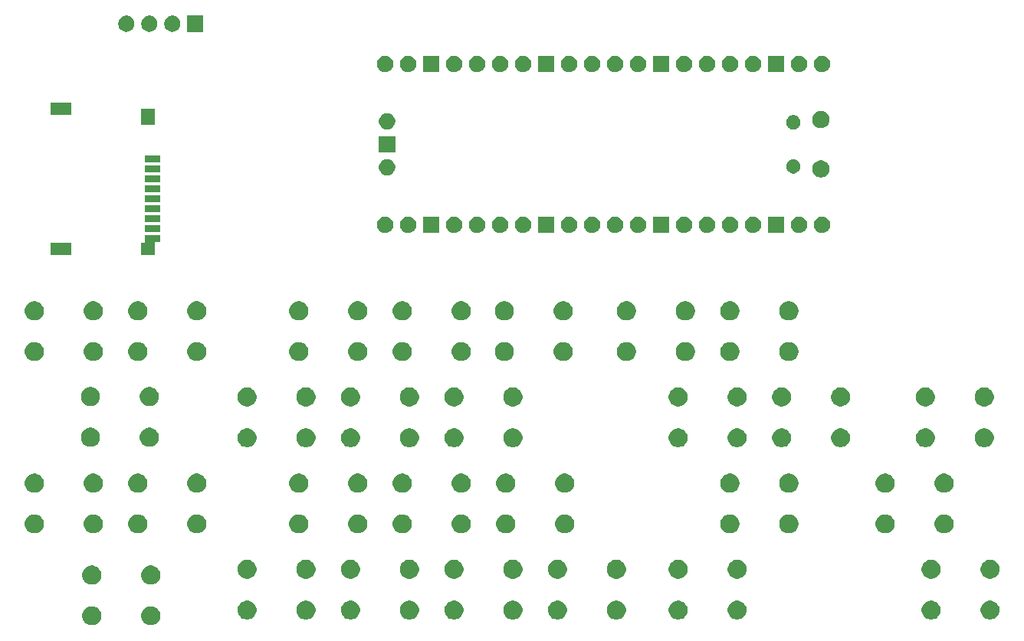
<source format=gbr>
G04 #@! TF.GenerationSoftware,KiCad,Pcbnew,5.1.5+dfsg1-2build2*
G04 #@! TF.CreationDate,2023-12-23T23:04:05+00:00*
G04 #@! TF.ProjectId,small_esc,736d616c-6c5f-4657-9363-2e6b69636164,rev?*
G04 #@! TF.SameCoordinates,Original*
G04 #@! TF.FileFunction,Soldermask,Bot*
G04 #@! TF.FilePolarity,Negative*
%FSLAX46Y46*%
G04 Gerber Fmt 4.6, Leading zero omitted, Abs format (unit mm)*
G04 Created by KiCad (PCBNEW 5.1.5+dfsg1-2build2) date 2023-12-23 23:04:05*
%MOMM*%
%LPD*%
G04 APERTURE LIST*
%ADD10C,0.100000*%
G04 APERTURE END LIST*
D10*
G36*
X122376564Y-201609389D02*
G01*
X122567833Y-201688615D01*
X122567835Y-201688616D01*
X122739973Y-201803635D01*
X122886365Y-201950027D01*
X123001385Y-202122167D01*
X123080611Y-202313436D01*
X123121000Y-202516484D01*
X123121000Y-202723516D01*
X123080611Y-202926564D01*
X123035281Y-203036000D01*
X123001384Y-203117835D01*
X122886365Y-203289973D01*
X122739973Y-203436365D01*
X122567835Y-203551384D01*
X122567834Y-203551385D01*
X122567833Y-203551385D01*
X122376564Y-203630611D01*
X122173516Y-203671000D01*
X121966484Y-203671000D01*
X121763436Y-203630611D01*
X121572167Y-203551385D01*
X121572166Y-203551385D01*
X121572165Y-203551384D01*
X121400027Y-203436365D01*
X121253635Y-203289973D01*
X121138616Y-203117835D01*
X121104719Y-203036000D01*
X121059389Y-202926564D01*
X121019000Y-202723516D01*
X121019000Y-202516484D01*
X121059389Y-202313436D01*
X121138615Y-202122167D01*
X121253635Y-201950027D01*
X121400027Y-201803635D01*
X121572165Y-201688616D01*
X121572167Y-201688615D01*
X121763436Y-201609389D01*
X121966484Y-201569000D01*
X122173516Y-201569000D01*
X122376564Y-201609389D01*
G37*
G36*
X115876564Y-201609389D02*
G01*
X116067833Y-201688615D01*
X116067835Y-201688616D01*
X116239973Y-201803635D01*
X116386365Y-201950027D01*
X116501385Y-202122167D01*
X116580611Y-202313436D01*
X116621000Y-202516484D01*
X116621000Y-202723516D01*
X116580611Y-202926564D01*
X116535281Y-203036000D01*
X116501384Y-203117835D01*
X116386365Y-203289973D01*
X116239973Y-203436365D01*
X116067835Y-203551384D01*
X116067834Y-203551385D01*
X116067833Y-203551385D01*
X115876564Y-203630611D01*
X115673516Y-203671000D01*
X115466484Y-203671000D01*
X115263436Y-203630611D01*
X115072167Y-203551385D01*
X115072166Y-203551385D01*
X115072165Y-203551384D01*
X114900027Y-203436365D01*
X114753635Y-203289973D01*
X114638616Y-203117835D01*
X114604719Y-203036000D01*
X114559389Y-202926564D01*
X114519000Y-202723516D01*
X114519000Y-202516484D01*
X114559389Y-202313436D01*
X114638615Y-202122167D01*
X114753635Y-201950027D01*
X114900027Y-201803635D01*
X115072165Y-201688616D01*
X115072167Y-201688615D01*
X115263436Y-201609389D01*
X115466484Y-201569000D01*
X115673516Y-201569000D01*
X115876564Y-201609389D01*
G37*
G36*
X144451564Y-200974389D02*
G01*
X144642833Y-201053615D01*
X144642835Y-201053616D01*
X144814973Y-201168635D01*
X144961365Y-201315027D01*
X145076385Y-201487167D01*
X145155611Y-201678436D01*
X145196000Y-201881484D01*
X145196000Y-202088516D01*
X145155611Y-202291564D01*
X145146551Y-202313436D01*
X145076384Y-202482835D01*
X144961365Y-202654973D01*
X144814973Y-202801365D01*
X144642835Y-202916384D01*
X144642834Y-202916385D01*
X144642833Y-202916385D01*
X144451564Y-202995611D01*
X144248516Y-203036000D01*
X144041484Y-203036000D01*
X143838436Y-202995611D01*
X143647167Y-202916385D01*
X143647166Y-202916385D01*
X143647165Y-202916384D01*
X143475027Y-202801365D01*
X143328635Y-202654973D01*
X143213616Y-202482835D01*
X143143449Y-202313436D01*
X143134389Y-202291564D01*
X143094000Y-202088516D01*
X143094000Y-201881484D01*
X143134389Y-201678436D01*
X143213615Y-201487167D01*
X143328635Y-201315027D01*
X143475027Y-201168635D01*
X143647165Y-201053616D01*
X143647167Y-201053615D01*
X143838436Y-200974389D01*
X144041484Y-200934000D01*
X144248516Y-200934000D01*
X144451564Y-200974389D01*
G37*
G36*
X133021564Y-200974389D02*
G01*
X133212833Y-201053615D01*
X133212835Y-201053616D01*
X133384973Y-201168635D01*
X133531365Y-201315027D01*
X133646385Y-201487167D01*
X133725611Y-201678436D01*
X133766000Y-201881484D01*
X133766000Y-202088516D01*
X133725611Y-202291564D01*
X133716551Y-202313436D01*
X133646384Y-202482835D01*
X133531365Y-202654973D01*
X133384973Y-202801365D01*
X133212835Y-202916384D01*
X133212834Y-202916385D01*
X133212833Y-202916385D01*
X133021564Y-202995611D01*
X132818516Y-203036000D01*
X132611484Y-203036000D01*
X132408436Y-202995611D01*
X132217167Y-202916385D01*
X132217166Y-202916385D01*
X132217165Y-202916384D01*
X132045027Y-202801365D01*
X131898635Y-202654973D01*
X131783616Y-202482835D01*
X131713449Y-202313436D01*
X131704389Y-202291564D01*
X131664000Y-202088516D01*
X131664000Y-201881484D01*
X131704389Y-201678436D01*
X131783615Y-201487167D01*
X131898635Y-201315027D01*
X132045027Y-201168635D01*
X132217165Y-201053616D01*
X132217167Y-201053615D01*
X132408436Y-200974389D01*
X132611484Y-200934000D01*
X132818516Y-200934000D01*
X133021564Y-200974389D01*
G37*
G36*
X139521564Y-200974389D02*
G01*
X139712833Y-201053615D01*
X139712835Y-201053616D01*
X139884973Y-201168635D01*
X140031365Y-201315027D01*
X140146385Y-201487167D01*
X140225611Y-201678436D01*
X140266000Y-201881484D01*
X140266000Y-202088516D01*
X140225611Y-202291564D01*
X140216551Y-202313436D01*
X140146384Y-202482835D01*
X140031365Y-202654973D01*
X139884973Y-202801365D01*
X139712835Y-202916384D01*
X139712834Y-202916385D01*
X139712833Y-202916385D01*
X139521564Y-202995611D01*
X139318516Y-203036000D01*
X139111484Y-203036000D01*
X138908436Y-202995611D01*
X138717167Y-202916385D01*
X138717166Y-202916385D01*
X138717165Y-202916384D01*
X138545027Y-202801365D01*
X138398635Y-202654973D01*
X138283616Y-202482835D01*
X138213449Y-202313436D01*
X138204389Y-202291564D01*
X138164000Y-202088516D01*
X138164000Y-201881484D01*
X138204389Y-201678436D01*
X138283615Y-201487167D01*
X138398635Y-201315027D01*
X138545027Y-201168635D01*
X138717165Y-201053616D01*
X138717167Y-201053615D01*
X138908436Y-200974389D01*
X139111484Y-200934000D01*
X139318516Y-200934000D01*
X139521564Y-200974389D01*
G37*
G36*
X150951564Y-200974389D02*
G01*
X151142833Y-201053615D01*
X151142835Y-201053616D01*
X151314973Y-201168635D01*
X151461365Y-201315027D01*
X151576385Y-201487167D01*
X151655611Y-201678436D01*
X151696000Y-201881484D01*
X151696000Y-202088516D01*
X151655611Y-202291564D01*
X151646551Y-202313436D01*
X151576384Y-202482835D01*
X151461365Y-202654973D01*
X151314973Y-202801365D01*
X151142835Y-202916384D01*
X151142834Y-202916385D01*
X151142833Y-202916385D01*
X150951564Y-202995611D01*
X150748516Y-203036000D01*
X150541484Y-203036000D01*
X150338436Y-202995611D01*
X150147167Y-202916385D01*
X150147166Y-202916385D01*
X150147165Y-202916384D01*
X149975027Y-202801365D01*
X149828635Y-202654973D01*
X149713616Y-202482835D01*
X149643449Y-202313436D01*
X149634389Y-202291564D01*
X149594000Y-202088516D01*
X149594000Y-201881484D01*
X149634389Y-201678436D01*
X149713615Y-201487167D01*
X149828635Y-201315027D01*
X149975027Y-201168635D01*
X150147165Y-201053616D01*
X150147167Y-201053615D01*
X150338436Y-200974389D01*
X150541484Y-200934000D01*
X150748516Y-200934000D01*
X150951564Y-200974389D01*
G37*
G36*
X155881564Y-200974389D02*
G01*
X156072833Y-201053615D01*
X156072835Y-201053616D01*
X156244973Y-201168635D01*
X156391365Y-201315027D01*
X156506385Y-201487167D01*
X156585611Y-201678436D01*
X156626000Y-201881484D01*
X156626000Y-202088516D01*
X156585611Y-202291564D01*
X156576551Y-202313436D01*
X156506384Y-202482835D01*
X156391365Y-202654973D01*
X156244973Y-202801365D01*
X156072835Y-202916384D01*
X156072834Y-202916385D01*
X156072833Y-202916385D01*
X155881564Y-202995611D01*
X155678516Y-203036000D01*
X155471484Y-203036000D01*
X155268436Y-202995611D01*
X155077167Y-202916385D01*
X155077166Y-202916385D01*
X155077165Y-202916384D01*
X154905027Y-202801365D01*
X154758635Y-202654973D01*
X154643616Y-202482835D01*
X154573449Y-202313436D01*
X154564389Y-202291564D01*
X154524000Y-202088516D01*
X154524000Y-201881484D01*
X154564389Y-201678436D01*
X154643615Y-201487167D01*
X154758635Y-201315027D01*
X154905027Y-201168635D01*
X155077165Y-201053616D01*
X155077167Y-201053615D01*
X155268436Y-200974389D01*
X155471484Y-200934000D01*
X155678516Y-200934000D01*
X155881564Y-200974389D01*
G37*
G36*
X215086564Y-200974389D02*
G01*
X215277833Y-201053615D01*
X215277835Y-201053616D01*
X215449973Y-201168635D01*
X215596365Y-201315027D01*
X215711385Y-201487167D01*
X215790611Y-201678436D01*
X215831000Y-201881484D01*
X215831000Y-202088516D01*
X215790611Y-202291564D01*
X215781551Y-202313436D01*
X215711384Y-202482835D01*
X215596365Y-202654973D01*
X215449973Y-202801365D01*
X215277835Y-202916384D01*
X215277834Y-202916385D01*
X215277833Y-202916385D01*
X215086564Y-202995611D01*
X214883516Y-203036000D01*
X214676484Y-203036000D01*
X214473436Y-202995611D01*
X214282167Y-202916385D01*
X214282166Y-202916385D01*
X214282165Y-202916384D01*
X214110027Y-202801365D01*
X213963635Y-202654973D01*
X213848616Y-202482835D01*
X213778449Y-202313436D01*
X213769389Y-202291564D01*
X213729000Y-202088516D01*
X213729000Y-201881484D01*
X213769389Y-201678436D01*
X213848615Y-201487167D01*
X213963635Y-201315027D01*
X214110027Y-201168635D01*
X214282165Y-201053616D01*
X214282167Y-201053615D01*
X214473436Y-200974389D01*
X214676484Y-200934000D01*
X214883516Y-200934000D01*
X215086564Y-200974389D01*
G37*
G36*
X208586564Y-200974389D02*
G01*
X208777833Y-201053615D01*
X208777835Y-201053616D01*
X208949973Y-201168635D01*
X209096365Y-201315027D01*
X209211385Y-201487167D01*
X209290611Y-201678436D01*
X209331000Y-201881484D01*
X209331000Y-202088516D01*
X209290611Y-202291564D01*
X209281551Y-202313436D01*
X209211384Y-202482835D01*
X209096365Y-202654973D01*
X208949973Y-202801365D01*
X208777835Y-202916384D01*
X208777834Y-202916385D01*
X208777833Y-202916385D01*
X208586564Y-202995611D01*
X208383516Y-203036000D01*
X208176484Y-203036000D01*
X207973436Y-202995611D01*
X207782167Y-202916385D01*
X207782166Y-202916385D01*
X207782165Y-202916384D01*
X207610027Y-202801365D01*
X207463635Y-202654973D01*
X207348616Y-202482835D01*
X207278449Y-202313436D01*
X207269389Y-202291564D01*
X207229000Y-202088516D01*
X207229000Y-201881484D01*
X207269389Y-201678436D01*
X207348615Y-201487167D01*
X207463635Y-201315027D01*
X207610027Y-201168635D01*
X207782165Y-201053616D01*
X207782167Y-201053615D01*
X207973436Y-200974389D01*
X208176484Y-200934000D01*
X208383516Y-200934000D01*
X208586564Y-200974389D01*
G37*
G36*
X187146564Y-200974389D02*
G01*
X187337833Y-201053615D01*
X187337835Y-201053616D01*
X187509973Y-201168635D01*
X187656365Y-201315027D01*
X187771385Y-201487167D01*
X187850611Y-201678436D01*
X187891000Y-201881484D01*
X187891000Y-202088516D01*
X187850611Y-202291564D01*
X187841551Y-202313436D01*
X187771384Y-202482835D01*
X187656365Y-202654973D01*
X187509973Y-202801365D01*
X187337835Y-202916384D01*
X187337834Y-202916385D01*
X187337833Y-202916385D01*
X187146564Y-202995611D01*
X186943516Y-203036000D01*
X186736484Y-203036000D01*
X186533436Y-202995611D01*
X186342167Y-202916385D01*
X186342166Y-202916385D01*
X186342165Y-202916384D01*
X186170027Y-202801365D01*
X186023635Y-202654973D01*
X185908616Y-202482835D01*
X185838449Y-202313436D01*
X185829389Y-202291564D01*
X185789000Y-202088516D01*
X185789000Y-201881484D01*
X185829389Y-201678436D01*
X185908615Y-201487167D01*
X186023635Y-201315027D01*
X186170027Y-201168635D01*
X186342165Y-201053616D01*
X186342167Y-201053615D01*
X186533436Y-200974389D01*
X186736484Y-200934000D01*
X186943516Y-200934000D01*
X187146564Y-200974389D01*
G37*
G36*
X180646564Y-200974389D02*
G01*
X180837833Y-201053615D01*
X180837835Y-201053616D01*
X181009973Y-201168635D01*
X181156365Y-201315027D01*
X181271385Y-201487167D01*
X181350611Y-201678436D01*
X181391000Y-201881484D01*
X181391000Y-202088516D01*
X181350611Y-202291564D01*
X181341551Y-202313436D01*
X181271384Y-202482835D01*
X181156365Y-202654973D01*
X181009973Y-202801365D01*
X180837835Y-202916384D01*
X180837834Y-202916385D01*
X180837833Y-202916385D01*
X180646564Y-202995611D01*
X180443516Y-203036000D01*
X180236484Y-203036000D01*
X180033436Y-202995611D01*
X179842167Y-202916385D01*
X179842166Y-202916385D01*
X179842165Y-202916384D01*
X179670027Y-202801365D01*
X179523635Y-202654973D01*
X179408616Y-202482835D01*
X179338449Y-202313436D01*
X179329389Y-202291564D01*
X179289000Y-202088516D01*
X179289000Y-201881484D01*
X179329389Y-201678436D01*
X179408615Y-201487167D01*
X179523635Y-201315027D01*
X179670027Y-201168635D01*
X179842165Y-201053616D01*
X179842167Y-201053615D01*
X180033436Y-200974389D01*
X180236484Y-200934000D01*
X180443516Y-200934000D01*
X180646564Y-200974389D01*
G37*
G36*
X173811564Y-200974389D02*
G01*
X174002833Y-201053615D01*
X174002835Y-201053616D01*
X174174973Y-201168635D01*
X174321365Y-201315027D01*
X174436385Y-201487167D01*
X174515611Y-201678436D01*
X174556000Y-201881484D01*
X174556000Y-202088516D01*
X174515611Y-202291564D01*
X174506551Y-202313436D01*
X174436384Y-202482835D01*
X174321365Y-202654973D01*
X174174973Y-202801365D01*
X174002835Y-202916384D01*
X174002834Y-202916385D01*
X174002833Y-202916385D01*
X173811564Y-202995611D01*
X173608516Y-203036000D01*
X173401484Y-203036000D01*
X173198436Y-202995611D01*
X173007167Y-202916385D01*
X173007166Y-202916385D01*
X173007165Y-202916384D01*
X172835027Y-202801365D01*
X172688635Y-202654973D01*
X172573616Y-202482835D01*
X172503449Y-202313436D01*
X172494389Y-202291564D01*
X172454000Y-202088516D01*
X172454000Y-201881484D01*
X172494389Y-201678436D01*
X172573615Y-201487167D01*
X172688635Y-201315027D01*
X172835027Y-201168635D01*
X173007165Y-201053616D01*
X173007167Y-201053615D01*
X173198436Y-200974389D01*
X173401484Y-200934000D01*
X173608516Y-200934000D01*
X173811564Y-200974389D01*
G37*
G36*
X167311564Y-200974389D02*
G01*
X167502833Y-201053615D01*
X167502835Y-201053616D01*
X167674973Y-201168635D01*
X167821365Y-201315027D01*
X167936385Y-201487167D01*
X168015611Y-201678436D01*
X168056000Y-201881484D01*
X168056000Y-202088516D01*
X168015611Y-202291564D01*
X168006551Y-202313436D01*
X167936384Y-202482835D01*
X167821365Y-202654973D01*
X167674973Y-202801365D01*
X167502835Y-202916384D01*
X167502834Y-202916385D01*
X167502833Y-202916385D01*
X167311564Y-202995611D01*
X167108516Y-203036000D01*
X166901484Y-203036000D01*
X166698436Y-202995611D01*
X166507167Y-202916385D01*
X166507166Y-202916385D01*
X166507165Y-202916384D01*
X166335027Y-202801365D01*
X166188635Y-202654973D01*
X166073616Y-202482835D01*
X166003449Y-202313436D01*
X165994389Y-202291564D01*
X165954000Y-202088516D01*
X165954000Y-201881484D01*
X165994389Y-201678436D01*
X166073615Y-201487167D01*
X166188635Y-201315027D01*
X166335027Y-201168635D01*
X166507165Y-201053616D01*
X166507167Y-201053615D01*
X166698436Y-200974389D01*
X166901484Y-200934000D01*
X167108516Y-200934000D01*
X167311564Y-200974389D01*
G37*
G36*
X162381564Y-200974389D02*
G01*
X162572833Y-201053615D01*
X162572835Y-201053616D01*
X162744973Y-201168635D01*
X162891365Y-201315027D01*
X163006385Y-201487167D01*
X163085611Y-201678436D01*
X163126000Y-201881484D01*
X163126000Y-202088516D01*
X163085611Y-202291564D01*
X163076551Y-202313436D01*
X163006384Y-202482835D01*
X162891365Y-202654973D01*
X162744973Y-202801365D01*
X162572835Y-202916384D01*
X162572834Y-202916385D01*
X162572833Y-202916385D01*
X162381564Y-202995611D01*
X162178516Y-203036000D01*
X161971484Y-203036000D01*
X161768436Y-202995611D01*
X161577167Y-202916385D01*
X161577166Y-202916385D01*
X161577165Y-202916384D01*
X161405027Y-202801365D01*
X161258635Y-202654973D01*
X161143616Y-202482835D01*
X161073449Y-202313436D01*
X161064389Y-202291564D01*
X161024000Y-202088516D01*
X161024000Y-201881484D01*
X161064389Y-201678436D01*
X161143615Y-201487167D01*
X161258635Y-201315027D01*
X161405027Y-201168635D01*
X161577165Y-201053616D01*
X161577167Y-201053615D01*
X161768436Y-200974389D01*
X161971484Y-200934000D01*
X162178516Y-200934000D01*
X162381564Y-200974389D01*
G37*
G36*
X115876564Y-197109389D02*
G01*
X116067833Y-197188615D01*
X116067835Y-197188616D01*
X116239973Y-197303635D01*
X116386365Y-197450027D01*
X116501385Y-197622167D01*
X116580611Y-197813436D01*
X116621000Y-198016484D01*
X116621000Y-198223516D01*
X116580611Y-198426564D01*
X116535281Y-198536000D01*
X116501384Y-198617835D01*
X116386365Y-198789973D01*
X116239973Y-198936365D01*
X116067835Y-199051384D01*
X116067834Y-199051385D01*
X116067833Y-199051385D01*
X115876564Y-199130611D01*
X115673516Y-199171000D01*
X115466484Y-199171000D01*
X115263436Y-199130611D01*
X115072167Y-199051385D01*
X115072166Y-199051385D01*
X115072165Y-199051384D01*
X114900027Y-198936365D01*
X114753635Y-198789973D01*
X114638616Y-198617835D01*
X114604719Y-198536000D01*
X114559389Y-198426564D01*
X114519000Y-198223516D01*
X114519000Y-198016484D01*
X114559389Y-197813436D01*
X114638615Y-197622167D01*
X114753635Y-197450027D01*
X114900027Y-197303635D01*
X115072165Y-197188616D01*
X115072167Y-197188615D01*
X115263436Y-197109389D01*
X115466484Y-197069000D01*
X115673516Y-197069000D01*
X115876564Y-197109389D01*
G37*
G36*
X122376564Y-197109389D02*
G01*
X122567833Y-197188615D01*
X122567835Y-197188616D01*
X122739973Y-197303635D01*
X122886365Y-197450027D01*
X123001385Y-197622167D01*
X123080611Y-197813436D01*
X123121000Y-198016484D01*
X123121000Y-198223516D01*
X123080611Y-198426564D01*
X123035281Y-198536000D01*
X123001384Y-198617835D01*
X122886365Y-198789973D01*
X122739973Y-198936365D01*
X122567835Y-199051384D01*
X122567834Y-199051385D01*
X122567833Y-199051385D01*
X122376564Y-199130611D01*
X122173516Y-199171000D01*
X121966484Y-199171000D01*
X121763436Y-199130611D01*
X121572167Y-199051385D01*
X121572166Y-199051385D01*
X121572165Y-199051384D01*
X121400027Y-198936365D01*
X121253635Y-198789973D01*
X121138616Y-198617835D01*
X121104719Y-198536000D01*
X121059389Y-198426564D01*
X121019000Y-198223516D01*
X121019000Y-198016484D01*
X121059389Y-197813436D01*
X121138615Y-197622167D01*
X121253635Y-197450027D01*
X121400027Y-197303635D01*
X121572165Y-197188616D01*
X121572167Y-197188615D01*
X121763436Y-197109389D01*
X121966484Y-197069000D01*
X122173516Y-197069000D01*
X122376564Y-197109389D01*
G37*
G36*
X173811564Y-196474389D02*
G01*
X174002833Y-196553615D01*
X174002835Y-196553616D01*
X174174973Y-196668635D01*
X174321365Y-196815027D01*
X174436385Y-196987167D01*
X174515611Y-197178436D01*
X174556000Y-197381484D01*
X174556000Y-197588516D01*
X174515611Y-197791564D01*
X174506551Y-197813436D01*
X174436384Y-197982835D01*
X174321365Y-198154973D01*
X174174973Y-198301365D01*
X174002835Y-198416384D01*
X174002834Y-198416385D01*
X174002833Y-198416385D01*
X173811564Y-198495611D01*
X173608516Y-198536000D01*
X173401484Y-198536000D01*
X173198436Y-198495611D01*
X173007167Y-198416385D01*
X173007166Y-198416385D01*
X173007165Y-198416384D01*
X172835027Y-198301365D01*
X172688635Y-198154973D01*
X172573616Y-197982835D01*
X172503449Y-197813436D01*
X172494389Y-197791564D01*
X172454000Y-197588516D01*
X172454000Y-197381484D01*
X172494389Y-197178436D01*
X172573615Y-196987167D01*
X172688635Y-196815027D01*
X172835027Y-196668635D01*
X173007165Y-196553616D01*
X173007167Y-196553615D01*
X173198436Y-196474389D01*
X173401484Y-196434000D01*
X173608516Y-196434000D01*
X173811564Y-196474389D01*
G37*
G36*
X133021564Y-196474389D02*
G01*
X133212833Y-196553615D01*
X133212835Y-196553616D01*
X133384973Y-196668635D01*
X133531365Y-196815027D01*
X133646385Y-196987167D01*
X133725611Y-197178436D01*
X133766000Y-197381484D01*
X133766000Y-197588516D01*
X133725611Y-197791564D01*
X133716551Y-197813436D01*
X133646384Y-197982835D01*
X133531365Y-198154973D01*
X133384973Y-198301365D01*
X133212835Y-198416384D01*
X133212834Y-198416385D01*
X133212833Y-198416385D01*
X133021564Y-198495611D01*
X132818516Y-198536000D01*
X132611484Y-198536000D01*
X132408436Y-198495611D01*
X132217167Y-198416385D01*
X132217166Y-198416385D01*
X132217165Y-198416384D01*
X132045027Y-198301365D01*
X131898635Y-198154973D01*
X131783616Y-197982835D01*
X131713449Y-197813436D01*
X131704389Y-197791564D01*
X131664000Y-197588516D01*
X131664000Y-197381484D01*
X131704389Y-197178436D01*
X131783615Y-196987167D01*
X131898635Y-196815027D01*
X132045027Y-196668635D01*
X132217165Y-196553616D01*
X132217167Y-196553615D01*
X132408436Y-196474389D01*
X132611484Y-196434000D01*
X132818516Y-196434000D01*
X133021564Y-196474389D01*
G37*
G36*
X162381564Y-196474389D02*
G01*
X162572833Y-196553615D01*
X162572835Y-196553616D01*
X162744973Y-196668635D01*
X162891365Y-196815027D01*
X163006385Y-196987167D01*
X163085611Y-197178436D01*
X163126000Y-197381484D01*
X163126000Y-197588516D01*
X163085611Y-197791564D01*
X163076551Y-197813436D01*
X163006384Y-197982835D01*
X162891365Y-198154973D01*
X162744973Y-198301365D01*
X162572835Y-198416384D01*
X162572834Y-198416385D01*
X162572833Y-198416385D01*
X162381564Y-198495611D01*
X162178516Y-198536000D01*
X161971484Y-198536000D01*
X161768436Y-198495611D01*
X161577167Y-198416385D01*
X161577166Y-198416385D01*
X161577165Y-198416384D01*
X161405027Y-198301365D01*
X161258635Y-198154973D01*
X161143616Y-197982835D01*
X161073449Y-197813436D01*
X161064389Y-197791564D01*
X161024000Y-197588516D01*
X161024000Y-197381484D01*
X161064389Y-197178436D01*
X161143615Y-196987167D01*
X161258635Y-196815027D01*
X161405027Y-196668635D01*
X161577165Y-196553616D01*
X161577167Y-196553615D01*
X161768436Y-196474389D01*
X161971484Y-196434000D01*
X162178516Y-196434000D01*
X162381564Y-196474389D01*
G37*
G36*
X167311564Y-196474389D02*
G01*
X167502833Y-196553615D01*
X167502835Y-196553616D01*
X167674973Y-196668635D01*
X167821365Y-196815027D01*
X167936385Y-196987167D01*
X168015611Y-197178436D01*
X168056000Y-197381484D01*
X168056000Y-197588516D01*
X168015611Y-197791564D01*
X168006551Y-197813436D01*
X167936384Y-197982835D01*
X167821365Y-198154973D01*
X167674973Y-198301365D01*
X167502835Y-198416384D01*
X167502834Y-198416385D01*
X167502833Y-198416385D01*
X167311564Y-198495611D01*
X167108516Y-198536000D01*
X166901484Y-198536000D01*
X166698436Y-198495611D01*
X166507167Y-198416385D01*
X166507166Y-198416385D01*
X166507165Y-198416384D01*
X166335027Y-198301365D01*
X166188635Y-198154973D01*
X166073616Y-197982835D01*
X166003449Y-197813436D01*
X165994389Y-197791564D01*
X165954000Y-197588516D01*
X165954000Y-197381484D01*
X165994389Y-197178436D01*
X166073615Y-196987167D01*
X166188635Y-196815027D01*
X166335027Y-196668635D01*
X166507165Y-196553616D01*
X166507167Y-196553615D01*
X166698436Y-196474389D01*
X166901484Y-196434000D01*
X167108516Y-196434000D01*
X167311564Y-196474389D01*
G37*
G36*
X180646564Y-196474389D02*
G01*
X180837833Y-196553615D01*
X180837835Y-196553616D01*
X181009973Y-196668635D01*
X181156365Y-196815027D01*
X181271385Y-196987167D01*
X181350611Y-197178436D01*
X181391000Y-197381484D01*
X181391000Y-197588516D01*
X181350611Y-197791564D01*
X181341551Y-197813436D01*
X181271384Y-197982835D01*
X181156365Y-198154973D01*
X181009973Y-198301365D01*
X180837835Y-198416384D01*
X180837834Y-198416385D01*
X180837833Y-198416385D01*
X180646564Y-198495611D01*
X180443516Y-198536000D01*
X180236484Y-198536000D01*
X180033436Y-198495611D01*
X179842167Y-198416385D01*
X179842166Y-198416385D01*
X179842165Y-198416384D01*
X179670027Y-198301365D01*
X179523635Y-198154973D01*
X179408616Y-197982835D01*
X179338449Y-197813436D01*
X179329389Y-197791564D01*
X179289000Y-197588516D01*
X179289000Y-197381484D01*
X179329389Y-197178436D01*
X179408615Y-196987167D01*
X179523635Y-196815027D01*
X179670027Y-196668635D01*
X179842165Y-196553616D01*
X179842167Y-196553615D01*
X180033436Y-196474389D01*
X180236484Y-196434000D01*
X180443516Y-196434000D01*
X180646564Y-196474389D01*
G37*
G36*
X187146564Y-196474389D02*
G01*
X187337833Y-196553615D01*
X187337835Y-196553616D01*
X187509973Y-196668635D01*
X187656365Y-196815027D01*
X187771385Y-196987167D01*
X187850611Y-197178436D01*
X187891000Y-197381484D01*
X187891000Y-197588516D01*
X187850611Y-197791564D01*
X187841551Y-197813436D01*
X187771384Y-197982835D01*
X187656365Y-198154973D01*
X187509973Y-198301365D01*
X187337835Y-198416384D01*
X187337834Y-198416385D01*
X187337833Y-198416385D01*
X187146564Y-198495611D01*
X186943516Y-198536000D01*
X186736484Y-198536000D01*
X186533436Y-198495611D01*
X186342167Y-198416385D01*
X186342166Y-198416385D01*
X186342165Y-198416384D01*
X186170027Y-198301365D01*
X186023635Y-198154973D01*
X185908616Y-197982835D01*
X185838449Y-197813436D01*
X185829389Y-197791564D01*
X185789000Y-197588516D01*
X185789000Y-197381484D01*
X185829389Y-197178436D01*
X185908615Y-196987167D01*
X186023635Y-196815027D01*
X186170027Y-196668635D01*
X186342165Y-196553616D01*
X186342167Y-196553615D01*
X186533436Y-196474389D01*
X186736484Y-196434000D01*
X186943516Y-196434000D01*
X187146564Y-196474389D01*
G37*
G36*
X150951564Y-196474389D02*
G01*
X151142833Y-196553615D01*
X151142835Y-196553616D01*
X151314973Y-196668635D01*
X151461365Y-196815027D01*
X151576385Y-196987167D01*
X151655611Y-197178436D01*
X151696000Y-197381484D01*
X151696000Y-197588516D01*
X151655611Y-197791564D01*
X151646551Y-197813436D01*
X151576384Y-197982835D01*
X151461365Y-198154973D01*
X151314973Y-198301365D01*
X151142835Y-198416384D01*
X151142834Y-198416385D01*
X151142833Y-198416385D01*
X150951564Y-198495611D01*
X150748516Y-198536000D01*
X150541484Y-198536000D01*
X150338436Y-198495611D01*
X150147167Y-198416385D01*
X150147166Y-198416385D01*
X150147165Y-198416384D01*
X149975027Y-198301365D01*
X149828635Y-198154973D01*
X149713616Y-197982835D01*
X149643449Y-197813436D01*
X149634389Y-197791564D01*
X149594000Y-197588516D01*
X149594000Y-197381484D01*
X149634389Y-197178436D01*
X149713615Y-196987167D01*
X149828635Y-196815027D01*
X149975027Y-196668635D01*
X150147165Y-196553616D01*
X150147167Y-196553615D01*
X150338436Y-196474389D01*
X150541484Y-196434000D01*
X150748516Y-196434000D01*
X150951564Y-196474389D01*
G37*
G36*
X144451564Y-196474389D02*
G01*
X144642833Y-196553615D01*
X144642835Y-196553616D01*
X144814973Y-196668635D01*
X144961365Y-196815027D01*
X145076385Y-196987167D01*
X145155611Y-197178436D01*
X145196000Y-197381484D01*
X145196000Y-197588516D01*
X145155611Y-197791564D01*
X145146551Y-197813436D01*
X145076384Y-197982835D01*
X144961365Y-198154973D01*
X144814973Y-198301365D01*
X144642835Y-198416384D01*
X144642834Y-198416385D01*
X144642833Y-198416385D01*
X144451564Y-198495611D01*
X144248516Y-198536000D01*
X144041484Y-198536000D01*
X143838436Y-198495611D01*
X143647167Y-198416385D01*
X143647166Y-198416385D01*
X143647165Y-198416384D01*
X143475027Y-198301365D01*
X143328635Y-198154973D01*
X143213616Y-197982835D01*
X143143449Y-197813436D01*
X143134389Y-197791564D01*
X143094000Y-197588516D01*
X143094000Y-197381484D01*
X143134389Y-197178436D01*
X143213615Y-196987167D01*
X143328635Y-196815027D01*
X143475027Y-196668635D01*
X143647165Y-196553616D01*
X143647167Y-196553615D01*
X143838436Y-196474389D01*
X144041484Y-196434000D01*
X144248516Y-196434000D01*
X144451564Y-196474389D01*
G37*
G36*
X215086564Y-196474389D02*
G01*
X215277833Y-196553615D01*
X215277835Y-196553616D01*
X215449973Y-196668635D01*
X215596365Y-196815027D01*
X215711385Y-196987167D01*
X215790611Y-197178436D01*
X215831000Y-197381484D01*
X215831000Y-197588516D01*
X215790611Y-197791564D01*
X215781551Y-197813436D01*
X215711384Y-197982835D01*
X215596365Y-198154973D01*
X215449973Y-198301365D01*
X215277835Y-198416384D01*
X215277834Y-198416385D01*
X215277833Y-198416385D01*
X215086564Y-198495611D01*
X214883516Y-198536000D01*
X214676484Y-198536000D01*
X214473436Y-198495611D01*
X214282167Y-198416385D01*
X214282166Y-198416385D01*
X214282165Y-198416384D01*
X214110027Y-198301365D01*
X213963635Y-198154973D01*
X213848616Y-197982835D01*
X213778449Y-197813436D01*
X213769389Y-197791564D01*
X213729000Y-197588516D01*
X213729000Y-197381484D01*
X213769389Y-197178436D01*
X213848615Y-196987167D01*
X213963635Y-196815027D01*
X214110027Y-196668635D01*
X214282165Y-196553616D01*
X214282167Y-196553615D01*
X214473436Y-196474389D01*
X214676484Y-196434000D01*
X214883516Y-196434000D01*
X215086564Y-196474389D01*
G37*
G36*
X139521564Y-196474389D02*
G01*
X139712833Y-196553615D01*
X139712835Y-196553616D01*
X139884973Y-196668635D01*
X140031365Y-196815027D01*
X140146385Y-196987167D01*
X140225611Y-197178436D01*
X140266000Y-197381484D01*
X140266000Y-197588516D01*
X140225611Y-197791564D01*
X140216551Y-197813436D01*
X140146384Y-197982835D01*
X140031365Y-198154973D01*
X139884973Y-198301365D01*
X139712835Y-198416384D01*
X139712834Y-198416385D01*
X139712833Y-198416385D01*
X139521564Y-198495611D01*
X139318516Y-198536000D01*
X139111484Y-198536000D01*
X138908436Y-198495611D01*
X138717167Y-198416385D01*
X138717166Y-198416385D01*
X138717165Y-198416384D01*
X138545027Y-198301365D01*
X138398635Y-198154973D01*
X138283616Y-197982835D01*
X138213449Y-197813436D01*
X138204389Y-197791564D01*
X138164000Y-197588516D01*
X138164000Y-197381484D01*
X138204389Y-197178436D01*
X138283615Y-196987167D01*
X138398635Y-196815027D01*
X138545027Y-196668635D01*
X138717165Y-196553616D01*
X138717167Y-196553615D01*
X138908436Y-196474389D01*
X139111484Y-196434000D01*
X139318516Y-196434000D01*
X139521564Y-196474389D01*
G37*
G36*
X155881564Y-196474389D02*
G01*
X156072833Y-196553615D01*
X156072835Y-196553616D01*
X156244973Y-196668635D01*
X156391365Y-196815027D01*
X156506385Y-196987167D01*
X156585611Y-197178436D01*
X156626000Y-197381484D01*
X156626000Y-197588516D01*
X156585611Y-197791564D01*
X156576551Y-197813436D01*
X156506384Y-197982835D01*
X156391365Y-198154973D01*
X156244973Y-198301365D01*
X156072835Y-198416384D01*
X156072834Y-198416385D01*
X156072833Y-198416385D01*
X155881564Y-198495611D01*
X155678516Y-198536000D01*
X155471484Y-198536000D01*
X155268436Y-198495611D01*
X155077167Y-198416385D01*
X155077166Y-198416385D01*
X155077165Y-198416384D01*
X154905027Y-198301365D01*
X154758635Y-198154973D01*
X154643616Y-197982835D01*
X154573449Y-197813436D01*
X154564389Y-197791564D01*
X154524000Y-197588516D01*
X154524000Y-197381484D01*
X154564389Y-197178436D01*
X154643615Y-196987167D01*
X154758635Y-196815027D01*
X154905027Y-196668635D01*
X155077165Y-196553616D01*
X155077167Y-196553615D01*
X155268436Y-196474389D01*
X155471484Y-196434000D01*
X155678516Y-196434000D01*
X155881564Y-196474389D01*
G37*
G36*
X208586564Y-196474389D02*
G01*
X208777833Y-196553615D01*
X208777835Y-196553616D01*
X208949973Y-196668635D01*
X209096365Y-196815027D01*
X209211385Y-196987167D01*
X209290611Y-197178436D01*
X209331000Y-197381484D01*
X209331000Y-197588516D01*
X209290611Y-197791564D01*
X209281551Y-197813436D01*
X209211384Y-197982835D01*
X209096365Y-198154973D01*
X208949973Y-198301365D01*
X208777835Y-198416384D01*
X208777834Y-198416385D01*
X208777833Y-198416385D01*
X208586564Y-198495611D01*
X208383516Y-198536000D01*
X208176484Y-198536000D01*
X207973436Y-198495611D01*
X207782167Y-198416385D01*
X207782166Y-198416385D01*
X207782165Y-198416384D01*
X207610027Y-198301365D01*
X207463635Y-198154973D01*
X207348616Y-197982835D01*
X207278449Y-197813436D01*
X207269389Y-197791564D01*
X207229000Y-197588516D01*
X207229000Y-197381484D01*
X207269389Y-197178436D01*
X207348615Y-196987167D01*
X207463635Y-196815027D01*
X207610027Y-196668635D01*
X207782165Y-196553616D01*
X207782167Y-196553615D01*
X207973436Y-196474389D01*
X208176484Y-196434000D01*
X208383516Y-196434000D01*
X208586564Y-196474389D01*
G37*
G36*
X150166564Y-191449389D02*
G01*
X150357833Y-191528615D01*
X150357835Y-191528616D01*
X150529973Y-191643635D01*
X150676365Y-191790027D01*
X150791385Y-191962167D01*
X150870611Y-192153436D01*
X150911000Y-192356484D01*
X150911000Y-192563516D01*
X150870611Y-192766564D01*
X150791385Y-192957833D01*
X150791384Y-192957835D01*
X150676365Y-193129973D01*
X150529973Y-193276365D01*
X150357835Y-193391384D01*
X150357834Y-193391385D01*
X150357833Y-193391385D01*
X150166564Y-193470611D01*
X149963516Y-193511000D01*
X149756484Y-193511000D01*
X149553436Y-193470611D01*
X149362167Y-193391385D01*
X149362166Y-193391385D01*
X149362165Y-193391384D01*
X149190027Y-193276365D01*
X149043635Y-193129973D01*
X148928616Y-192957835D01*
X148928615Y-192957833D01*
X148849389Y-192766564D01*
X148809000Y-192563516D01*
X148809000Y-192356484D01*
X148849389Y-192153436D01*
X148928615Y-191962167D01*
X149043635Y-191790027D01*
X149190027Y-191643635D01*
X149362165Y-191528616D01*
X149362167Y-191528615D01*
X149553436Y-191449389D01*
X149756484Y-191409000D01*
X149963516Y-191409000D01*
X150166564Y-191449389D01*
G37*
G36*
X127456564Y-191449389D02*
G01*
X127647833Y-191528615D01*
X127647835Y-191528616D01*
X127819973Y-191643635D01*
X127966365Y-191790027D01*
X128081385Y-191962167D01*
X128160611Y-192153436D01*
X128201000Y-192356484D01*
X128201000Y-192563516D01*
X128160611Y-192766564D01*
X128081385Y-192957833D01*
X128081384Y-192957835D01*
X127966365Y-193129973D01*
X127819973Y-193276365D01*
X127647835Y-193391384D01*
X127647834Y-193391385D01*
X127647833Y-193391385D01*
X127456564Y-193470611D01*
X127253516Y-193511000D01*
X127046484Y-193511000D01*
X126843436Y-193470611D01*
X126652167Y-193391385D01*
X126652166Y-193391385D01*
X126652165Y-193391384D01*
X126480027Y-193276365D01*
X126333635Y-193129973D01*
X126218616Y-192957835D01*
X126218615Y-192957833D01*
X126139389Y-192766564D01*
X126099000Y-192563516D01*
X126099000Y-192356484D01*
X126139389Y-192153436D01*
X126218615Y-191962167D01*
X126333635Y-191790027D01*
X126480027Y-191643635D01*
X126652165Y-191528616D01*
X126652167Y-191528615D01*
X126843436Y-191449389D01*
X127046484Y-191409000D01*
X127253516Y-191409000D01*
X127456564Y-191449389D01*
G37*
G36*
X109526564Y-191449389D02*
G01*
X109717833Y-191528615D01*
X109717835Y-191528616D01*
X109889973Y-191643635D01*
X110036365Y-191790027D01*
X110151385Y-191962167D01*
X110230611Y-192153436D01*
X110271000Y-192356484D01*
X110271000Y-192563516D01*
X110230611Y-192766564D01*
X110151385Y-192957833D01*
X110151384Y-192957835D01*
X110036365Y-193129973D01*
X109889973Y-193276365D01*
X109717835Y-193391384D01*
X109717834Y-193391385D01*
X109717833Y-193391385D01*
X109526564Y-193470611D01*
X109323516Y-193511000D01*
X109116484Y-193511000D01*
X108913436Y-193470611D01*
X108722167Y-193391385D01*
X108722166Y-193391385D01*
X108722165Y-193391384D01*
X108550027Y-193276365D01*
X108403635Y-193129973D01*
X108288616Y-192957835D01*
X108288615Y-192957833D01*
X108209389Y-192766564D01*
X108169000Y-192563516D01*
X108169000Y-192356484D01*
X108209389Y-192153436D01*
X108288615Y-191962167D01*
X108403635Y-191790027D01*
X108550027Y-191643635D01*
X108722165Y-191528616D01*
X108722167Y-191528615D01*
X108913436Y-191449389D01*
X109116484Y-191409000D01*
X109323516Y-191409000D01*
X109526564Y-191449389D01*
G37*
G36*
X116026564Y-191449389D02*
G01*
X116217833Y-191528615D01*
X116217835Y-191528616D01*
X116389973Y-191643635D01*
X116536365Y-191790027D01*
X116651385Y-191962167D01*
X116730611Y-192153436D01*
X116771000Y-192356484D01*
X116771000Y-192563516D01*
X116730611Y-192766564D01*
X116651385Y-192957833D01*
X116651384Y-192957835D01*
X116536365Y-193129973D01*
X116389973Y-193276365D01*
X116217835Y-193391384D01*
X116217834Y-193391385D01*
X116217833Y-193391385D01*
X116026564Y-193470611D01*
X115823516Y-193511000D01*
X115616484Y-193511000D01*
X115413436Y-193470611D01*
X115222167Y-193391385D01*
X115222166Y-193391385D01*
X115222165Y-193391384D01*
X115050027Y-193276365D01*
X114903635Y-193129973D01*
X114788616Y-192957835D01*
X114788615Y-192957833D01*
X114709389Y-192766564D01*
X114669000Y-192563516D01*
X114669000Y-192356484D01*
X114709389Y-192153436D01*
X114788615Y-191962167D01*
X114903635Y-191790027D01*
X115050027Y-191643635D01*
X115222165Y-191528616D01*
X115222167Y-191528615D01*
X115413436Y-191449389D01*
X115616484Y-191409000D01*
X115823516Y-191409000D01*
X116026564Y-191449389D01*
G37*
G36*
X168096564Y-191449389D02*
G01*
X168287833Y-191528615D01*
X168287835Y-191528616D01*
X168459973Y-191643635D01*
X168606365Y-191790027D01*
X168721385Y-191962167D01*
X168800611Y-192153436D01*
X168841000Y-192356484D01*
X168841000Y-192563516D01*
X168800611Y-192766564D01*
X168721385Y-192957833D01*
X168721384Y-192957835D01*
X168606365Y-193129973D01*
X168459973Y-193276365D01*
X168287835Y-193391384D01*
X168287834Y-193391385D01*
X168287833Y-193391385D01*
X168096564Y-193470611D01*
X167893516Y-193511000D01*
X167686484Y-193511000D01*
X167483436Y-193470611D01*
X167292167Y-193391385D01*
X167292166Y-193391385D01*
X167292165Y-193391384D01*
X167120027Y-193276365D01*
X166973635Y-193129973D01*
X166858616Y-192957835D01*
X166858615Y-192957833D01*
X166779389Y-192766564D01*
X166739000Y-192563516D01*
X166739000Y-192356484D01*
X166779389Y-192153436D01*
X166858615Y-191962167D01*
X166973635Y-191790027D01*
X167120027Y-191643635D01*
X167292165Y-191528616D01*
X167292167Y-191528615D01*
X167483436Y-191449389D01*
X167686484Y-191409000D01*
X167893516Y-191409000D01*
X168096564Y-191449389D01*
G37*
G36*
X161596564Y-191449389D02*
G01*
X161787833Y-191528615D01*
X161787835Y-191528616D01*
X161959973Y-191643635D01*
X162106365Y-191790027D01*
X162221385Y-191962167D01*
X162300611Y-192153436D01*
X162341000Y-192356484D01*
X162341000Y-192563516D01*
X162300611Y-192766564D01*
X162221385Y-192957833D01*
X162221384Y-192957835D01*
X162106365Y-193129973D01*
X161959973Y-193276365D01*
X161787835Y-193391384D01*
X161787834Y-193391385D01*
X161787833Y-193391385D01*
X161596564Y-193470611D01*
X161393516Y-193511000D01*
X161186484Y-193511000D01*
X160983436Y-193470611D01*
X160792167Y-193391385D01*
X160792166Y-193391385D01*
X160792165Y-193391384D01*
X160620027Y-193276365D01*
X160473635Y-193129973D01*
X160358616Y-192957835D01*
X160358615Y-192957833D01*
X160279389Y-192766564D01*
X160239000Y-192563516D01*
X160239000Y-192356484D01*
X160279389Y-192153436D01*
X160358615Y-191962167D01*
X160473635Y-191790027D01*
X160620027Y-191643635D01*
X160792165Y-191528616D01*
X160792167Y-191528615D01*
X160983436Y-191449389D01*
X161186484Y-191409000D01*
X161393516Y-191409000D01*
X161596564Y-191449389D01*
G37*
G36*
X156666564Y-191449389D02*
G01*
X156857833Y-191528615D01*
X156857835Y-191528616D01*
X157029973Y-191643635D01*
X157176365Y-191790027D01*
X157291385Y-191962167D01*
X157370611Y-192153436D01*
X157411000Y-192356484D01*
X157411000Y-192563516D01*
X157370611Y-192766564D01*
X157291385Y-192957833D01*
X157291384Y-192957835D01*
X157176365Y-193129973D01*
X157029973Y-193276365D01*
X156857835Y-193391384D01*
X156857834Y-193391385D01*
X156857833Y-193391385D01*
X156666564Y-193470611D01*
X156463516Y-193511000D01*
X156256484Y-193511000D01*
X156053436Y-193470611D01*
X155862167Y-193391385D01*
X155862166Y-193391385D01*
X155862165Y-193391384D01*
X155690027Y-193276365D01*
X155543635Y-193129973D01*
X155428616Y-192957835D01*
X155428615Y-192957833D01*
X155349389Y-192766564D01*
X155309000Y-192563516D01*
X155309000Y-192356484D01*
X155349389Y-192153436D01*
X155428615Y-191962167D01*
X155543635Y-191790027D01*
X155690027Y-191643635D01*
X155862165Y-191528616D01*
X155862167Y-191528615D01*
X156053436Y-191449389D01*
X156256484Y-191409000D01*
X156463516Y-191409000D01*
X156666564Y-191449389D01*
G37*
G36*
X138736564Y-191449389D02*
G01*
X138927833Y-191528615D01*
X138927835Y-191528616D01*
X139099973Y-191643635D01*
X139246365Y-191790027D01*
X139361385Y-191962167D01*
X139440611Y-192153436D01*
X139481000Y-192356484D01*
X139481000Y-192563516D01*
X139440611Y-192766564D01*
X139361385Y-192957833D01*
X139361384Y-192957835D01*
X139246365Y-193129973D01*
X139099973Y-193276365D01*
X138927835Y-193391384D01*
X138927834Y-193391385D01*
X138927833Y-193391385D01*
X138736564Y-193470611D01*
X138533516Y-193511000D01*
X138326484Y-193511000D01*
X138123436Y-193470611D01*
X137932167Y-193391385D01*
X137932166Y-193391385D01*
X137932165Y-193391384D01*
X137760027Y-193276365D01*
X137613635Y-193129973D01*
X137498616Y-192957835D01*
X137498615Y-192957833D01*
X137419389Y-192766564D01*
X137379000Y-192563516D01*
X137379000Y-192356484D01*
X137419389Y-192153436D01*
X137498615Y-191962167D01*
X137613635Y-191790027D01*
X137760027Y-191643635D01*
X137932165Y-191528616D01*
X137932167Y-191528615D01*
X138123436Y-191449389D01*
X138326484Y-191409000D01*
X138533516Y-191409000D01*
X138736564Y-191449389D01*
G37*
G36*
X120956564Y-191449389D02*
G01*
X121147833Y-191528615D01*
X121147835Y-191528616D01*
X121319973Y-191643635D01*
X121466365Y-191790027D01*
X121581385Y-191962167D01*
X121660611Y-192153436D01*
X121701000Y-192356484D01*
X121701000Y-192563516D01*
X121660611Y-192766564D01*
X121581385Y-192957833D01*
X121581384Y-192957835D01*
X121466365Y-193129973D01*
X121319973Y-193276365D01*
X121147835Y-193391384D01*
X121147834Y-193391385D01*
X121147833Y-193391385D01*
X120956564Y-193470611D01*
X120753516Y-193511000D01*
X120546484Y-193511000D01*
X120343436Y-193470611D01*
X120152167Y-193391385D01*
X120152166Y-193391385D01*
X120152165Y-193391384D01*
X119980027Y-193276365D01*
X119833635Y-193129973D01*
X119718616Y-192957835D01*
X119718615Y-192957833D01*
X119639389Y-192766564D01*
X119599000Y-192563516D01*
X119599000Y-192356484D01*
X119639389Y-192153436D01*
X119718615Y-191962167D01*
X119833635Y-191790027D01*
X119980027Y-191643635D01*
X120152165Y-191528616D01*
X120152167Y-191528615D01*
X120343436Y-191449389D01*
X120546484Y-191409000D01*
X120753516Y-191409000D01*
X120956564Y-191449389D01*
G37*
G36*
X203506564Y-191449389D02*
G01*
X203697833Y-191528615D01*
X203697835Y-191528616D01*
X203869973Y-191643635D01*
X204016365Y-191790027D01*
X204131385Y-191962167D01*
X204210611Y-192153436D01*
X204251000Y-192356484D01*
X204251000Y-192563516D01*
X204210611Y-192766564D01*
X204131385Y-192957833D01*
X204131384Y-192957835D01*
X204016365Y-193129973D01*
X203869973Y-193276365D01*
X203697835Y-193391384D01*
X203697834Y-193391385D01*
X203697833Y-193391385D01*
X203506564Y-193470611D01*
X203303516Y-193511000D01*
X203096484Y-193511000D01*
X202893436Y-193470611D01*
X202702167Y-193391385D01*
X202702166Y-193391385D01*
X202702165Y-193391384D01*
X202530027Y-193276365D01*
X202383635Y-193129973D01*
X202268616Y-192957835D01*
X202268615Y-192957833D01*
X202189389Y-192766564D01*
X202149000Y-192563516D01*
X202149000Y-192356484D01*
X202189389Y-192153436D01*
X202268615Y-191962167D01*
X202383635Y-191790027D01*
X202530027Y-191643635D01*
X202702165Y-191528616D01*
X202702167Y-191528615D01*
X202893436Y-191449389D01*
X203096484Y-191409000D01*
X203303516Y-191409000D01*
X203506564Y-191449389D01*
G37*
G36*
X192861564Y-191449389D02*
G01*
X193052833Y-191528615D01*
X193052835Y-191528616D01*
X193224973Y-191643635D01*
X193371365Y-191790027D01*
X193486385Y-191962167D01*
X193565611Y-192153436D01*
X193606000Y-192356484D01*
X193606000Y-192563516D01*
X193565611Y-192766564D01*
X193486385Y-192957833D01*
X193486384Y-192957835D01*
X193371365Y-193129973D01*
X193224973Y-193276365D01*
X193052835Y-193391384D01*
X193052834Y-193391385D01*
X193052833Y-193391385D01*
X192861564Y-193470611D01*
X192658516Y-193511000D01*
X192451484Y-193511000D01*
X192248436Y-193470611D01*
X192057167Y-193391385D01*
X192057166Y-193391385D01*
X192057165Y-193391384D01*
X191885027Y-193276365D01*
X191738635Y-193129973D01*
X191623616Y-192957835D01*
X191623615Y-192957833D01*
X191544389Y-192766564D01*
X191504000Y-192563516D01*
X191504000Y-192356484D01*
X191544389Y-192153436D01*
X191623615Y-191962167D01*
X191738635Y-191790027D01*
X191885027Y-191643635D01*
X192057165Y-191528616D01*
X192057167Y-191528615D01*
X192248436Y-191449389D01*
X192451484Y-191409000D01*
X192658516Y-191409000D01*
X192861564Y-191449389D01*
G37*
G36*
X186361564Y-191449389D02*
G01*
X186552833Y-191528615D01*
X186552835Y-191528616D01*
X186724973Y-191643635D01*
X186871365Y-191790027D01*
X186986385Y-191962167D01*
X187065611Y-192153436D01*
X187106000Y-192356484D01*
X187106000Y-192563516D01*
X187065611Y-192766564D01*
X186986385Y-192957833D01*
X186986384Y-192957835D01*
X186871365Y-193129973D01*
X186724973Y-193276365D01*
X186552835Y-193391384D01*
X186552834Y-193391385D01*
X186552833Y-193391385D01*
X186361564Y-193470611D01*
X186158516Y-193511000D01*
X185951484Y-193511000D01*
X185748436Y-193470611D01*
X185557167Y-193391385D01*
X185557166Y-193391385D01*
X185557165Y-193391384D01*
X185385027Y-193276365D01*
X185238635Y-193129973D01*
X185123616Y-192957835D01*
X185123615Y-192957833D01*
X185044389Y-192766564D01*
X185004000Y-192563516D01*
X185004000Y-192356484D01*
X185044389Y-192153436D01*
X185123615Y-191962167D01*
X185238635Y-191790027D01*
X185385027Y-191643635D01*
X185557165Y-191528616D01*
X185557167Y-191528615D01*
X185748436Y-191449389D01*
X185951484Y-191409000D01*
X186158516Y-191409000D01*
X186361564Y-191449389D01*
G37*
G36*
X145236564Y-191449389D02*
G01*
X145427833Y-191528615D01*
X145427835Y-191528616D01*
X145599973Y-191643635D01*
X145746365Y-191790027D01*
X145861385Y-191962167D01*
X145940611Y-192153436D01*
X145981000Y-192356484D01*
X145981000Y-192563516D01*
X145940611Y-192766564D01*
X145861385Y-192957833D01*
X145861384Y-192957835D01*
X145746365Y-193129973D01*
X145599973Y-193276365D01*
X145427835Y-193391384D01*
X145427834Y-193391385D01*
X145427833Y-193391385D01*
X145236564Y-193470611D01*
X145033516Y-193511000D01*
X144826484Y-193511000D01*
X144623436Y-193470611D01*
X144432167Y-193391385D01*
X144432166Y-193391385D01*
X144432165Y-193391384D01*
X144260027Y-193276365D01*
X144113635Y-193129973D01*
X143998616Y-192957835D01*
X143998615Y-192957833D01*
X143919389Y-192766564D01*
X143879000Y-192563516D01*
X143879000Y-192356484D01*
X143919389Y-192153436D01*
X143998615Y-191962167D01*
X144113635Y-191790027D01*
X144260027Y-191643635D01*
X144432165Y-191528616D01*
X144432167Y-191528615D01*
X144623436Y-191449389D01*
X144826484Y-191409000D01*
X145033516Y-191409000D01*
X145236564Y-191449389D01*
G37*
G36*
X210006564Y-191449389D02*
G01*
X210197833Y-191528615D01*
X210197835Y-191528616D01*
X210369973Y-191643635D01*
X210516365Y-191790027D01*
X210631385Y-191962167D01*
X210710611Y-192153436D01*
X210751000Y-192356484D01*
X210751000Y-192563516D01*
X210710611Y-192766564D01*
X210631385Y-192957833D01*
X210631384Y-192957835D01*
X210516365Y-193129973D01*
X210369973Y-193276365D01*
X210197835Y-193391384D01*
X210197834Y-193391385D01*
X210197833Y-193391385D01*
X210006564Y-193470611D01*
X209803516Y-193511000D01*
X209596484Y-193511000D01*
X209393436Y-193470611D01*
X209202167Y-193391385D01*
X209202166Y-193391385D01*
X209202165Y-193391384D01*
X209030027Y-193276365D01*
X208883635Y-193129973D01*
X208768616Y-192957835D01*
X208768615Y-192957833D01*
X208689389Y-192766564D01*
X208649000Y-192563516D01*
X208649000Y-192356484D01*
X208689389Y-192153436D01*
X208768615Y-191962167D01*
X208883635Y-191790027D01*
X209030027Y-191643635D01*
X209202165Y-191528616D01*
X209202167Y-191528615D01*
X209393436Y-191449389D01*
X209596484Y-191409000D01*
X209803516Y-191409000D01*
X210006564Y-191449389D01*
G37*
G36*
X116026564Y-186949389D02*
G01*
X116217833Y-187028615D01*
X116217835Y-187028616D01*
X116389973Y-187143635D01*
X116536365Y-187290027D01*
X116651385Y-187462167D01*
X116730611Y-187653436D01*
X116771000Y-187856484D01*
X116771000Y-188063516D01*
X116730611Y-188266564D01*
X116651385Y-188457833D01*
X116651384Y-188457835D01*
X116536365Y-188629973D01*
X116389973Y-188776365D01*
X116217835Y-188891384D01*
X116217834Y-188891385D01*
X116217833Y-188891385D01*
X116026564Y-188970611D01*
X115823516Y-189011000D01*
X115616484Y-189011000D01*
X115413436Y-188970611D01*
X115222167Y-188891385D01*
X115222166Y-188891385D01*
X115222165Y-188891384D01*
X115050027Y-188776365D01*
X114903635Y-188629973D01*
X114788616Y-188457835D01*
X114788615Y-188457833D01*
X114709389Y-188266564D01*
X114669000Y-188063516D01*
X114669000Y-187856484D01*
X114709389Y-187653436D01*
X114788615Y-187462167D01*
X114903635Y-187290027D01*
X115050027Y-187143635D01*
X115222165Y-187028616D01*
X115222167Y-187028615D01*
X115413436Y-186949389D01*
X115616484Y-186909000D01*
X115823516Y-186909000D01*
X116026564Y-186949389D01*
G37*
G36*
X192861564Y-186949389D02*
G01*
X193052833Y-187028615D01*
X193052835Y-187028616D01*
X193224973Y-187143635D01*
X193371365Y-187290027D01*
X193486385Y-187462167D01*
X193565611Y-187653436D01*
X193606000Y-187856484D01*
X193606000Y-188063516D01*
X193565611Y-188266564D01*
X193486385Y-188457833D01*
X193486384Y-188457835D01*
X193371365Y-188629973D01*
X193224973Y-188776365D01*
X193052835Y-188891384D01*
X193052834Y-188891385D01*
X193052833Y-188891385D01*
X192861564Y-188970611D01*
X192658516Y-189011000D01*
X192451484Y-189011000D01*
X192248436Y-188970611D01*
X192057167Y-188891385D01*
X192057166Y-188891385D01*
X192057165Y-188891384D01*
X191885027Y-188776365D01*
X191738635Y-188629973D01*
X191623616Y-188457835D01*
X191623615Y-188457833D01*
X191544389Y-188266564D01*
X191504000Y-188063516D01*
X191504000Y-187856484D01*
X191544389Y-187653436D01*
X191623615Y-187462167D01*
X191738635Y-187290027D01*
X191885027Y-187143635D01*
X192057165Y-187028616D01*
X192057167Y-187028615D01*
X192248436Y-186949389D01*
X192451484Y-186909000D01*
X192658516Y-186909000D01*
X192861564Y-186949389D01*
G37*
G36*
X186361564Y-186949389D02*
G01*
X186552833Y-187028615D01*
X186552835Y-187028616D01*
X186724973Y-187143635D01*
X186871365Y-187290027D01*
X186986385Y-187462167D01*
X187065611Y-187653436D01*
X187106000Y-187856484D01*
X187106000Y-188063516D01*
X187065611Y-188266564D01*
X186986385Y-188457833D01*
X186986384Y-188457835D01*
X186871365Y-188629973D01*
X186724973Y-188776365D01*
X186552835Y-188891384D01*
X186552834Y-188891385D01*
X186552833Y-188891385D01*
X186361564Y-188970611D01*
X186158516Y-189011000D01*
X185951484Y-189011000D01*
X185748436Y-188970611D01*
X185557167Y-188891385D01*
X185557166Y-188891385D01*
X185557165Y-188891384D01*
X185385027Y-188776365D01*
X185238635Y-188629973D01*
X185123616Y-188457835D01*
X185123615Y-188457833D01*
X185044389Y-188266564D01*
X185004000Y-188063516D01*
X185004000Y-187856484D01*
X185044389Y-187653436D01*
X185123615Y-187462167D01*
X185238635Y-187290027D01*
X185385027Y-187143635D01*
X185557165Y-187028616D01*
X185557167Y-187028615D01*
X185748436Y-186949389D01*
X185951484Y-186909000D01*
X186158516Y-186909000D01*
X186361564Y-186949389D01*
G37*
G36*
X168096564Y-186949389D02*
G01*
X168287833Y-187028615D01*
X168287835Y-187028616D01*
X168459973Y-187143635D01*
X168606365Y-187290027D01*
X168721385Y-187462167D01*
X168800611Y-187653436D01*
X168841000Y-187856484D01*
X168841000Y-188063516D01*
X168800611Y-188266564D01*
X168721385Y-188457833D01*
X168721384Y-188457835D01*
X168606365Y-188629973D01*
X168459973Y-188776365D01*
X168287835Y-188891384D01*
X168287834Y-188891385D01*
X168287833Y-188891385D01*
X168096564Y-188970611D01*
X167893516Y-189011000D01*
X167686484Y-189011000D01*
X167483436Y-188970611D01*
X167292167Y-188891385D01*
X167292166Y-188891385D01*
X167292165Y-188891384D01*
X167120027Y-188776365D01*
X166973635Y-188629973D01*
X166858616Y-188457835D01*
X166858615Y-188457833D01*
X166779389Y-188266564D01*
X166739000Y-188063516D01*
X166739000Y-187856484D01*
X166779389Y-187653436D01*
X166858615Y-187462167D01*
X166973635Y-187290027D01*
X167120027Y-187143635D01*
X167292165Y-187028616D01*
X167292167Y-187028615D01*
X167483436Y-186949389D01*
X167686484Y-186909000D01*
X167893516Y-186909000D01*
X168096564Y-186949389D01*
G37*
G36*
X161596564Y-186949389D02*
G01*
X161787833Y-187028615D01*
X161787835Y-187028616D01*
X161959973Y-187143635D01*
X162106365Y-187290027D01*
X162221385Y-187462167D01*
X162300611Y-187653436D01*
X162341000Y-187856484D01*
X162341000Y-188063516D01*
X162300611Y-188266564D01*
X162221385Y-188457833D01*
X162221384Y-188457835D01*
X162106365Y-188629973D01*
X161959973Y-188776365D01*
X161787835Y-188891384D01*
X161787834Y-188891385D01*
X161787833Y-188891385D01*
X161596564Y-188970611D01*
X161393516Y-189011000D01*
X161186484Y-189011000D01*
X160983436Y-188970611D01*
X160792167Y-188891385D01*
X160792166Y-188891385D01*
X160792165Y-188891384D01*
X160620027Y-188776365D01*
X160473635Y-188629973D01*
X160358616Y-188457835D01*
X160358615Y-188457833D01*
X160279389Y-188266564D01*
X160239000Y-188063516D01*
X160239000Y-187856484D01*
X160279389Y-187653436D01*
X160358615Y-187462167D01*
X160473635Y-187290027D01*
X160620027Y-187143635D01*
X160792165Y-187028616D01*
X160792167Y-187028615D01*
X160983436Y-186949389D01*
X161186484Y-186909000D01*
X161393516Y-186909000D01*
X161596564Y-186949389D01*
G37*
G36*
X156666564Y-186949389D02*
G01*
X156857833Y-187028615D01*
X156857835Y-187028616D01*
X157029973Y-187143635D01*
X157176365Y-187290027D01*
X157291385Y-187462167D01*
X157370611Y-187653436D01*
X157411000Y-187856484D01*
X157411000Y-188063516D01*
X157370611Y-188266564D01*
X157291385Y-188457833D01*
X157291384Y-188457835D01*
X157176365Y-188629973D01*
X157029973Y-188776365D01*
X156857835Y-188891384D01*
X156857834Y-188891385D01*
X156857833Y-188891385D01*
X156666564Y-188970611D01*
X156463516Y-189011000D01*
X156256484Y-189011000D01*
X156053436Y-188970611D01*
X155862167Y-188891385D01*
X155862166Y-188891385D01*
X155862165Y-188891384D01*
X155690027Y-188776365D01*
X155543635Y-188629973D01*
X155428616Y-188457835D01*
X155428615Y-188457833D01*
X155349389Y-188266564D01*
X155309000Y-188063516D01*
X155309000Y-187856484D01*
X155349389Y-187653436D01*
X155428615Y-187462167D01*
X155543635Y-187290027D01*
X155690027Y-187143635D01*
X155862165Y-187028616D01*
X155862167Y-187028615D01*
X156053436Y-186949389D01*
X156256484Y-186909000D01*
X156463516Y-186909000D01*
X156666564Y-186949389D01*
G37*
G36*
X150166564Y-186949389D02*
G01*
X150357833Y-187028615D01*
X150357835Y-187028616D01*
X150529973Y-187143635D01*
X150676365Y-187290027D01*
X150791385Y-187462167D01*
X150870611Y-187653436D01*
X150911000Y-187856484D01*
X150911000Y-188063516D01*
X150870611Y-188266564D01*
X150791385Y-188457833D01*
X150791384Y-188457835D01*
X150676365Y-188629973D01*
X150529973Y-188776365D01*
X150357835Y-188891384D01*
X150357834Y-188891385D01*
X150357833Y-188891385D01*
X150166564Y-188970611D01*
X149963516Y-189011000D01*
X149756484Y-189011000D01*
X149553436Y-188970611D01*
X149362167Y-188891385D01*
X149362166Y-188891385D01*
X149362165Y-188891384D01*
X149190027Y-188776365D01*
X149043635Y-188629973D01*
X148928616Y-188457835D01*
X148928615Y-188457833D01*
X148849389Y-188266564D01*
X148809000Y-188063516D01*
X148809000Y-187856484D01*
X148849389Y-187653436D01*
X148928615Y-187462167D01*
X149043635Y-187290027D01*
X149190027Y-187143635D01*
X149362165Y-187028616D01*
X149362167Y-187028615D01*
X149553436Y-186949389D01*
X149756484Y-186909000D01*
X149963516Y-186909000D01*
X150166564Y-186949389D01*
G37*
G36*
X138736564Y-186949389D02*
G01*
X138927833Y-187028615D01*
X138927835Y-187028616D01*
X139099973Y-187143635D01*
X139246365Y-187290027D01*
X139361385Y-187462167D01*
X139440611Y-187653436D01*
X139481000Y-187856484D01*
X139481000Y-188063516D01*
X139440611Y-188266564D01*
X139361385Y-188457833D01*
X139361384Y-188457835D01*
X139246365Y-188629973D01*
X139099973Y-188776365D01*
X138927835Y-188891384D01*
X138927834Y-188891385D01*
X138927833Y-188891385D01*
X138736564Y-188970611D01*
X138533516Y-189011000D01*
X138326484Y-189011000D01*
X138123436Y-188970611D01*
X137932167Y-188891385D01*
X137932166Y-188891385D01*
X137932165Y-188891384D01*
X137760027Y-188776365D01*
X137613635Y-188629973D01*
X137498616Y-188457835D01*
X137498615Y-188457833D01*
X137419389Y-188266564D01*
X137379000Y-188063516D01*
X137379000Y-187856484D01*
X137419389Y-187653436D01*
X137498615Y-187462167D01*
X137613635Y-187290027D01*
X137760027Y-187143635D01*
X137932165Y-187028616D01*
X137932167Y-187028615D01*
X138123436Y-186949389D01*
X138326484Y-186909000D01*
X138533516Y-186909000D01*
X138736564Y-186949389D01*
G37*
G36*
X127456564Y-186949389D02*
G01*
X127647833Y-187028615D01*
X127647835Y-187028616D01*
X127819973Y-187143635D01*
X127966365Y-187290027D01*
X128081385Y-187462167D01*
X128160611Y-187653436D01*
X128201000Y-187856484D01*
X128201000Y-188063516D01*
X128160611Y-188266564D01*
X128081385Y-188457833D01*
X128081384Y-188457835D01*
X127966365Y-188629973D01*
X127819973Y-188776365D01*
X127647835Y-188891384D01*
X127647834Y-188891385D01*
X127647833Y-188891385D01*
X127456564Y-188970611D01*
X127253516Y-189011000D01*
X127046484Y-189011000D01*
X126843436Y-188970611D01*
X126652167Y-188891385D01*
X126652166Y-188891385D01*
X126652165Y-188891384D01*
X126480027Y-188776365D01*
X126333635Y-188629973D01*
X126218616Y-188457835D01*
X126218615Y-188457833D01*
X126139389Y-188266564D01*
X126099000Y-188063516D01*
X126099000Y-187856484D01*
X126139389Y-187653436D01*
X126218615Y-187462167D01*
X126333635Y-187290027D01*
X126480027Y-187143635D01*
X126652165Y-187028616D01*
X126652167Y-187028615D01*
X126843436Y-186949389D01*
X127046484Y-186909000D01*
X127253516Y-186909000D01*
X127456564Y-186949389D01*
G37*
G36*
X120956564Y-186949389D02*
G01*
X121147833Y-187028615D01*
X121147835Y-187028616D01*
X121319973Y-187143635D01*
X121466365Y-187290027D01*
X121581385Y-187462167D01*
X121660611Y-187653436D01*
X121701000Y-187856484D01*
X121701000Y-188063516D01*
X121660611Y-188266564D01*
X121581385Y-188457833D01*
X121581384Y-188457835D01*
X121466365Y-188629973D01*
X121319973Y-188776365D01*
X121147835Y-188891384D01*
X121147834Y-188891385D01*
X121147833Y-188891385D01*
X120956564Y-188970611D01*
X120753516Y-189011000D01*
X120546484Y-189011000D01*
X120343436Y-188970611D01*
X120152167Y-188891385D01*
X120152166Y-188891385D01*
X120152165Y-188891384D01*
X119980027Y-188776365D01*
X119833635Y-188629973D01*
X119718616Y-188457835D01*
X119718615Y-188457833D01*
X119639389Y-188266564D01*
X119599000Y-188063516D01*
X119599000Y-187856484D01*
X119639389Y-187653436D01*
X119718615Y-187462167D01*
X119833635Y-187290027D01*
X119980027Y-187143635D01*
X120152165Y-187028616D01*
X120152167Y-187028615D01*
X120343436Y-186949389D01*
X120546484Y-186909000D01*
X120753516Y-186909000D01*
X120956564Y-186949389D01*
G37*
G36*
X210006564Y-186949389D02*
G01*
X210197833Y-187028615D01*
X210197835Y-187028616D01*
X210369973Y-187143635D01*
X210516365Y-187290027D01*
X210631385Y-187462167D01*
X210710611Y-187653436D01*
X210751000Y-187856484D01*
X210751000Y-188063516D01*
X210710611Y-188266564D01*
X210631385Y-188457833D01*
X210631384Y-188457835D01*
X210516365Y-188629973D01*
X210369973Y-188776365D01*
X210197835Y-188891384D01*
X210197834Y-188891385D01*
X210197833Y-188891385D01*
X210006564Y-188970611D01*
X209803516Y-189011000D01*
X209596484Y-189011000D01*
X209393436Y-188970611D01*
X209202167Y-188891385D01*
X209202166Y-188891385D01*
X209202165Y-188891384D01*
X209030027Y-188776365D01*
X208883635Y-188629973D01*
X208768616Y-188457835D01*
X208768615Y-188457833D01*
X208689389Y-188266564D01*
X208649000Y-188063516D01*
X208649000Y-187856484D01*
X208689389Y-187653436D01*
X208768615Y-187462167D01*
X208883635Y-187290027D01*
X209030027Y-187143635D01*
X209202165Y-187028616D01*
X209202167Y-187028615D01*
X209393436Y-186949389D01*
X209596484Y-186909000D01*
X209803516Y-186909000D01*
X210006564Y-186949389D01*
G37*
G36*
X203506564Y-186949389D02*
G01*
X203697833Y-187028615D01*
X203697835Y-187028616D01*
X203869973Y-187143635D01*
X204016365Y-187290027D01*
X204131385Y-187462167D01*
X204210611Y-187653436D01*
X204251000Y-187856484D01*
X204251000Y-188063516D01*
X204210611Y-188266564D01*
X204131385Y-188457833D01*
X204131384Y-188457835D01*
X204016365Y-188629973D01*
X203869973Y-188776365D01*
X203697835Y-188891384D01*
X203697834Y-188891385D01*
X203697833Y-188891385D01*
X203506564Y-188970611D01*
X203303516Y-189011000D01*
X203096484Y-189011000D01*
X202893436Y-188970611D01*
X202702167Y-188891385D01*
X202702166Y-188891385D01*
X202702165Y-188891384D01*
X202530027Y-188776365D01*
X202383635Y-188629973D01*
X202268616Y-188457835D01*
X202268615Y-188457833D01*
X202189389Y-188266564D01*
X202149000Y-188063516D01*
X202149000Y-187856484D01*
X202189389Y-187653436D01*
X202268615Y-187462167D01*
X202383635Y-187290027D01*
X202530027Y-187143635D01*
X202702165Y-187028616D01*
X202702167Y-187028615D01*
X202893436Y-186949389D01*
X203096484Y-186909000D01*
X203303516Y-186909000D01*
X203506564Y-186949389D01*
G37*
G36*
X109526564Y-186949389D02*
G01*
X109717833Y-187028615D01*
X109717835Y-187028616D01*
X109889973Y-187143635D01*
X110036365Y-187290027D01*
X110151385Y-187462167D01*
X110230611Y-187653436D01*
X110271000Y-187856484D01*
X110271000Y-188063516D01*
X110230611Y-188266564D01*
X110151385Y-188457833D01*
X110151384Y-188457835D01*
X110036365Y-188629973D01*
X109889973Y-188776365D01*
X109717835Y-188891384D01*
X109717834Y-188891385D01*
X109717833Y-188891385D01*
X109526564Y-188970611D01*
X109323516Y-189011000D01*
X109116484Y-189011000D01*
X108913436Y-188970611D01*
X108722167Y-188891385D01*
X108722166Y-188891385D01*
X108722165Y-188891384D01*
X108550027Y-188776365D01*
X108403635Y-188629973D01*
X108288616Y-188457835D01*
X108288615Y-188457833D01*
X108209389Y-188266564D01*
X108169000Y-188063516D01*
X108169000Y-187856484D01*
X108209389Y-187653436D01*
X108288615Y-187462167D01*
X108403635Y-187290027D01*
X108550027Y-187143635D01*
X108722165Y-187028616D01*
X108722167Y-187028615D01*
X108913436Y-186949389D01*
X109116484Y-186909000D01*
X109323516Y-186909000D01*
X109526564Y-186949389D01*
G37*
G36*
X145236564Y-186949389D02*
G01*
X145427833Y-187028615D01*
X145427835Y-187028616D01*
X145599973Y-187143635D01*
X145746365Y-187290027D01*
X145861385Y-187462167D01*
X145940611Y-187653436D01*
X145981000Y-187856484D01*
X145981000Y-188063516D01*
X145940611Y-188266564D01*
X145861385Y-188457833D01*
X145861384Y-188457835D01*
X145746365Y-188629973D01*
X145599973Y-188776365D01*
X145427835Y-188891384D01*
X145427834Y-188891385D01*
X145427833Y-188891385D01*
X145236564Y-188970611D01*
X145033516Y-189011000D01*
X144826484Y-189011000D01*
X144623436Y-188970611D01*
X144432167Y-188891385D01*
X144432166Y-188891385D01*
X144432165Y-188891384D01*
X144260027Y-188776365D01*
X144113635Y-188629973D01*
X143998616Y-188457835D01*
X143998615Y-188457833D01*
X143919389Y-188266564D01*
X143879000Y-188063516D01*
X143879000Y-187856484D01*
X143919389Y-187653436D01*
X143998615Y-187462167D01*
X144113635Y-187290027D01*
X144260027Y-187143635D01*
X144432165Y-187028616D01*
X144432167Y-187028615D01*
X144623436Y-186949389D01*
X144826484Y-186909000D01*
X145033516Y-186909000D01*
X145236564Y-186949389D01*
G37*
G36*
X144451564Y-181924389D02*
G01*
X144642833Y-182003615D01*
X144642835Y-182003616D01*
X144814973Y-182118635D01*
X144961365Y-182265027D01*
X145076385Y-182437167D01*
X145155611Y-182628436D01*
X145196000Y-182831484D01*
X145196000Y-183038516D01*
X145155611Y-183241564D01*
X145099166Y-183377835D01*
X145076384Y-183432835D01*
X144961365Y-183604973D01*
X144814973Y-183751365D01*
X144642835Y-183866384D01*
X144642834Y-183866385D01*
X144642833Y-183866385D01*
X144451564Y-183945611D01*
X144248516Y-183986000D01*
X144041484Y-183986000D01*
X143838436Y-183945611D01*
X143647167Y-183866385D01*
X143647166Y-183866385D01*
X143647165Y-183866384D01*
X143475027Y-183751365D01*
X143328635Y-183604973D01*
X143213616Y-183432835D01*
X143190834Y-183377835D01*
X143134389Y-183241564D01*
X143094000Y-183038516D01*
X143094000Y-182831484D01*
X143134389Y-182628436D01*
X143213615Y-182437167D01*
X143328635Y-182265027D01*
X143475027Y-182118635D01*
X143647165Y-182003616D01*
X143647167Y-182003615D01*
X143838436Y-181924389D01*
X144041484Y-181884000D01*
X144248516Y-181884000D01*
X144451564Y-181924389D01*
G37*
G36*
X192076564Y-181924389D02*
G01*
X192267833Y-182003615D01*
X192267835Y-182003616D01*
X192439973Y-182118635D01*
X192586365Y-182265027D01*
X192701385Y-182437167D01*
X192780611Y-182628436D01*
X192821000Y-182831484D01*
X192821000Y-183038516D01*
X192780611Y-183241564D01*
X192724166Y-183377835D01*
X192701384Y-183432835D01*
X192586365Y-183604973D01*
X192439973Y-183751365D01*
X192267835Y-183866384D01*
X192267834Y-183866385D01*
X192267833Y-183866385D01*
X192076564Y-183945611D01*
X191873516Y-183986000D01*
X191666484Y-183986000D01*
X191463436Y-183945611D01*
X191272167Y-183866385D01*
X191272166Y-183866385D01*
X191272165Y-183866384D01*
X191100027Y-183751365D01*
X190953635Y-183604973D01*
X190838616Y-183432835D01*
X190815834Y-183377835D01*
X190759389Y-183241564D01*
X190719000Y-183038516D01*
X190719000Y-182831484D01*
X190759389Y-182628436D01*
X190838615Y-182437167D01*
X190953635Y-182265027D01*
X191100027Y-182118635D01*
X191272165Y-182003616D01*
X191272167Y-182003615D01*
X191463436Y-181924389D01*
X191666484Y-181884000D01*
X191873516Y-181884000D01*
X192076564Y-181924389D01*
G37*
G36*
X214451564Y-181924389D02*
G01*
X214642833Y-182003615D01*
X214642835Y-182003616D01*
X214814973Y-182118635D01*
X214961365Y-182265027D01*
X215076385Y-182437167D01*
X215155611Y-182628436D01*
X215196000Y-182831484D01*
X215196000Y-183038516D01*
X215155611Y-183241564D01*
X215099166Y-183377835D01*
X215076384Y-183432835D01*
X214961365Y-183604973D01*
X214814973Y-183751365D01*
X214642835Y-183866384D01*
X214642834Y-183866385D01*
X214642833Y-183866385D01*
X214451564Y-183945611D01*
X214248516Y-183986000D01*
X214041484Y-183986000D01*
X213838436Y-183945611D01*
X213647167Y-183866385D01*
X213647166Y-183866385D01*
X213647165Y-183866384D01*
X213475027Y-183751365D01*
X213328635Y-183604973D01*
X213213616Y-183432835D01*
X213190834Y-183377835D01*
X213134389Y-183241564D01*
X213094000Y-183038516D01*
X213094000Y-182831484D01*
X213134389Y-182628436D01*
X213213615Y-182437167D01*
X213328635Y-182265027D01*
X213475027Y-182118635D01*
X213647165Y-182003616D01*
X213647167Y-182003615D01*
X213838436Y-181924389D01*
X214041484Y-181884000D01*
X214248516Y-181884000D01*
X214451564Y-181924389D01*
G37*
G36*
X207951564Y-181924389D02*
G01*
X208142833Y-182003615D01*
X208142835Y-182003616D01*
X208314973Y-182118635D01*
X208461365Y-182265027D01*
X208576385Y-182437167D01*
X208655611Y-182628436D01*
X208696000Y-182831484D01*
X208696000Y-183038516D01*
X208655611Y-183241564D01*
X208599166Y-183377835D01*
X208576384Y-183432835D01*
X208461365Y-183604973D01*
X208314973Y-183751365D01*
X208142835Y-183866384D01*
X208142834Y-183866385D01*
X208142833Y-183866385D01*
X207951564Y-183945611D01*
X207748516Y-183986000D01*
X207541484Y-183986000D01*
X207338436Y-183945611D01*
X207147167Y-183866385D01*
X207147166Y-183866385D01*
X207147165Y-183866384D01*
X206975027Y-183751365D01*
X206828635Y-183604973D01*
X206713616Y-183432835D01*
X206690834Y-183377835D01*
X206634389Y-183241564D01*
X206594000Y-183038516D01*
X206594000Y-182831484D01*
X206634389Y-182628436D01*
X206713615Y-182437167D01*
X206828635Y-182265027D01*
X206975027Y-182118635D01*
X207147165Y-182003616D01*
X207147167Y-182003615D01*
X207338436Y-181924389D01*
X207541484Y-181884000D01*
X207748516Y-181884000D01*
X207951564Y-181924389D01*
G37*
G36*
X162381564Y-181924389D02*
G01*
X162572833Y-182003615D01*
X162572835Y-182003616D01*
X162744973Y-182118635D01*
X162891365Y-182265027D01*
X163006385Y-182437167D01*
X163085611Y-182628436D01*
X163126000Y-182831484D01*
X163126000Y-183038516D01*
X163085611Y-183241564D01*
X163029166Y-183377835D01*
X163006384Y-183432835D01*
X162891365Y-183604973D01*
X162744973Y-183751365D01*
X162572835Y-183866384D01*
X162572834Y-183866385D01*
X162572833Y-183866385D01*
X162381564Y-183945611D01*
X162178516Y-183986000D01*
X161971484Y-183986000D01*
X161768436Y-183945611D01*
X161577167Y-183866385D01*
X161577166Y-183866385D01*
X161577165Y-183866384D01*
X161405027Y-183751365D01*
X161258635Y-183604973D01*
X161143616Y-183432835D01*
X161120834Y-183377835D01*
X161064389Y-183241564D01*
X161024000Y-183038516D01*
X161024000Y-182831484D01*
X161064389Y-182628436D01*
X161143615Y-182437167D01*
X161258635Y-182265027D01*
X161405027Y-182118635D01*
X161577165Y-182003616D01*
X161577167Y-182003615D01*
X161768436Y-181924389D01*
X161971484Y-181884000D01*
X162178516Y-181884000D01*
X162381564Y-181924389D01*
G37*
G36*
X133021564Y-181924389D02*
G01*
X133212833Y-182003615D01*
X133212835Y-182003616D01*
X133384973Y-182118635D01*
X133531365Y-182265027D01*
X133646385Y-182437167D01*
X133725611Y-182628436D01*
X133766000Y-182831484D01*
X133766000Y-183038516D01*
X133725611Y-183241564D01*
X133669166Y-183377835D01*
X133646384Y-183432835D01*
X133531365Y-183604973D01*
X133384973Y-183751365D01*
X133212835Y-183866384D01*
X133212834Y-183866385D01*
X133212833Y-183866385D01*
X133021564Y-183945611D01*
X132818516Y-183986000D01*
X132611484Y-183986000D01*
X132408436Y-183945611D01*
X132217167Y-183866385D01*
X132217166Y-183866385D01*
X132217165Y-183866384D01*
X132045027Y-183751365D01*
X131898635Y-183604973D01*
X131783616Y-183432835D01*
X131760834Y-183377835D01*
X131704389Y-183241564D01*
X131664000Y-183038516D01*
X131664000Y-182831484D01*
X131704389Y-182628436D01*
X131783615Y-182437167D01*
X131898635Y-182265027D01*
X132045027Y-182118635D01*
X132217165Y-182003616D01*
X132217167Y-182003615D01*
X132408436Y-181924389D01*
X132611484Y-181884000D01*
X132818516Y-181884000D01*
X133021564Y-181924389D01*
G37*
G36*
X180646564Y-181924389D02*
G01*
X180837833Y-182003615D01*
X180837835Y-182003616D01*
X181009973Y-182118635D01*
X181156365Y-182265027D01*
X181271385Y-182437167D01*
X181350611Y-182628436D01*
X181391000Y-182831484D01*
X181391000Y-183038516D01*
X181350611Y-183241564D01*
X181294166Y-183377835D01*
X181271384Y-183432835D01*
X181156365Y-183604973D01*
X181009973Y-183751365D01*
X180837835Y-183866384D01*
X180837834Y-183866385D01*
X180837833Y-183866385D01*
X180646564Y-183945611D01*
X180443516Y-183986000D01*
X180236484Y-183986000D01*
X180033436Y-183945611D01*
X179842167Y-183866385D01*
X179842166Y-183866385D01*
X179842165Y-183866384D01*
X179670027Y-183751365D01*
X179523635Y-183604973D01*
X179408616Y-183432835D01*
X179385834Y-183377835D01*
X179329389Y-183241564D01*
X179289000Y-183038516D01*
X179289000Y-182831484D01*
X179329389Y-182628436D01*
X179408615Y-182437167D01*
X179523635Y-182265027D01*
X179670027Y-182118635D01*
X179842165Y-182003616D01*
X179842167Y-182003615D01*
X180033436Y-181924389D01*
X180236484Y-181884000D01*
X180443516Y-181884000D01*
X180646564Y-181924389D01*
G37*
G36*
X139521564Y-181924389D02*
G01*
X139712833Y-182003615D01*
X139712835Y-182003616D01*
X139884973Y-182118635D01*
X140031365Y-182265027D01*
X140146385Y-182437167D01*
X140225611Y-182628436D01*
X140266000Y-182831484D01*
X140266000Y-183038516D01*
X140225611Y-183241564D01*
X140169166Y-183377835D01*
X140146384Y-183432835D01*
X140031365Y-183604973D01*
X139884973Y-183751365D01*
X139712835Y-183866384D01*
X139712834Y-183866385D01*
X139712833Y-183866385D01*
X139521564Y-183945611D01*
X139318516Y-183986000D01*
X139111484Y-183986000D01*
X138908436Y-183945611D01*
X138717167Y-183866385D01*
X138717166Y-183866385D01*
X138717165Y-183866384D01*
X138545027Y-183751365D01*
X138398635Y-183604973D01*
X138283616Y-183432835D01*
X138260834Y-183377835D01*
X138204389Y-183241564D01*
X138164000Y-183038516D01*
X138164000Y-182831484D01*
X138204389Y-182628436D01*
X138283615Y-182437167D01*
X138398635Y-182265027D01*
X138545027Y-182118635D01*
X138717165Y-182003616D01*
X138717167Y-182003615D01*
X138908436Y-181924389D01*
X139111484Y-181884000D01*
X139318516Y-181884000D01*
X139521564Y-181924389D01*
G37*
G36*
X187146564Y-181924389D02*
G01*
X187337833Y-182003615D01*
X187337835Y-182003616D01*
X187509973Y-182118635D01*
X187656365Y-182265027D01*
X187771385Y-182437167D01*
X187850611Y-182628436D01*
X187891000Y-182831484D01*
X187891000Y-183038516D01*
X187850611Y-183241564D01*
X187794166Y-183377835D01*
X187771384Y-183432835D01*
X187656365Y-183604973D01*
X187509973Y-183751365D01*
X187337835Y-183866384D01*
X187337834Y-183866385D01*
X187337833Y-183866385D01*
X187146564Y-183945611D01*
X186943516Y-183986000D01*
X186736484Y-183986000D01*
X186533436Y-183945611D01*
X186342167Y-183866385D01*
X186342166Y-183866385D01*
X186342165Y-183866384D01*
X186170027Y-183751365D01*
X186023635Y-183604973D01*
X185908616Y-183432835D01*
X185885834Y-183377835D01*
X185829389Y-183241564D01*
X185789000Y-183038516D01*
X185789000Y-182831484D01*
X185829389Y-182628436D01*
X185908615Y-182437167D01*
X186023635Y-182265027D01*
X186170027Y-182118635D01*
X186342165Y-182003616D01*
X186342167Y-182003615D01*
X186533436Y-181924389D01*
X186736484Y-181884000D01*
X186943516Y-181884000D01*
X187146564Y-181924389D01*
G37*
G36*
X198576564Y-181924389D02*
G01*
X198767833Y-182003615D01*
X198767835Y-182003616D01*
X198939973Y-182118635D01*
X199086365Y-182265027D01*
X199201385Y-182437167D01*
X199280611Y-182628436D01*
X199321000Y-182831484D01*
X199321000Y-183038516D01*
X199280611Y-183241564D01*
X199224166Y-183377835D01*
X199201384Y-183432835D01*
X199086365Y-183604973D01*
X198939973Y-183751365D01*
X198767835Y-183866384D01*
X198767834Y-183866385D01*
X198767833Y-183866385D01*
X198576564Y-183945611D01*
X198373516Y-183986000D01*
X198166484Y-183986000D01*
X197963436Y-183945611D01*
X197772167Y-183866385D01*
X197772166Y-183866385D01*
X197772165Y-183866384D01*
X197600027Y-183751365D01*
X197453635Y-183604973D01*
X197338616Y-183432835D01*
X197315834Y-183377835D01*
X197259389Y-183241564D01*
X197219000Y-183038516D01*
X197219000Y-182831484D01*
X197259389Y-182628436D01*
X197338615Y-182437167D01*
X197453635Y-182265027D01*
X197600027Y-182118635D01*
X197772165Y-182003616D01*
X197772167Y-182003615D01*
X197963436Y-181924389D01*
X198166484Y-181884000D01*
X198373516Y-181884000D01*
X198576564Y-181924389D01*
G37*
G36*
X150951564Y-181924389D02*
G01*
X151142833Y-182003615D01*
X151142835Y-182003616D01*
X151314973Y-182118635D01*
X151461365Y-182265027D01*
X151576385Y-182437167D01*
X151655611Y-182628436D01*
X151696000Y-182831484D01*
X151696000Y-183038516D01*
X151655611Y-183241564D01*
X151599166Y-183377835D01*
X151576384Y-183432835D01*
X151461365Y-183604973D01*
X151314973Y-183751365D01*
X151142835Y-183866384D01*
X151142834Y-183866385D01*
X151142833Y-183866385D01*
X150951564Y-183945611D01*
X150748516Y-183986000D01*
X150541484Y-183986000D01*
X150338436Y-183945611D01*
X150147167Y-183866385D01*
X150147166Y-183866385D01*
X150147165Y-183866384D01*
X149975027Y-183751365D01*
X149828635Y-183604973D01*
X149713616Y-183432835D01*
X149690834Y-183377835D01*
X149634389Y-183241564D01*
X149594000Y-183038516D01*
X149594000Y-182831484D01*
X149634389Y-182628436D01*
X149713615Y-182437167D01*
X149828635Y-182265027D01*
X149975027Y-182118635D01*
X150147165Y-182003616D01*
X150147167Y-182003615D01*
X150338436Y-181924389D01*
X150541484Y-181884000D01*
X150748516Y-181884000D01*
X150951564Y-181924389D01*
G37*
G36*
X155881564Y-181924389D02*
G01*
X156072833Y-182003615D01*
X156072835Y-182003616D01*
X156244973Y-182118635D01*
X156391365Y-182265027D01*
X156506385Y-182437167D01*
X156585611Y-182628436D01*
X156626000Y-182831484D01*
X156626000Y-183038516D01*
X156585611Y-183241564D01*
X156529166Y-183377835D01*
X156506384Y-183432835D01*
X156391365Y-183604973D01*
X156244973Y-183751365D01*
X156072835Y-183866384D01*
X156072834Y-183866385D01*
X156072833Y-183866385D01*
X155881564Y-183945611D01*
X155678516Y-183986000D01*
X155471484Y-183986000D01*
X155268436Y-183945611D01*
X155077167Y-183866385D01*
X155077166Y-183866385D01*
X155077165Y-183866384D01*
X154905027Y-183751365D01*
X154758635Y-183604973D01*
X154643616Y-183432835D01*
X154620834Y-183377835D01*
X154564389Y-183241564D01*
X154524000Y-183038516D01*
X154524000Y-182831484D01*
X154564389Y-182628436D01*
X154643615Y-182437167D01*
X154758635Y-182265027D01*
X154905027Y-182118635D01*
X155077165Y-182003616D01*
X155077167Y-182003615D01*
X155268436Y-181924389D01*
X155471484Y-181884000D01*
X155678516Y-181884000D01*
X155881564Y-181924389D01*
G37*
G36*
X115726564Y-181869389D02*
G01*
X115917833Y-181948615D01*
X115917835Y-181948616D01*
X116000147Y-182003615D01*
X116089973Y-182063635D01*
X116236365Y-182210027D01*
X116351385Y-182382167D01*
X116430611Y-182573436D01*
X116471000Y-182776484D01*
X116471000Y-182983516D01*
X116430611Y-183186564D01*
X116351385Y-183377833D01*
X116351384Y-183377835D01*
X116236365Y-183549973D01*
X116089973Y-183696365D01*
X115917835Y-183811384D01*
X115917834Y-183811385D01*
X115917833Y-183811385D01*
X115726564Y-183890611D01*
X115523516Y-183931000D01*
X115316484Y-183931000D01*
X115113436Y-183890611D01*
X114922167Y-183811385D01*
X114922166Y-183811385D01*
X114922165Y-183811384D01*
X114750027Y-183696365D01*
X114603635Y-183549973D01*
X114488616Y-183377835D01*
X114488615Y-183377833D01*
X114409389Y-183186564D01*
X114369000Y-182983516D01*
X114369000Y-182776484D01*
X114409389Y-182573436D01*
X114488615Y-182382167D01*
X114603635Y-182210027D01*
X114750027Y-182063635D01*
X114839853Y-182003615D01*
X114922165Y-181948616D01*
X114922167Y-181948615D01*
X115113436Y-181869389D01*
X115316484Y-181829000D01*
X115523516Y-181829000D01*
X115726564Y-181869389D01*
G37*
G36*
X122226564Y-181869389D02*
G01*
X122417833Y-181948615D01*
X122417835Y-181948616D01*
X122500147Y-182003615D01*
X122589973Y-182063635D01*
X122736365Y-182210027D01*
X122851385Y-182382167D01*
X122930611Y-182573436D01*
X122971000Y-182776484D01*
X122971000Y-182983516D01*
X122930611Y-183186564D01*
X122851385Y-183377833D01*
X122851384Y-183377835D01*
X122736365Y-183549973D01*
X122589973Y-183696365D01*
X122417835Y-183811384D01*
X122417834Y-183811385D01*
X122417833Y-183811385D01*
X122226564Y-183890611D01*
X122023516Y-183931000D01*
X121816484Y-183931000D01*
X121613436Y-183890611D01*
X121422167Y-183811385D01*
X121422166Y-183811385D01*
X121422165Y-183811384D01*
X121250027Y-183696365D01*
X121103635Y-183549973D01*
X120988616Y-183377835D01*
X120988615Y-183377833D01*
X120909389Y-183186564D01*
X120869000Y-182983516D01*
X120869000Y-182776484D01*
X120909389Y-182573436D01*
X120988615Y-182382167D01*
X121103635Y-182210027D01*
X121250027Y-182063635D01*
X121339853Y-182003615D01*
X121422165Y-181948616D01*
X121422167Y-181948615D01*
X121613436Y-181869389D01*
X121816484Y-181829000D01*
X122023516Y-181829000D01*
X122226564Y-181869389D01*
G37*
G36*
X139521564Y-177424389D02*
G01*
X139712833Y-177503615D01*
X139712835Y-177503616D01*
X139884973Y-177618635D01*
X140031365Y-177765027D01*
X140146385Y-177937167D01*
X140225611Y-178128436D01*
X140266000Y-178331484D01*
X140266000Y-178538516D01*
X140225611Y-178741564D01*
X140169166Y-178877835D01*
X140146384Y-178932835D01*
X140031365Y-179104973D01*
X139884973Y-179251365D01*
X139712835Y-179366384D01*
X139712834Y-179366385D01*
X139712833Y-179366385D01*
X139521564Y-179445611D01*
X139318516Y-179486000D01*
X139111484Y-179486000D01*
X138908436Y-179445611D01*
X138717167Y-179366385D01*
X138717166Y-179366385D01*
X138717165Y-179366384D01*
X138545027Y-179251365D01*
X138398635Y-179104973D01*
X138283616Y-178932835D01*
X138260834Y-178877835D01*
X138204389Y-178741564D01*
X138164000Y-178538516D01*
X138164000Y-178331484D01*
X138204389Y-178128436D01*
X138283615Y-177937167D01*
X138398635Y-177765027D01*
X138545027Y-177618635D01*
X138717165Y-177503616D01*
X138717167Y-177503615D01*
X138908436Y-177424389D01*
X139111484Y-177384000D01*
X139318516Y-177384000D01*
X139521564Y-177424389D01*
G37*
G36*
X180646564Y-177424389D02*
G01*
X180837833Y-177503615D01*
X180837835Y-177503616D01*
X181009973Y-177618635D01*
X181156365Y-177765027D01*
X181271385Y-177937167D01*
X181350611Y-178128436D01*
X181391000Y-178331484D01*
X181391000Y-178538516D01*
X181350611Y-178741564D01*
X181294166Y-178877835D01*
X181271384Y-178932835D01*
X181156365Y-179104973D01*
X181009973Y-179251365D01*
X180837835Y-179366384D01*
X180837834Y-179366385D01*
X180837833Y-179366385D01*
X180646564Y-179445611D01*
X180443516Y-179486000D01*
X180236484Y-179486000D01*
X180033436Y-179445611D01*
X179842167Y-179366385D01*
X179842166Y-179366385D01*
X179842165Y-179366384D01*
X179670027Y-179251365D01*
X179523635Y-179104973D01*
X179408616Y-178932835D01*
X179385834Y-178877835D01*
X179329389Y-178741564D01*
X179289000Y-178538516D01*
X179289000Y-178331484D01*
X179329389Y-178128436D01*
X179408615Y-177937167D01*
X179523635Y-177765027D01*
X179670027Y-177618635D01*
X179842165Y-177503616D01*
X179842167Y-177503615D01*
X180033436Y-177424389D01*
X180236484Y-177384000D01*
X180443516Y-177384000D01*
X180646564Y-177424389D01*
G37*
G36*
X187146564Y-177424389D02*
G01*
X187337833Y-177503615D01*
X187337835Y-177503616D01*
X187509973Y-177618635D01*
X187656365Y-177765027D01*
X187771385Y-177937167D01*
X187850611Y-178128436D01*
X187891000Y-178331484D01*
X187891000Y-178538516D01*
X187850611Y-178741564D01*
X187794166Y-178877835D01*
X187771384Y-178932835D01*
X187656365Y-179104973D01*
X187509973Y-179251365D01*
X187337835Y-179366384D01*
X187337834Y-179366385D01*
X187337833Y-179366385D01*
X187146564Y-179445611D01*
X186943516Y-179486000D01*
X186736484Y-179486000D01*
X186533436Y-179445611D01*
X186342167Y-179366385D01*
X186342166Y-179366385D01*
X186342165Y-179366384D01*
X186170027Y-179251365D01*
X186023635Y-179104973D01*
X185908616Y-178932835D01*
X185885834Y-178877835D01*
X185829389Y-178741564D01*
X185789000Y-178538516D01*
X185789000Y-178331484D01*
X185829389Y-178128436D01*
X185908615Y-177937167D01*
X186023635Y-177765027D01*
X186170027Y-177618635D01*
X186342165Y-177503616D01*
X186342167Y-177503615D01*
X186533436Y-177424389D01*
X186736484Y-177384000D01*
X186943516Y-177384000D01*
X187146564Y-177424389D01*
G37*
G36*
X192076564Y-177424389D02*
G01*
X192267833Y-177503615D01*
X192267835Y-177503616D01*
X192439973Y-177618635D01*
X192586365Y-177765027D01*
X192701385Y-177937167D01*
X192780611Y-178128436D01*
X192821000Y-178331484D01*
X192821000Y-178538516D01*
X192780611Y-178741564D01*
X192724166Y-178877835D01*
X192701384Y-178932835D01*
X192586365Y-179104973D01*
X192439973Y-179251365D01*
X192267835Y-179366384D01*
X192267834Y-179366385D01*
X192267833Y-179366385D01*
X192076564Y-179445611D01*
X191873516Y-179486000D01*
X191666484Y-179486000D01*
X191463436Y-179445611D01*
X191272167Y-179366385D01*
X191272166Y-179366385D01*
X191272165Y-179366384D01*
X191100027Y-179251365D01*
X190953635Y-179104973D01*
X190838616Y-178932835D01*
X190815834Y-178877835D01*
X190759389Y-178741564D01*
X190719000Y-178538516D01*
X190719000Y-178331484D01*
X190759389Y-178128436D01*
X190838615Y-177937167D01*
X190953635Y-177765027D01*
X191100027Y-177618635D01*
X191272165Y-177503616D01*
X191272167Y-177503615D01*
X191463436Y-177424389D01*
X191666484Y-177384000D01*
X191873516Y-177384000D01*
X192076564Y-177424389D01*
G37*
G36*
X198576564Y-177424389D02*
G01*
X198767833Y-177503615D01*
X198767835Y-177503616D01*
X198939973Y-177618635D01*
X199086365Y-177765027D01*
X199201385Y-177937167D01*
X199280611Y-178128436D01*
X199321000Y-178331484D01*
X199321000Y-178538516D01*
X199280611Y-178741564D01*
X199224166Y-178877835D01*
X199201384Y-178932835D01*
X199086365Y-179104973D01*
X198939973Y-179251365D01*
X198767835Y-179366384D01*
X198767834Y-179366385D01*
X198767833Y-179366385D01*
X198576564Y-179445611D01*
X198373516Y-179486000D01*
X198166484Y-179486000D01*
X197963436Y-179445611D01*
X197772167Y-179366385D01*
X197772166Y-179366385D01*
X197772165Y-179366384D01*
X197600027Y-179251365D01*
X197453635Y-179104973D01*
X197338616Y-178932835D01*
X197315834Y-178877835D01*
X197259389Y-178741564D01*
X197219000Y-178538516D01*
X197219000Y-178331484D01*
X197259389Y-178128436D01*
X197338615Y-177937167D01*
X197453635Y-177765027D01*
X197600027Y-177618635D01*
X197772165Y-177503616D01*
X197772167Y-177503615D01*
X197963436Y-177424389D01*
X198166484Y-177384000D01*
X198373516Y-177384000D01*
X198576564Y-177424389D01*
G37*
G36*
X214451564Y-177424389D02*
G01*
X214642833Y-177503615D01*
X214642835Y-177503616D01*
X214814973Y-177618635D01*
X214961365Y-177765027D01*
X215076385Y-177937167D01*
X215155611Y-178128436D01*
X215196000Y-178331484D01*
X215196000Y-178538516D01*
X215155611Y-178741564D01*
X215099166Y-178877835D01*
X215076384Y-178932835D01*
X214961365Y-179104973D01*
X214814973Y-179251365D01*
X214642835Y-179366384D01*
X214642834Y-179366385D01*
X214642833Y-179366385D01*
X214451564Y-179445611D01*
X214248516Y-179486000D01*
X214041484Y-179486000D01*
X213838436Y-179445611D01*
X213647167Y-179366385D01*
X213647166Y-179366385D01*
X213647165Y-179366384D01*
X213475027Y-179251365D01*
X213328635Y-179104973D01*
X213213616Y-178932835D01*
X213190834Y-178877835D01*
X213134389Y-178741564D01*
X213094000Y-178538516D01*
X213094000Y-178331484D01*
X213134389Y-178128436D01*
X213213615Y-177937167D01*
X213328635Y-177765027D01*
X213475027Y-177618635D01*
X213647165Y-177503616D01*
X213647167Y-177503615D01*
X213838436Y-177424389D01*
X214041484Y-177384000D01*
X214248516Y-177384000D01*
X214451564Y-177424389D01*
G37*
G36*
X207951564Y-177424389D02*
G01*
X208142833Y-177503615D01*
X208142835Y-177503616D01*
X208314973Y-177618635D01*
X208461365Y-177765027D01*
X208576385Y-177937167D01*
X208655611Y-178128436D01*
X208696000Y-178331484D01*
X208696000Y-178538516D01*
X208655611Y-178741564D01*
X208599166Y-178877835D01*
X208576384Y-178932835D01*
X208461365Y-179104973D01*
X208314973Y-179251365D01*
X208142835Y-179366384D01*
X208142834Y-179366385D01*
X208142833Y-179366385D01*
X207951564Y-179445611D01*
X207748516Y-179486000D01*
X207541484Y-179486000D01*
X207338436Y-179445611D01*
X207147167Y-179366385D01*
X207147166Y-179366385D01*
X207147165Y-179366384D01*
X206975027Y-179251365D01*
X206828635Y-179104973D01*
X206713616Y-178932835D01*
X206690834Y-178877835D01*
X206634389Y-178741564D01*
X206594000Y-178538516D01*
X206594000Y-178331484D01*
X206634389Y-178128436D01*
X206713615Y-177937167D01*
X206828635Y-177765027D01*
X206975027Y-177618635D01*
X207147165Y-177503616D01*
X207147167Y-177503615D01*
X207338436Y-177424389D01*
X207541484Y-177384000D01*
X207748516Y-177384000D01*
X207951564Y-177424389D01*
G37*
G36*
X162381564Y-177424389D02*
G01*
X162572833Y-177503615D01*
X162572835Y-177503616D01*
X162744973Y-177618635D01*
X162891365Y-177765027D01*
X163006385Y-177937167D01*
X163085611Y-178128436D01*
X163126000Y-178331484D01*
X163126000Y-178538516D01*
X163085611Y-178741564D01*
X163029166Y-178877835D01*
X163006384Y-178932835D01*
X162891365Y-179104973D01*
X162744973Y-179251365D01*
X162572835Y-179366384D01*
X162572834Y-179366385D01*
X162572833Y-179366385D01*
X162381564Y-179445611D01*
X162178516Y-179486000D01*
X161971484Y-179486000D01*
X161768436Y-179445611D01*
X161577167Y-179366385D01*
X161577166Y-179366385D01*
X161577165Y-179366384D01*
X161405027Y-179251365D01*
X161258635Y-179104973D01*
X161143616Y-178932835D01*
X161120834Y-178877835D01*
X161064389Y-178741564D01*
X161024000Y-178538516D01*
X161024000Y-178331484D01*
X161064389Y-178128436D01*
X161143615Y-177937167D01*
X161258635Y-177765027D01*
X161405027Y-177618635D01*
X161577165Y-177503616D01*
X161577167Y-177503615D01*
X161768436Y-177424389D01*
X161971484Y-177384000D01*
X162178516Y-177384000D01*
X162381564Y-177424389D01*
G37*
G36*
X155881564Y-177424389D02*
G01*
X156072833Y-177503615D01*
X156072835Y-177503616D01*
X156244973Y-177618635D01*
X156391365Y-177765027D01*
X156506385Y-177937167D01*
X156585611Y-178128436D01*
X156626000Y-178331484D01*
X156626000Y-178538516D01*
X156585611Y-178741564D01*
X156529166Y-178877835D01*
X156506384Y-178932835D01*
X156391365Y-179104973D01*
X156244973Y-179251365D01*
X156072835Y-179366384D01*
X156072834Y-179366385D01*
X156072833Y-179366385D01*
X155881564Y-179445611D01*
X155678516Y-179486000D01*
X155471484Y-179486000D01*
X155268436Y-179445611D01*
X155077167Y-179366385D01*
X155077166Y-179366385D01*
X155077165Y-179366384D01*
X154905027Y-179251365D01*
X154758635Y-179104973D01*
X154643616Y-178932835D01*
X154620834Y-178877835D01*
X154564389Y-178741564D01*
X154524000Y-178538516D01*
X154524000Y-178331484D01*
X154564389Y-178128436D01*
X154643615Y-177937167D01*
X154758635Y-177765027D01*
X154905027Y-177618635D01*
X155077165Y-177503616D01*
X155077167Y-177503615D01*
X155268436Y-177424389D01*
X155471484Y-177384000D01*
X155678516Y-177384000D01*
X155881564Y-177424389D01*
G37*
G36*
X133021564Y-177424389D02*
G01*
X133212833Y-177503615D01*
X133212835Y-177503616D01*
X133384973Y-177618635D01*
X133531365Y-177765027D01*
X133646385Y-177937167D01*
X133725611Y-178128436D01*
X133766000Y-178331484D01*
X133766000Y-178538516D01*
X133725611Y-178741564D01*
X133669166Y-178877835D01*
X133646384Y-178932835D01*
X133531365Y-179104973D01*
X133384973Y-179251365D01*
X133212835Y-179366384D01*
X133212834Y-179366385D01*
X133212833Y-179366385D01*
X133021564Y-179445611D01*
X132818516Y-179486000D01*
X132611484Y-179486000D01*
X132408436Y-179445611D01*
X132217167Y-179366385D01*
X132217166Y-179366385D01*
X132217165Y-179366384D01*
X132045027Y-179251365D01*
X131898635Y-179104973D01*
X131783616Y-178932835D01*
X131760834Y-178877835D01*
X131704389Y-178741564D01*
X131664000Y-178538516D01*
X131664000Y-178331484D01*
X131704389Y-178128436D01*
X131783615Y-177937167D01*
X131898635Y-177765027D01*
X132045027Y-177618635D01*
X132217165Y-177503616D01*
X132217167Y-177503615D01*
X132408436Y-177424389D01*
X132611484Y-177384000D01*
X132818516Y-177384000D01*
X133021564Y-177424389D01*
G37*
G36*
X150951564Y-177424389D02*
G01*
X151142833Y-177503615D01*
X151142835Y-177503616D01*
X151314973Y-177618635D01*
X151461365Y-177765027D01*
X151576385Y-177937167D01*
X151655611Y-178128436D01*
X151696000Y-178331484D01*
X151696000Y-178538516D01*
X151655611Y-178741564D01*
X151599166Y-178877835D01*
X151576384Y-178932835D01*
X151461365Y-179104973D01*
X151314973Y-179251365D01*
X151142835Y-179366384D01*
X151142834Y-179366385D01*
X151142833Y-179366385D01*
X150951564Y-179445611D01*
X150748516Y-179486000D01*
X150541484Y-179486000D01*
X150338436Y-179445611D01*
X150147167Y-179366385D01*
X150147166Y-179366385D01*
X150147165Y-179366384D01*
X149975027Y-179251365D01*
X149828635Y-179104973D01*
X149713616Y-178932835D01*
X149690834Y-178877835D01*
X149634389Y-178741564D01*
X149594000Y-178538516D01*
X149594000Y-178331484D01*
X149634389Y-178128436D01*
X149713615Y-177937167D01*
X149828635Y-177765027D01*
X149975027Y-177618635D01*
X150147165Y-177503616D01*
X150147167Y-177503615D01*
X150338436Y-177424389D01*
X150541484Y-177384000D01*
X150748516Y-177384000D01*
X150951564Y-177424389D01*
G37*
G36*
X144451564Y-177424389D02*
G01*
X144642833Y-177503615D01*
X144642835Y-177503616D01*
X144814973Y-177618635D01*
X144961365Y-177765027D01*
X145076385Y-177937167D01*
X145155611Y-178128436D01*
X145196000Y-178331484D01*
X145196000Y-178538516D01*
X145155611Y-178741564D01*
X145099166Y-178877835D01*
X145076384Y-178932835D01*
X144961365Y-179104973D01*
X144814973Y-179251365D01*
X144642835Y-179366384D01*
X144642834Y-179366385D01*
X144642833Y-179366385D01*
X144451564Y-179445611D01*
X144248516Y-179486000D01*
X144041484Y-179486000D01*
X143838436Y-179445611D01*
X143647167Y-179366385D01*
X143647166Y-179366385D01*
X143647165Y-179366384D01*
X143475027Y-179251365D01*
X143328635Y-179104973D01*
X143213616Y-178932835D01*
X143190834Y-178877835D01*
X143134389Y-178741564D01*
X143094000Y-178538516D01*
X143094000Y-178331484D01*
X143134389Y-178128436D01*
X143213615Y-177937167D01*
X143328635Y-177765027D01*
X143475027Y-177618635D01*
X143647165Y-177503616D01*
X143647167Y-177503615D01*
X143838436Y-177424389D01*
X144041484Y-177384000D01*
X144248516Y-177384000D01*
X144451564Y-177424389D01*
G37*
G36*
X115726564Y-177369389D02*
G01*
X115917833Y-177448615D01*
X115917835Y-177448616D01*
X116000147Y-177503615D01*
X116089973Y-177563635D01*
X116236365Y-177710027D01*
X116351385Y-177882167D01*
X116430611Y-178073436D01*
X116471000Y-178276484D01*
X116471000Y-178483516D01*
X116430611Y-178686564D01*
X116351385Y-178877833D01*
X116351384Y-178877835D01*
X116236365Y-179049973D01*
X116089973Y-179196365D01*
X115917835Y-179311384D01*
X115917834Y-179311385D01*
X115917833Y-179311385D01*
X115726564Y-179390611D01*
X115523516Y-179431000D01*
X115316484Y-179431000D01*
X115113436Y-179390611D01*
X114922167Y-179311385D01*
X114922166Y-179311385D01*
X114922165Y-179311384D01*
X114750027Y-179196365D01*
X114603635Y-179049973D01*
X114488616Y-178877835D01*
X114488615Y-178877833D01*
X114409389Y-178686564D01*
X114369000Y-178483516D01*
X114369000Y-178276484D01*
X114409389Y-178073436D01*
X114488615Y-177882167D01*
X114603635Y-177710027D01*
X114750027Y-177563635D01*
X114839853Y-177503615D01*
X114922165Y-177448616D01*
X114922167Y-177448615D01*
X115113436Y-177369389D01*
X115316484Y-177329000D01*
X115523516Y-177329000D01*
X115726564Y-177369389D01*
G37*
G36*
X122226564Y-177369389D02*
G01*
X122417833Y-177448615D01*
X122417835Y-177448616D01*
X122500147Y-177503615D01*
X122589973Y-177563635D01*
X122736365Y-177710027D01*
X122851385Y-177882167D01*
X122930611Y-178073436D01*
X122971000Y-178276484D01*
X122971000Y-178483516D01*
X122930611Y-178686564D01*
X122851385Y-178877833D01*
X122851384Y-178877835D01*
X122736365Y-179049973D01*
X122589973Y-179196365D01*
X122417835Y-179311384D01*
X122417834Y-179311385D01*
X122417833Y-179311385D01*
X122226564Y-179390611D01*
X122023516Y-179431000D01*
X121816484Y-179431000D01*
X121613436Y-179390611D01*
X121422167Y-179311385D01*
X121422166Y-179311385D01*
X121422165Y-179311384D01*
X121250027Y-179196365D01*
X121103635Y-179049973D01*
X120988616Y-178877835D01*
X120988615Y-178877833D01*
X120909389Y-178686564D01*
X120869000Y-178483516D01*
X120869000Y-178276484D01*
X120909389Y-178073436D01*
X120988615Y-177882167D01*
X121103635Y-177710027D01*
X121250027Y-177563635D01*
X121339853Y-177503615D01*
X121422165Y-177448616D01*
X121422167Y-177448615D01*
X121613436Y-177369389D01*
X121816484Y-177329000D01*
X122023516Y-177329000D01*
X122226564Y-177369389D01*
G37*
G36*
X174931564Y-172399389D02*
G01*
X175122833Y-172478615D01*
X175122835Y-172478616D01*
X175294973Y-172593635D01*
X175441365Y-172740027D01*
X175556385Y-172912167D01*
X175635611Y-173103436D01*
X175676000Y-173306484D01*
X175676000Y-173513516D01*
X175635611Y-173716564D01*
X175556385Y-173907833D01*
X175556384Y-173907835D01*
X175441365Y-174079973D01*
X175294973Y-174226365D01*
X175122835Y-174341384D01*
X175122834Y-174341385D01*
X175122833Y-174341385D01*
X174931564Y-174420611D01*
X174728516Y-174461000D01*
X174521484Y-174461000D01*
X174318436Y-174420611D01*
X174127167Y-174341385D01*
X174127166Y-174341385D01*
X174127165Y-174341384D01*
X173955027Y-174226365D01*
X173808635Y-174079973D01*
X173693616Y-173907835D01*
X173693615Y-173907833D01*
X173614389Y-173716564D01*
X173574000Y-173513516D01*
X173574000Y-173306484D01*
X173614389Y-173103436D01*
X173693615Y-172912167D01*
X173808635Y-172740027D01*
X173955027Y-172593635D01*
X174127165Y-172478616D01*
X174127167Y-172478615D01*
X174318436Y-172399389D01*
X174521484Y-172359000D01*
X174728516Y-172359000D01*
X174931564Y-172399389D01*
G37*
G36*
X181431564Y-172399389D02*
G01*
X181622833Y-172478615D01*
X181622835Y-172478616D01*
X181794973Y-172593635D01*
X181941365Y-172740027D01*
X182056385Y-172912167D01*
X182135611Y-173103436D01*
X182176000Y-173306484D01*
X182176000Y-173513516D01*
X182135611Y-173716564D01*
X182056385Y-173907833D01*
X182056384Y-173907835D01*
X181941365Y-174079973D01*
X181794973Y-174226365D01*
X181622835Y-174341384D01*
X181622834Y-174341385D01*
X181622833Y-174341385D01*
X181431564Y-174420611D01*
X181228516Y-174461000D01*
X181021484Y-174461000D01*
X180818436Y-174420611D01*
X180627167Y-174341385D01*
X180627166Y-174341385D01*
X180627165Y-174341384D01*
X180455027Y-174226365D01*
X180308635Y-174079973D01*
X180193616Y-173907835D01*
X180193615Y-173907833D01*
X180114389Y-173716564D01*
X180074000Y-173513516D01*
X180074000Y-173306484D01*
X180114389Y-173103436D01*
X180193615Y-172912167D01*
X180308635Y-172740027D01*
X180455027Y-172593635D01*
X180627165Y-172478616D01*
X180627167Y-172478615D01*
X180818436Y-172399389D01*
X181021484Y-172359000D01*
X181228516Y-172359000D01*
X181431564Y-172399389D01*
G37*
G36*
X192861564Y-172399389D02*
G01*
X193052833Y-172478615D01*
X193052835Y-172478616D01*
X193224973Y-172593635D01*
X193371365Y-172740027D01*
X193486385Y-172912167D01*
X193565611Y-173103436D01*
X193606000Y-173306484D01*
X193606000Y-173513516D01*
X193565611Y-173716564D01*
X193486385Y-173907833D01*
X193486384Y-173907835D01*
X193371365Y-174079973D01*
X193224973Y-174226365D01*
X193052835Y-174341384D01*
X193052834Y-174341385D01*
X193052833Y-174341385D01*
X192861564Y-174420611D01*
X192658516Y-174461000D01*
X192451484Y-174461000D01*
X192248436Y-174420611D01*
X192057167Y-174341385D01*
X192057166Y-174341385D01*
X192057165Y-174341384D01*
X191885027Y-174226365D01*
X191738635Y-174079973D01*
X191623616Y-173907835D01*
X191623615Y-173907833D01*
X191544389Y-173716564D01*
X191504000Y-173513516D01*
X191504000Y-173306484D01*
X191544389Y-173103436D01*
X191623615Y-172912167D01*
X191738635Y-172740027D01*
X191885027Y-172593635D01*
X192057165Y-172478616D01*
X192057167Y-172478615D01*
X192248436Y-172399389D01*
X192451484Y-172359000D01*
X192658516Y-172359000D01*
X192861564Y-172399389D01*
G37*
G36*
X116026564Y-172399389D02*
G01*
X116217833Y-172478615D01*
X116217835Y-172478616D01*
X116389973Y-172593635D01*
X116536365Y-172740027D01*
X116651385Y-172912167D01*
X116730611Y-173103436D01*
X116771000Y-173306484D01*
X116771000Y-173513516D01*
X116730611Y-173716564D01*
X116651385Y-173907833D01*
X116651384Y-173907835D01*
X116536365Y-174079973D01*
X116389973Y-174226365D01*
X116217835Y-174341384D01*
X116217834Y-174341385D01*
X116217833Y-174341385D01*
X116026564Y-174420611D01*
X115823516Y-174461000D01*
X115616484Y-174461000D01*
X115413436Y-174420611D01*
X115222167Y-174341385D01*
X115222166Y-174341385D01*
X115222165Y-174341384D01*
X115050027Y-174226365D01*
X114903635Y-174079973D01*
X114788616Y-173907835D01*
X114788615Y-173907833D01*
X114709389Y-173716564D01*
X114669000Y-173513516D01*
X114669000Y-173306484D01*
X114709389Y-173103436D01*
X114788615Y-172912167D01*
X114903635Y-172740027D01*
X115050027Y-172593635D01*
X115222165Y-172478616D01*
X115222167Y-172478615D01*
X115413436Y-172399389D01*
X115616484Y-172359000D01*
X115823516Y-172359000D01*
X116026564Y-172399389D01*
G37*
G36*
X186361564Y-172399389D02*
G01*
X186552833Y-172478615D01*
X186552835Y-172478616D01*
X186724973Y-172593635D01*
X186871365Y-172740027D01*
X186986385Y-172912167D01*
X187065611Y-173103436D01*
X187106000Y-173306484D01*
X187106000Y-173513516D01*
X187065611Y-173716564D01*
X186986385Y-173907833D01*
X186986384Y-173907835D01*
X186871365Y-174079973D01*
X186724973Y-174226365D01*
X186552835Y-174341384D01*
X186552834Y-174341385D01*
X186552833Y-174341385D01*
X186361564Y-174420611D01*
X186158516Y-174461000D01*
X185951484Y-174461000D01*
X185748436Y-174420611D01*
X185557167Y-174341385D01*
X185557166Y-174341385D01*
X185557165Y-174341384D01*
X185385027Y-174226365D01*
X185238635Y-174079973D01*
X185123616Y-173907835D01*
X185123615Y-173907833D01*
X185044389Y-173716564D01*
X185004000Y-173513516D01*
X185004000Y-173306484D01*
X185044389Y-173103436D01*
X185123615Y-172912167D01*
X185238635Y-172740027D01*
X185385027Y-172593635D01*
X185557165Y-172478616D01*
X185557167Y-172478615D01*
X185748436Y-172399389D01*
X185951484Y-172359000D01*
X186158516Y-172359000D01*
X186361564Y-172399389D01*
G37*
G36*
X127456564Y-172399389D02*
G01*
X127647833Y-172478615D01*
X127647835Y-172478616D01*
X127819973Y-172593635D01*
X127966365Y-172740027D01*
X128081385Y-172912167D01*
X128160611Y-173103436D01*
X128201000Y-173306484D01*
X128201000Y-173513516D01*
X128160611Y-173716564D01*
X128081385Y-173907833D01*
X128081384Y-173907835D01*
X127966365Y-174079973D01*
X127819973Y-174226365D01*
X127647835Y-174341384D01*
X127647834Y-174341385D01*
X127647833Y-174341385D01*
X127456564Y-174420611D01*
X127253516Y-174461000D01*
X127046484Y-174461000D01*
X126843436Y-174420611D01*
X126652167Y-174341385D01*
X126652166Y-174341385D01*
X126652165Y-174341384D01*
X126480027Y-174226365D01*
X126333635Y-174079973D01*
X126218616Y-173907835D01*
X126218615Y-173907833D01*
X126139389Y-173716564D01*
X126099000Y-173513516D01*
X126099000Y-173306484D01*
X126139389Y-173103436D01*
X126218615Y-172912167D01*
X126333635Y-172740027D01*
X126480027Y-172593635D01*
X126652165Y-172478616D01*
X126652167Y-172478615D01*
X126843436Y-172399389D01*
X127046484Y-172359000D01*
X127253516Y-172359000D01*
X127456564Y-172399389D01*
G37*
G36*
X145236564Y-172399389D02*
G01*
X145427833Y-172478615D01*
X145427835Y-172478616D01*
X145599973Y-172593635D01*
X145746365Y-172740027D01*
X145861385Y-172912167D01*
X145940611Y-173103436D01*
X145981000Y-173306484D01*
X145981000Y-173513516D01*
X145940611Y-173716564D01*
X145861385Y-173907833D01*
X145861384Y-173907835D01*
X145746365Y-174079973D01*
X145599973Y-174226365D01*
X145427835Y-174341384D01*
X145427834Y-174341385D01*
X145427833Y-174341385D01*
X145236564Y-174420611D01*
X145033516Y-174461000D01*
X144826484Y-174461000D01*
X144623436Y-174420611D01*
X144432167Y-174341385D01*
X144432166Y-174341385D01*
X144432165Y-174341384D01*
X144260027Y-174226365D01*
X144113635Y-174079973D01*
X143998616Y-173907835D01*
X143998615Y-173907833D01*
X143919389Y-173716564D01*
X143879000Y-173513516D01*
X143879000Y-173306484D01*
X143919389Y-173103436D01*
X143998615Y-172912167D01*
X144113635Y-172740027D01*
X144260027Y-172593635D01*
X144432165Y-172478616D01*
X144432167Y-172478615D01*
X144623436Y-172399389D01*
X144826484Y-172359000D01*
X145033516Y-172359000D01*
X145236564Y-172399389D01*
G37*
G36*
X156666564Y-172399389D02*
G01*
X156857833Y-172478615D01*
X156857835Y-172478616D01*
X157029973Y-172593635D01*
X157176365Y-172740027D01*
X157291385Y-172912167D01*
X157370611Y-173103436D01*
X157411000Y-173306484D01*
X157411000Y-173513516D01*
X157370611Y-173716564D01*
X157291385Y-173907833D01*
X157291384Y-173907835D01*
X157176365Y-174079973D01*
X157029973Y-174226365D01*
X156857835Y-174341384D01*
X156857834Y-174341385D01*
X156857833Y-174341385D01*
X156666564Y-174420611D01*
X156463516Y-174461000D01*
X156256484Y-174461000D01*
X156053436Y-174420611D01*
X155862167Y-174341385D01*
X155862166Y-174341385D01*
X155862165Y-174341384D01*
X155690027Y-174226365D01*
X155543635Y-174079973D01*
X155428616Y-173907835D01*
X155428615Y-173907833D01*
X155349389Y-173716564D01*
X155309000Y-173513516D01*
X155309000Y-173306484D01*
X155349389Y-173103436D01*
X155428615Y-172912167D01*
X155543635Y-172740027D01*
X155690027Y-172593635D01*
X155862165Y-172478616D01*
X155862167Y-172478615D01*
X156053436Y-172399389D01*
X156256484Y-172359000D01*
X156463516Y-172359000D01*
X156666564Y-172399389D01*
G37*
G36*
X109526564Y-172399389D02*
G01*
X109717833Y-172478615D01*
X109717835Y-172478616D01*
X109889973Y-172593635D01*
X110036365Y-172740027D01*
X110151385Y-172912167D01*
X110230611Y-173103436D01*
X110271000Y-173306484D01*
X110271000Y-173513516D01*
X110230611Y-173716564D01*
X110151385Y-173907833D01*
X110151384Y-173907835D01*
X110036365Y-174079973D01*
X109889973Y-174226365D01*
X109717835Y-174341384D01*
X109717834Y-174341385D01*
X109717833Y-174341385D01*
X109526564Y-174420611D01*
X109323516Y-174461000D01*
X109116484Y-174461000D01*
X108913436Y-174420611D01*
X108722167Y-174341385D01*
X108722166Y-174341385D01*
X108722165Y-174341384D01*
X108550027Y-174226365D01*
X108403635Y-174079973D01*
X108288616Y-173907835D01*
X108288615Y-173907833D01*
X108209389Y-173716564D01*
X108169000Y-173513516D01*
X108169000Y-173306484D01*
X108209389Y-173103436D01*
X108288615Y-172912167D01*
X108403635Y-172740027D01*
X108550027Y-172593635D01*
X108722165Y-172478616D01*
X108722167Y-172478615D01*
X108913436Y-172399389D01*
X109116484Y-172359000D01*
X109323516Y-172359000D01*
X109526564Y-172399389D01*
G37*
G36*
X161446564Y-172399389D02*
G01*
X161637833Y-172478615D01*
X161637835Y-172478616D01*
X161809973Y-172593635D01*
X161956365Y-172740027D01*
X162071385Y-172912167D01*
X162150611Y-173103436D01*
X162191000Y-173306484D01*
X162191000Y-173513516D01*
X162150611Y-173716564D01*
X162071385Y-173907833D01*
X162071384Y-173907835D01*
X161956365Y-174079973D01*
X161809973Y-174226365D01*
X161637835Y-174341384D01*
X161637834Y-174341385D01*
X161637833Y-174341385D01*
X161446564Y-174420611D01*
X161243516Y-174461000D01*
X161036484Y-174461000D01*
X160833436Y-174420611D01*
X160642167Y-174341385D01*
X160642166Y-174341385D01*
X160642165Y-174341384D01*
X160470027Y-174226365D01*
X160323635Y-174079973D01*
X160208616Y-173907835D01*
X160208615Y-173907833D01*
X160129389Y-173716564D01*
X160089000Y-173513516D01*
X160089000Y-173306484D01*
X160129389Y-173103436D01*
X160208615Y-172912167D01*
X160323635Y-172740027D01*
X160470027Y-172593635D01*
X160642165Y-172478616D01*
X160642167Y-172478615D01*
X160833436Y-172399389D01*
X161036484Y-172359000D01*
X161243516Y-172359000D01*
X161446564Y-172399389D01*
G37*
G36*
X167946564Y-172399389D02*
G01*
X168137833Y-172478615D01*
X168137835Y-172478616D01*
X168309973Y-172593635D01*
X168456365Y-172740027D01*
X168571385Y-172912167D01*
X168650611Y-173103436D01*
X168691000Y-173306484D01*
X168691000Y-173513516D01*
X168650611Y-173716564D01*
X168571385Y-173907833D01*
X168571384Y-173907835D01*
X168456365Y-174079973D01*
X168309973Y-174226365D01*
X168137835Y-174341384D01*
X168137834Y-174341385D01*
X168137833Y-174341385D01*
X167946564Y-174420611D01*
X167743516Y-174461000D01*
X167536484Y-174461000D01*
X167333436Y-174420611D01*
X167142167Y-174341385D01*
X167142166Y-174341385D01*
X167142165Y-174341384D01*
X166970027Y-174226365D01*
X166823635Y-174079973D01*
X166708616Y-173907835D01*
X166708615Y-173907833D01*
X166629389Y-173716564D01*
X166589000Y-173513516D01*
X166589000Y-173306484D01*
X166629389Y-173103436D01*
X166708615Y-172912167D01*
X166823635Y-172740027D01*
X166970027Y-172593635D01*
X167142165Y-172478616D01*
X167142167Y-172478615D01*
X167333436Y-172399389D01*
X167536484Y-172359000D01*
X167743516Y-172359000D01*
X167946564Y-172399389D01*
G37*
G36*
X120956564Y-172399389D02*
G01*
X121147833Y-172478615D01*
X121147835Y-172478616D01*
X121319973Y-172593635D01*
X121466365Y-172740027D01*
X121581385Y-172912167D01*
X121660611Y-173103436D01*
X121701000Y-173306484D01*
X121701000Y-173513516D01*
X121660611Y-173716564D01*
X121581385Y-173907833D01*
X121581384Y-173907835D01*
X121466365Y-174079973D01*
X121319973Y-174226365D01*
X121147835Y-174341384D01*
X121147834Y-174341385D01*
X121147833Y-174341385D01*
X120956564Y-174420611D01*
X120753516Y-174461000D01*
X120546484Y-174461000D01*
X120343436Y-174420611D01*
X120152167Y-174341385D01*
X120152166Y-174341385D01*
X120152165Y-174341384D01*
X119980027Y-174226365D01*
X119833635Y-174079973D01*
X119718616Y-173907835D01*
X119718615Y-173907833D01*
X119639389Y-173716564D01*
X119599000Y-173513516D01*
X119599000Y-173306484D01*
X119639389Y-173103436D01*
X119718615Y-172912167D01*
X119833635Y-172740027D01*
X119980027Y-172593635D01*
X120152165Y-172478616D01*
X120152167Y-172478615D01*
X120343436Y-172399389D01*
X120546484Y-172359000D01*
X120753516Y-172359000D01*
X120956564Y-172399389D01*
G37*
G36*
X138736564Y-172399389D02*
G01*
X138927833Y-172478615D01*
X138927835Y-172478616D01*
X139099973Y-172593635D01*
X139246365Y-172740027D01*
X139361385Y-172912167D01*
X139440611Y-173103436D01*
X139481000Y-173306484D01*
X139481000Y-173513516D01*
X139440611Y-173716564D01*
X139361385Y-173907833D01*
X139361384Y-173907835D01*
X139246365Y-174079973D01*
X139099973Y-174226365D01*
X138927835Y-174341384D01*
X138927834Y-174341385D01*
X138927833Y-174341385D01*
X138736564Y-174420611D01*
X138533516Y-174461000D01*
X138326484Y-174461000D01*
X138123436Y-174420611D01*
X137932167Y-174341385D01*
X137932166Y-174341385D01*
X137932165Y-174341384D01*
X137760027Y-174226365D01*
X137613635Y-174079973D01*
X137498616Y-173907835D01*
X137498615Y-173907833D01*
X137419389Y-173716564D01*
X137379000Y-173513516D01*
X137379000Y-173306484D01*
X137419389Y-173103436D01*
X137498615Y-172912167D01*
X137613635Y-172740027D01*
X137760027Y-172593635D01*
X137932165Y-172478616D01*
X137932167Y-172478615D01*
X138123436Y-172399389D01*
X138326484Y-172359000D01*
X138533516Y-172359000D01*
X138736564Y-172399389D01*
G37*
G36*
X150166564Y-172399389D02*
G01*
X150357833Y-172478615D01*
X150357835Y-172478616D01*
X150529973Y-172593635D01*
X150676365Y-172740027D01*
X150791385Y-172912167D01*
X150870611Y-173103436D01*
X150911000Y-173306484D01*
X150911000Y-173513516D01*
X150870611Y-173716564D01*
X150791385Y-173907833D01*
X150791384Y-173907835D01*
X150676365Y-174079973D01*
X150529973Y-174226365D01*
X150357835Y-174341384D01*
X150357834Y-174341385D01*
X150357833Y-174341385D01*
X150166564Y-174420611D01*
X149963516Y-174461000D01*
X149756484Y-174461000D01*
X149553436Y-174420611D01*
X149362167Y-174341385D01*
X149362166Y-174341385D01*
X149362165Y-174341384D01*
X149190027Y-174226365D01*
X149043635Y-174079973D01*
X148928616Y-173907835D01*
X148928615Y-173907833D01*
X148849389Y-173716564D01*
X148809000Y-173513516D01*
X148809000Y-173306484D01*
X148849389Y-173103436D01*
X148928615Y-172912167D01*
X149043635Y-172740027D01*
X149190027Y-172593635D01*
X149362165Y-172478616D01*
X149362167Y-172478615D01*
X149553436Y-172399389D01*
X149756484Y-172359000D01*
X149963516Y-172359000D01*
X150166564Y-172399389D01*
G37*
G36*
X127456564Y-167899389D02*
G01*
X127647833Y-167978615D01*
X127647835Y-167978616D01*
X127819973Y-168093635D01*
X127966365Y-168240027D01*
X128081385Y-168412167D01*
X128160611Y-168603436D01*
X128201000Y-168806484D01*
X128201000Y-169013516D01*
X128160611Y-169216564D01*
X128081385Y-169407833D01*
X128081384Y-169407835D01*
X127966365Y-169579973D01*
X127819973Y-169726365D01*
X127647835Y-169841384D01*
X127647834Y-169841385D01*
X127647833Y-169841385D01*
X127456564Y-169920611D01*
X127253516Y-169961000D01*
X127046484Y-169961000D01*
X126843436Y-169920611D01*
X126652167Y-169841385D01*
X126652166Y-169841385D01*
X126652165Y-169841384D01*
X126480027Y-169726365D01*
X126333635Y-169579973D01*
X126218616Y-169407835D01*
X126218615Y-169407833D01*
X126139389Y-169216564D01*
X126099000Y-169013516D01*
X126099000Y-168806484D01*
X126139389Y-168603436D01*
X126218615Y-168412167D01*
X126333635Y-168240027D01*
X126480027Y-168093635D01*
X126652165Y-167978616D01*
X126652167Y-167978615D01*
X126843436Y-167899389D01*
X127046484Y-167859000D01*
X127253516Y-167859000D01*
X127456564Y-167899389D01*
G37*
G36*
X167946564Y-167899389D02*
G01*
X168137833Y-167978615D01*
X168137835Y-167978616D01*
X168309973Y-168093635D01*
X168456365Y-168240027D01*
X168571385Y-168412167D01*
X168650611Y-168603436D01*
X168691000Y-168806484D01*
X168691000Y-169013516D01*
X168650611Y-169216564D01*
X168571385Y-169407833D01*
X168571384Y-169407835D01*
X168456365Y-169579973D01*
X168309973Y-169726365D01*
X168137835Y-169841384D01*
X168137834Y-169841385D01*
X168137833Y-169841385D01*
X167946564Y-169920611D01*
X167743516Y-169961000D01*
X167536484Y-169961000D01*
X167333436Y-169920611D01*
X167142167Y-169841385D01*
X167142166Y-169841385D01*
X167142165Y-169841384D01*
X166970027Y-169726365D01*
X166823635Y-169579973D01*
X166708616Y-169407835D01*
X166708615Y-169407833D01*
X166629389Y-169216564D01*
X166589000Y-169013516D01*
X166589000Y-168806484D01*
X166629389Y-168603436D01*
X166708615Y-168412167D01*
X166823635Y-168240027D01*
X166970027Y-168093635D01*
X167142165Y-167978616D01*
X167142167Y-167978615D01*
X167333436Y-167899389D01*
X167536484Y-167859000D01*
X167743516Y-167859000D01*
X167946564Y-167899389D01*
G37*
G36*
X161446564Y-167899389D02*
G01*
X161637833Y-167978615D01*
X161637835Y-167978616D01*
X161809973Y-168093635D01*
X161956365Y-168240027D01*
X162071385Y-168412167D01*
X162150611Y-168603436D01*
X162191000Y-168806484D01*
X162191000Y-169013516D01*
X162150611Y-169216564D01*
X162071385Y-169407833D01*
X162071384Y-169407835D01*
X161956365Y-169579973D01*
X161809973Y-169726365D01*
X161637835Y-169841384D01*
X161637834Y-169841385D01*
X161637833Y-169841385D01*
X161446564Y-169920611D01*
X161243516Y-169961000D01*
X161036484Y-169961000D01*
X160833436Y-169920611D01*
X160642167Y-169841385D01*
X160642166Y-169841385D01*
X160642165Y-169841384D01*
X160470027Y-169726365D01*
X160323635Y-169579973D01*
X160208616Y-169407835D01*
X160208615Y-169407833D01*
X160129389Y-169216564D01*
X160089000Y-169013516D01*
X160089000Y-168806484D01*
X160129389Y-168603436D01*
X160208615Y-168412167D01*
X160323635Y-168240027D01*
X160470027Y-168093635D01*
X160642165Y-167978616D01*
X160642167Y-167978615D01*
X160833436Y-167899389D01*
X161036484Y-167859000D01*
X161243516Y-167859000D01*
X161446564Y-167899389D01*
G37*
G36*
X116026564Y-167899389D02*
G01*
X116217833Y-167978615D01*
X116217835Y-167978616D01*
X116389973Y-168093635D01*
X116536365Y-168240027D01*
X116651385Y-168412167D01*
X116730611Y-168603436D01*
X116771000Y-168806484D01*
X116771000Y-169013516D01*
X116730611Y-169216564D01*
X116651385Y-169407833D01*
X116651384Y-169407835D01*
X116536365Y-169579973D01*
X116389973Y-169726365D01*
X116217835Y-169841384D01*
X116217834Y-169841385D01*
X116217833Y-169841385D01*
X116026564Y-169920611D01*
X115823516Y-169961000D01*
X115616484Y-169961000D01*
X115413436Y-169920611D01*
X115222167Y-169841385D01*
X115222166Y-169841385D01*
X115222165Y-169841384D01*
X115050027Y-169726365D01*
X114903635Y-169579973D01*
X114788616Y-169407835D01*
X114788615Y-169407833D01*
X114709389Y-169216564D01*
X114669000Y-169013516D01*
X114669000Y-168806484D01*
X114709389Y-168603436D01*
X114788615Y-168412167D01*
X114903635Y-168240027D01*
X115050027Y-168093635D01*
X115222165Y-167978616D01*
X115222167Y-167978615D01*
X115413436Y-167899389D01*
X115616484Y-167859000D01*
X115823516Y-167859000D01*
X116026564Y-167899389D01*
G37*
G36*
X120956564Y-167899389D02*
G01*
X121147833Y-167978615D01*
X121147835Y-167978616D01*
X121319973Y-168093635D01*
X121466365Y-168240027D01*
X121581385Y-168412167D01*
X121660611Y-168603436D01*
X121701000Y-168806484D01*
X121701000Y-169013516D01*
X121660611Y-169216564D01*
X121581385Y-169407833D01*
X121581384Y-169407835D01*
X121466365Y-169579973D01*
X121319973Y-169726365D01*
X121147835Y-169841384D01*
X121147834Y-169841385D01*
X121147833Y-169841385D01*
X120956564Y-169920611D01*
X120753516Y-169961000D01*
X120546484Y-169961000D01*
X120343436Y-169920611D01*
X120152167Y-169841385D01*
X120152166Y-169841385D01*
X120152165Y-169841384D01*
X119980027Y-169726365D01*
X119833635Y-169579973D01*
X119718616Y-169407835D01*
X119718615Y-169407833D01*
X119639389Y-169216564D01*
X119599000Y-169013516D01*
X119599000Y-168806484D01*
X119639389Y-168603436D01*
X119718615Y-168412167D01*
X119833635Y-168240027D01*
X119980027Y-168093635D01*
X120152165Y-167978616D01*
X120152167Y-167978615D01*
X120343436Y-167899389D01*
X120546484Y-167859000D01*
X120753516Y-167859000D01*
X120956564Y-167899389D01*
G37*
G36*
X156666564Y-167899389D02*
G01*
X156857833Y-167978615D01*
X156857835Y-167978616D01*
X157029973Y-168093635D01*
X157176365Y-168240027D01*
X157291385Y-168412167D01*
X157370611Y-168603436D01*
X157411000Y-168806484D01*
X157411000Y-169013516D01*
X157370611Y-169216564D01*
X157291385Y-169407833D01*
X157291384Y-169407835D01*
X157176365Y-169579973D01*
X157029973Y-169726365D01*
X156857835Y-169841384D01*
X156857834Y-169841385D01*
X156857833Y-169841385D01*
X156666564Y-169920611D01*
X156463516Y-169961000D01*
X156256484Y-169961000D01*
X156053436Y-169920611D01*
X155862167Y-169841385D01*
X155862166Y-169841385D01*
X155862165Y-169841384D01*
X155690027Y-169726365D01*
X155543635Y-169579973D01*
X155428616Y-169407835D01*
X155428615Y-169407833D01*
X155349389Y-169216564D01*
X155309000Y-169013516D01*
X155309000Y-168806484D01*
X155349389Y-168603436D01*
X155428615Y-168412167D01*
X155543635Y-168240027D01*
X155690027Y-168093635D01*
X155862165Y-167978616D01*
X155862167Y-167978615D01*
X156053436Y-167899389D01*
X156256484Y-167859000D01*
X156463516Y-167859000D01*
X156666564Y-167899389D01*
G37*
G36*
X145236564Y-167899389D02*
G01*
X145427833Y-167978615D01*
X145427835Y-167978616D01*
X145599973Y-168093635D01*
X145746365Y-168240027D01*
X145861385Y-168412167D01*
X145940611Y-168603436D01*
X145981000Y-168806484D01*
X145981000Y-169013516D01*
X145940611Y-169216564D01*
X145861385Y-169407833D01*
X145861384Y-169407835D01*
X145746365Y-169579973D01*
X145599973Y-169726365D01*
X145427835Y-169841384D01*
X145427834Y-169841385D01*
X145427833Y-169841385D01*
X145236564Y-169920611D01*
X145033516Y-169961000D01*
X144826484Y-169961000D01*
X144623436Y-169920611D01*
X144432167Y-169841385D01*
X144432166Y-169841385D01*
X144432165Y-169841384D01*
X144260027Y-169726365D01*
X144113635Y-169579973D01*
X143998616Y-169407835D01*
X143998615Y-169407833D01*
X143919389Y-169216564D01*
X143879000Y-169013516D01*
X143879000Y-168806484D01*
X143919389Y-168603436D01*
X143998615Y-168412167D01*
X144113635Y-168240027D01*
X144260027Y-168093635D01*
X144432165Y-167978616D01*
X144432167Y-167978615D01*
X144623436Y-167899389D01*
X144826484Y-167859000D01*
X145033516Y-167859000D01*
X145236564Y-167899389D01*
G37*
G36*
X109526564Y-167899389D02*
G01*
X109717833Y-167978615D01*
X109717835Y-167978616D01*
X109889973Y-168093635D01*
X110036365Y-168240027D01*
X110151385Y-168412167D01*
X110230611Y-168603436D01*
X110271000Y-168806484D01*
X110271000Y-169013516D01*
X110230611Y-169216564D01*
X110151385Y-169407833D01*
X110151384Y-169407835D01*
X110036365Y-169579973D01*
X109889973Y-169726365D01*
X109717835Y-169841384D01*
X109717834Y-169841385D01*
X109717833Y-169841385D01*
X109526564Y-169920611D01*
X109323516Y-169961000D01*
X109116484Y-169961000D01*
X108913436Y-169920611D01*
X108722167Y-169841385D01*
X108722166Y-169841385D01*
X108722165Y-169841384D01*
X108550027Y-169726365D01*
X108403635Y-169579973D01*
X108288616Y-169407835D01*
X108288615Y-169407833D01*
X108209389Y-169216564D01*
X108169000Y-169013516D01*
X108169000Y-168806484D01*
X108209389Y-168603436D01*
X108288615Y-168412167D01*
X108403635Y-168240027D01*
X108550027Y-168093635D01*
X108722165Y-167978616D01*
X108722167Y-167978615D01*
X108913436Y-167899389D01*
X109116484Y-167859000D01*
X109323516Y-167859000D01*
X109526564Y-167899389D01*
G37*
G36*
X174931564Y-167899389D02*
G01*
X175122833Y-167978615D01*
X175122835Y-167978616D01*
X175294973Y-168093635D01*
X175441365Y-168240027D01*
X175556385Y-168412167D01*
X175635611Y-168603436D01*
X175676000Y-168806484D01*
X175676000Y-169013516D01*
X175635611Y-169216564D01*
X175556385Y-169407833D01*
X175556384Y-169407835D01*
X175441365Y-169579973D01*
X175294973Y-169726365D01*
X175122835Y-169841384D01*
X175122834Y-169841385D01*
X175122833Y-169841385D01*
X174931564Y-169920611D01*
X174728516Y-169961000D01*
X174521484Y-169961000D01*
X174318436Y-169920611D01*
X174127167Y-169841385D01*
X174127166Y-169841385D01*
X174127165Y-169841384D01*
X173955027Y-169726365D01*
X173808635Y-169579973D01*
X173693616Y-169407835D01*
X173693615Y-169407833D01*
X173614389Y-169216564D01*
X173574000Y-169013516D01*
X173574000Y-168806484D01*
X173614389Y-168603436D01*
X173693615Y-168412167D01*
X173808635Y-168240027D01*
X173955027Y-168093635D01*
X174127165Y-167978616D01*
X174127167Y-167978615D01*
X174318436Y-167899389D01*
X174521484Y-167859000D01*
X174728516Y-167859000D01*
X174931564Y-167899389D01*
G37*
G36*
X181431564Y-167899389D02*
G01*
X181622833Y-167978615D01*
X181622835Y-167978616D01*
X181794973Y-168093635D01*
X181941365Y-168240027D01*
X182056385Y-168412167D01*
X182135611Y-168603436D01*
X182176000Y-168806484D01*
X182176000Y-169013516D01*
X182135611Y-169216564D01*
X182056385Y-169407833D01*
X182056384Y-169407835D01*
X181941365Y-169579973D01*
X181794973Y-169726365D01*
X181622835Y-169841384D01*
X181622834Y-169841385D01*
X181622833Y-169841385D01*
X181431564Y-169920611D01*
X181228516Y-169961000D01*
X181021484Y-169961000D01*
X180818436Y-169920611D01*
X180627167Y-169841385D01*
X180627166Y-169841385D01*
X180627165Y-169841384D01*
X180455027Y-169726365D01*
X180308635Y-169579973D01*
X180193616Y-169407835D01*
X180193615Y-169407833D01*
X180114389Y-169216564D01*
X180074000Y-169013516D01*
X180074000Y-168806484D01*
X180114389Y-168603436D01*
X180193615Y-168412167D01*
X180308635Y-168240027D01*
X180455027Y-168093635D01*
X180627165Y-167978616D01*
X180627167Y-167978615D01*
X180818436Y-167899389D01*
X181021484Y-167859000D01*
X181228516Y-167859000D01*
X181431564Y-167899389D01*
G37*
G36*
X192861564Y-167899389D02*
G01*
X193052833Y-167978615D01*
X193052835Y-167978616D01*
X193224973Y-168093635D01*
X193371365Y-168240027D01*
X193486385Y-168412167D01*
X193565611Y-168603436D01*
X193606000Y-168806484D01*
X193606000Y-169013516D01*
X193565611Y-169216564D01*
X193486385Y-169407833D01*
X193486384Y-169407835D01*
X193371365Y-169579973D01*
X193224973Y-169726365D01*
X193052835Y-169841384D01*
X193052834Y-169841385D01*
X193052833Y-169841385D01*
X192861564Y-169920611D01*
X192658516Y-169961000D01*
X192451484Y-169961000D01*
X192248436Y-169920611D01*
X192057167Y-169841385D01*
X192057166Y-169841385D01*
X192057165Y-169841384D01*
X191885027Y-169726365D01*
X191738635Y-169579973D01*
X191623616Y-169407835D01*
X191623615Y-169407833D01*
X191544389Y-169216564D01*
X191504000Y-169013516D01*
X191504000Y-168806484D01*
X191544389Y-168603436D01*
X191623615Y-168412167D01*
X191738635Y-168240027D01*
X191885027Y-168093635D01*
X192057165Y-167978616D01*
X192057167Y-167978615D01*
X192248436Y-167899389D01*
X192451484Y-167859000D01*
X192658516Y-167859000D01*
X192861564Y-167899389D01*
G37*
G36*
X186361564Y-167899389D02*
G01*
X186552833Y-167978615D01*
X186552835Y-167978616D01*
X186724973Y-168093635D01*
X186871365Y-168240027D01*
X186986385Y-168412167D01*
X187065611Y-168603436D01*
X187106000Y-168806484D01*
X187106000Y-169013516D01*
X187065611Y-169216564D01*
X186986385Y-169407833D01*
X186986384Y-169407835D01*
X186871365Y-169579973D01*
X186724973Y-169726365D01*
X186552835Y-169841384D01*
X186552834Y-169841385D01*
X186552833Y-169841385D01*
X186361564Y-169920611D01*
X186158516Y-169961000D01*
X185951484Y-169961000D01*
X185748436Y-169920611D01*
X185557167Y-169841385D01*
X185557166Y-169841385D01*
X185557165Y-169841384D01*
X185385027Y-169726365D01*
X185238635Y-169579973D01*
X185123616Y-169407835D01*
X185123615Y-169407833D01*
X185044389Y-169216564D01*
X185004000Y-169013516D01*
X185004000Y-168806484D01*
X185044389Y-168603436D01*
X185123615Y-168412167D01*
X185238635Y-168240027D01*
X185385027Y-168093635D01*
X185557165Y-167978616D01*
X185557167Y-167978615D01*
X185748436Y-167899389D01*
X185951484Y-167859000D01*
X186158516Y-167859000D01*
X186361564Y-167899389D01*
G37*
G36*
X150166564Y-167899389D02*
G01*
X150357833Y-167978615D01*
X150357835Y-167978616D01*
X150529973Y-168093635D01*
X150676365Y-168240027D01*
X150791385Y-168412167D01*
X150870611Y-168603436D01*
X150911000Y-168806484D01*
X150911000Y-169013516D01*
X150870611Y-169216564D01*
X150791385Y-169407833D01*
X150791384Y-169407835D01*
X150676365Y-169579973D01*
X150529973Y-169726365D01*
X150357835Y-169841384D01*
X150357834Y-169841385D01*
X150357833Y-169841385D01*
X150166564Y-169920611D01*
X149963516Y-169961000D01*
X149756484Y-169961000D01*
X149553436Y-169920611D01*
X149362167Y-169841385D01*
X149362166Y-169841385D01*
X149362165Y-169841384D01*
X149190027Y-169726365D01*
X149043635Y-169579973D01*
X148928616Y-169407835D01*
X148928615Y-169407833D01*
X148849389Y-169216564D01*
X148809000Y-169013516D01*
X148809000Y-168806484D01*
X148849389Y-168603436D01*
X148928615Y-168412167D01*
X149043635Y-168240027D01*
X149190027Y-168093635D01*
X149362165Y-167978616D01*
X149362167Y-167978615D01*
X149553436Y-167899389D01*
X149756484Y-167859000D01*
X149963516Y-167859000D01*
X150166564Y-167899389D01*
G37*
G36*
X138736564Y-167899389D02*
G01*
X138927833Y-167978615D01*
X138927835Y-167978616D01*
X139099973Y-168093635D01*
X139246365Y-168240027D01*
X139361385Y-168412167D01*
X139440611Y-168603436D01*
X139481000Y-168806484D01*
X139481000Y-169013516D01*
X139440611Y-169216564D01*
X139361385Y-169407833D01*
X139361384Y-169407835D01*
X139246365Y-169579973D01*
X139099973Y-169726365D01*
X138927835Y-169841384D01*
X138927834Y-169841385D01*
X138927833Y-169841385D01*
X138736564Y-169920611D01*
X138533516Y-169961000D01*
X138326484Y-169961000D01*
X138123436Y-169920611D01*
X137932167Y-169841385D01*
X137932166Y-169841385D01*
X137932165Y-169841384D01*
X137760027Y-169726365D01*
X137613635Y-169579973D01*
X137498616Y-169407835D01*
X137498615Y-169407833D01*
X137419389Y-169216564D01*
X137379000Y-169013516D01*
X137379000Y-168806484D01*
X137419389Y-168603436D01*
X137498615Y-168412167D01*
X137613635Y-168240027D01*
X137760027Y-168093635D01*
X137932165Y-167978616D01*
X137932167Y-167978615D01*
X138123436Y-167899389D01*
X138326484Y-167859000D01*
X138533516Y-167859000D01*
X138736564Y-167899389D01*
G37*
G36*
X113311000Y-162706000D02*
G01*
X111009000Y-162706000D01*
X111009000Y-161404000D01*
X113311000Y-161404000D01*
X113311000Y-162706000D01*
G37*
G36*
X123111000Y-161306000D02*
G01*
X122635999Y-161306000D01*
X122611613Y-161308402D01*
X122588164Y-161315515D01*
X122566553Y-161327066D01*
X122547611Y-161342611D01*
X122532066Y-161361553D01*
X122520515Y-161383164D01*
X122513402Y-161406613D01*
X122511000Y-161430999D01*
X122511000Y-162706000D01*
X121009000Y-162706000D01*
X121009000Y-161404000D01*
X121284001Y-161404000D01*
X121308387Y-161401598D01*
X121331836Y-161394485D01*
X121353447Y-161382934D01*
X121372389Y-161367389D01*
X121387934Y-161348447D01*
X121399485Y-161326836D01*
X121406598Y-161303387D01*
X121409000Y-161279001D01*
X121409000Y-160504000D01*
X123111000Y-160504000D01*
X123111000Y-161306000D01*
G37*
G36*
X196328512Y-158488927D02*
G01*
X196477812Y-158518624D01*
X196641784Y-158586544D01*
X196789354Y-158685147D01*
X196914853Y-158810646D01*
X197013456Y-158958216D01*
X197081376Y-159122188D01*
X197116000Y-159296259D01*
X197116000Y-159473741D01*
X197081376Y-159647812D01*
X197013456Y-159811784D01*
X196914853Y-159959354D01*
X196789354Y-160084853D01*
X196641784Y-160183456D01*
X196477812Y-160251376D01*
X196328512Y-160281073D01*
X196303742Y-160286000D01*
X196126258Y-160286000D01*
X196101488Y-160281073D01*
X195952188Y-160251376D01*
X195788216Y-160183456D01*
X195640646Y-160084853D01*
X195515147Y-159959354D01*
X195416544Y-159811784D01*
X195348624Y-159647812D01*
X195314000Y-159473741D01*
X195314000Y-159296259D01*
X195348624Y-159122188D01*
X195416544Y-158958216D01*
X195515147Y-158810646D01*
X195640646Y-158685147D01*
X195788216Y-158586544D01*
X195952188Y-158518624D01*
X196101488Y-158488927D01*
X196126258Y-158484000D01*
X196303742Y-158484000D01*
X196328512Y-158488927D01*
G37*
G36*
X193788512Y-158488927D02*
G01*
X193937812Y-158518624D01*
X194101784Y-158586544D01*
X194249354Y-158685147D01*
X194374853Y-158810646D01*
X194473456Y-158958216D01*
X194541376Y-159122188D01*
X194576000Y-159296259D01*
X194576000Y-159473741D01*
X194541376Y-159647812D01*
X194473456Y-159811784D01*
X194374853Y-159959354D01*
X194249354Y-160084853D01*
X194101784Y-160183456D01*
X193937812Y-160251376D01*
X193788512Y-160281073D01*
X193763742Y-160286000D01*
X193586258Y-160286000D01*
X193561488Y-160281073D01*
X193412188Y-160251376D01*
X193248216Y-160183456D01*
X193100646Y-160084853D01*
X192975147Y-159959354D01*
X192876544Y-159811784D01*
X192808624Y-159647812D01*
X192774000Y-159473741D01*
X192774000Y-159296259D01*
X192808624Y-159122188D01*
X192876544Y-158958216D01*
X192975147Y-158810646D01*
X193100646Y-158685147D01*
X193248216Y-158586544D01*
X193412188Y-158518624D01*
X193561488Y-158488927D01*
X193586258Y-158484000D01*
X193763742Y-158484000D01*
X193788512Y-158488927D01*
G37*
G36*
X176008512Y-158488927D02*
G01*
X176157812Y-158518624D01*
X176321784Y-158586544D01*
X176469354Y-158685147D01*
X176594853Y-158810646D01*
X176693456Y-158958216D01*
X176761376Y-159122188D01*
X176796000Y-159296259D01*
X176796000Y-159473741D01*
X176761376Y-159647812D01*
X176693456Y-159811784D01*
X176594853Y-159959354D01*
X176469354Y-160084853D01*
X176321784Y-160183456D01*
X176157812Y-160251376D01*
X176008512Y-160281073D01*
X175983742Y-160286000D01*
X175806258Y-160286000D01*
X175781488Y-160281073D01*
X175632188Y-160251376D01*
X175468216Y-160183456D01*
X175320646Y-160084853D01*
X175195147Y-159959354D01*
X175096544Y-159811784D01*
X175028624Y-159647812D01*
X174994000Y-159473741D01*
X174994000Y-159296259D01*
X175028624Y-159122188D01*
X175096544Y-158958216D01*
X175195147Y-158810646D01*
X175320646Y-158685147D01*
X175468216Y-158586544D01*
X175632188Y-158518624D01*
X175781488Y-158488927D01*
X175806258Y-158484000D01*
X175983742Y-158484000D01*
X176008512Y-158488927D01*
G37*
G36*
X173468512Y-158488927D02*
G01*
X173617812Y-158518624D01*
X173781784Y-158586544D01*
X173929354Y-158685147D01*
X174054853Y-158810646D01*
X174153456Y-158958216D01*
X174221376Y-159122188D01*
X174256000Y-159296259D01*
X174256000Y-159473741D01*
X174221376Y-159647812D01*
X174153456Y-159811784D01*
X174054853Y-159959354D01*
X173929354Y-160084853D01*
X173781784Y-160183456D01*
X173617812Y-160251376D01*
X173468512Y-160281073D01*
X173443742Y-160286000D01*
X173266258Y-160286000D01*
X173241488Y-160281073D01*
X173092188Y-160251376D01*
X172928216Y-160183456D01*
X172780646Y-160084853D01*
X172655147Y-159959354D01*
X172556544Y-159811784D01*
X172488624Y-159647812D01*
X172454000Y-159473741D01*
X172454000Y-159296259D01*
X172488624Y-159122188D01*
X172556544Y-158958216D01*
X172655147Y-158810646D01*
X172780646Y-158685147D01*
X172928216Y-158586544D01*
X173092188Y-158518624D01*
X173241488Y-158488927D01*
X173266258Y-158484000D01*
X173443742Y-158484000D01*
X173468512Y-158488927D01*
G37*
G36*
X170928512Y-158488927D02*
G01*
X171077812Y-158518624D01*
X171241784Y-158586544D01*
X171389354Y-158685147D01*
X171514853Y-158810646D01*
X171613456Y-158958216D01*
X171681376Y-159122188D01*
X171716000Y-159296259D01*
X171716000Y-159473741D01*
X171681376Y-159647812D01*
X171613456Y-159811784D01*
X171514853Y-159959354D01*
X171389354Y-160084853D01*
X171241784Y-160183456D01*
X171077812Y-160251376D01*
X170928512Y-160281073D01*
X170903742Y-160286000D01*
X170726258Y-160286000D01*
X170701488Y-160281073D01*
X170552188Y-160251376D01*
X170388216Y-160183456D01*
X170240646Y-160084853D01*
X170115147Y-159959354D01*
X170016544Y-159811784D01*
X169948624Y-159647812D01*
X169914000Y-159473741D01*
X169914000Y-159296259D01*
X169948624Y-159122188D01*
X170016544Y-158958216D01*
X170115147Y-158810646D01*
X170240646Y-158685147D01*
X170388216Y-158586544D01*
X170552188Y-158518624D01*
X170701488Y-158488927D01*
X170726258Y-158484000D01*
X170903742Y-158484000D01*
X170928512Y-158488927D01*
G37*
G36*
X168388512Y-158488927D02*
G01*
X168537812Y-158518624D01*
X168701784Y-158586544D01*
X168849354Y-158685147D01*
X168974853Y-158810646D01*
X169073456Y-158958216D01*
X169141376Y-159122188D01*
X169176000Y-159296259D01*
X169176000Y-159473741D01*
X169141376Y-159647812D01*
X169073456Y-159811784D01*
X168974853Y-159959354D01*
X168849354Y-160084853D01*
X168701784Y-160183456D01*
X168537812Y-160251376D01*
X168388512Y-160281073D01*
X168363742Y-160286000D01*
X168186258Y-160286000D01*
X168161488Y-160281073D01*
X168012188Y-160251376D01*
X167848216Y-160183456D01*
X167700646Y-160084853D01*
X167575147Y-159959354D01*
X167476544Y-159811784D01*
X167408624Y-159647812D01*
X167374000Y-159473741D01*
X167374000Y-159296259D01*
X167408624Y-159122188D01*
X167476544Y-158958216D01*
X167575147Y-158810646D01*
X167700646Y-158685147D01*
X167848216Y-158586544D01*
X168012188Y-158518624D01*
X168161488Y-158488927D01*
X168186258Y-158484000D01*
X168363742Y-158484000D01*
X168388512Y-158488927D01*
G37*
G36*
X153936000Y-160286000D02*
G01*
X152134000Y-160286000D01*
X152134000Y-158484000D01*
X153936000Y-158484000D01*
X153936000Y-160286000D01*
G37*
G36*
X179336000Y-160286000D02*
G01*
X177534000Y-160286000D01*
X177534000Y-158484000D01*
X179336000Y-158484000D01*
X179336000Y-160286000D01*
G37*
G36*
X181088512Y-158488927D02*
G01*
X181237812Y-158518624D01*
X181401784Y-158586544D01*
X181549354Y-158685147D01*
X181674853Y-158810646D01*
X181773456Y-158958216D01*
X181841376Y-159122188D01*
X181876000Y-159296259D01*
X181876000Y-159473741D01*
X181841376Y-159647812D01*
X181773456Y-159811784D01*
X181674853Y-159959354D01*
X181549354Y-160084853D01*
X181401784Y-160183456D01*
X181237812Y-160251376D01*
X181088512Y-160281073D01*
X181063742Y-160286000D01*
X180886258Y-160286000D01*
X180861488Y-160281073D01*
X180712188Y-160251376D01*
X180548216Y-160183456D01*
X180400646Y-160084853D01*
X180275147Y-159959354D01*
X180176544Y-159811784D01*
X180108624Y-159647812D01*
X180074000Y-159473741D01*
X180074000Y-159296259D01*
X180108624Y-159122188D01*
X180176544Y-158958216D01*
X180275147Y-158810646D01*
X180400646Y-158685147D01*
X180548216Y-158586544D01*
X180712188Y-158518624D01*
X180861488Y-158488927D01*
X180886258Y-158484000D01*
X181063742Y-158484000D01*
X181088512Y-158488927D01*
G37*
G36*
X183628512Y-158488927D02*
G01*
X183777812Y-158518624D01*
X183941784Y-158586544D01*
X184089354Y-158685147D01*
X184214853Y-158810646D01*
X184313456Y-158958216D01*
X184381376Y-159122188D01*
X184416000Y-159296259D01*
X184416000Y-159473741D01*
X184381376Y-159647812D01*
X184313456Y-159811784D01*
X184214853Y-159959354D01*
X184089354Y-160084853D01*
X183941784Y-160183456D01*
X183777812Y-160251376D01*
X183628512Y-160281073D01*
X183603742Y-160286000D01*
X183426258Y-160286000D01*
X183401488Y-160281073D01*
X183252188Y-160251376D01*
X183088216Y-160183456D01*
X182940646Y-160084853D01*
X182815147Y-159959354D01*
X182716544Y-159811784D01*
X182648624Y-159647812D01*
X182614000Y-159473741D01*
X182614000Y-159296259D01*
X182648624Y-159122188D01*
X182716544Y-158958216D01*
X182815147Y-158810646D01*
X182940646Y-158685147D01*
X183088216Y-158586544D01*
X183252188Y-158518624D01*
X183401488Y-158488927D01*
X183426258Y-158484000D01*
X183603742Y-158484000D01*
X183628512Y-158488927D01*
G37*
G36*
X188708512Y-158488927D02*
G01*
X188857812Y-158518624D01*
X189021784Y-158586544D01*
X189169354Y-158685147D01*
X189294853Y-158810646D01*
X189393456Y-158958216D01*
X189461376Y-159122188D01*
X189496000Y-159296259D01*
X189496000Y-159473741D01*
X189461376Y-159647812D01*
X189393456Y-159811784D01*
X189294853Y-159959354D01*
X189169354Y-160084853D01*
X189021784Y-160183456D01*
X188857812Y-160251376D01*
X188708512Y-160281073D01*
X188683742Y-160286000D01*
X188506258Y-160286000D01*
X188481488Y-160281073D01*
X188332188Y-160251376D01*
X188168216Y-160183456D01*
X188020646Y-160084853D01*
X187895147Y-159959354D01*
X187796544Y-159811784D01*
X187728624Y-159647812D01*
X187694000Y-159473741D01*
X187694000Y-159296259D01*
X187728624Y-159122188D01*
X187796544Y-158958216D01*
X187895147Y-158810646D01*
X188020646Y-158685147D01*
X188168216Y-158586544D01*
X188332188Y-158518624D01*
X188481488Y-158488927D01*
X188506258Y-158484000D01*
X188683742Y-158484000D01*
X188708512Y-158488927D01*
G37*
G36*
X186168512Y-158488927D02*
G01*
X186317812Y-158518624D01*
X186481784Y-158586544D01*
X186629354Y-158685147D01*
X186754853Y-158810646D01*
X186853456Y-158958216D01*
X186921376Y-159122188D01*
X186956000Y-159296259D01*
X186956000Y-159473741D01*
X186921376Y-159647812D01*
X186853456Y-159811784D01*
X186754853Y-159959354D01*
X186629354Y-160084853D01*
X186481784Y-160183456D01*
X186317812Y-160251376D01*
X186168512Y-160281073D01*
X186143742Y-160286000D01*
X185966258Y-160286000D01*
X185941488Y-160281073D01*
X185792188Y-160251376D01*
X185628216Y-160183456D01*
X185480646Y-160084853D01*
X185355147Y-159959354D01*
X185256544Y-159811784D01*
X185188624Y-159647812D01*
X185154000Y-159473741D01*
X185154000Y-159296259D01*
X185188624Y-159122188D01*
X185256544Y-158958216D01*
X185355147Y-158810646D01*
X185480646Y-158685147D01*
X185628216Y-158586544D01*
X185792188Y-158518624D01*
X185941488Y-158488927D01*
X185966258Y-158484000D01*
X186143742Y-158484000D01*
X186168512Y-158488927D01*
G37*
G36*
X150608512Y-158488927D02*
G01*
X150757812Y-158518624D01*
X150921784Y-158586544D01*
X151069354Y-158685147D01*
X151194853Y-158810646D01*
X151293456Y-158958216D01*
X151361376Y-159122188D01*
X151396000Y-159296259D01*
X151396000Y-159473741D01*
X151361376Y-159647812D01*
X151293456Y-159811784D01*
X151194853Y-159959354D01*
X151069354Y-160084853D01*
X150921784Y-160183456D01*
X150757812Y-160251376D01*
X150608512Y-160281073D01*
X150583742Y-160286000D01*
X150406258Y-160286000D01*
X150381488Y-160281073D01*
X150232188Y-160251376D01*
X150068216Y-160183456D01*
X149920646Y-160084853D01*
X149795147Y-159959354D01*
X149696544Y-159811784D01*
X149628624Y-159647812D01*
X149594000Y-159473741D01*
X149594000Y-159296259D01*
X149628624Y-159122188D01*
X149696544Y-158958216D01*
X149795147Y-158810646D01*
X149920646Y-158685147D01*
X150068216Y-158586544D01*
X150232188Y-158518624D01*
X150381488Y-158488927D01*
X150406258Y-158484000D01*
X150583742Y-158484000D01*
X150608512Y-158488927D01*
G37*
G36*
X148068512Y-158488927D02*
G01*
X148217812Y-158518624D01*
X148381784Y-158586544D01*
X148529354Y-158685147D01*
X148654853Y-158810646D01*
X148753456Y-158958216D01*
X148821376Y-159122188D01*
X148856000Y-159296259D01*
X148856000Y-159473741D01*
X148821376Y-159647812D01*
X148753456Y-159811784D01*
X148654853Y-159959354D01*
X148529354Y-160084853D01*
X148381784Y-160183456D01*
X148217812Y-160251376D01*
X148068512Y-160281073D01*
X148043742Y-160286000D01*
X147866258Y-160286000D01*
X147841488Y-160281073D01*
X147692188Y-160251376D01*
X147528216Y-160183456D01*
X147380646Y-160084853D01*
X147255147Y-159959354D01*
X147156544Y-159811784D01*
X147088624Y-159647812D01*
X147054000Y-159473741D01*
X147054000Y-159296259D01*
X147088624Y-159122188D01*
X147156544Y-158958216D01*
X147255147Y-158810646D01*
X147380646Y-158685147D01*
X147528216Y-158586544D01*
X147692188Y-158518624D01*
X147841488Y-158488927D01*
X147866258Y-158484000D01*
X148043742Y-158484000D01*
X148068512Y-158488927D01*
G37*
G36*
X166636000Y-160286000D02*
G01*
X164834000Y-160286000D01*
X164834000Y-158484000D01*
X166636000Y-158484000D01*
X166636000Y-160286000D01*
G37*
G36*
X163308512Y-158488927D02*
G01*
X163457812Y-158518624D01*
X163621784Y-158586544D01*
X163769354Y-158685147D01*
X163894853Y-158810646D01*
X163993456Y-158958216D01*
X164061376Y-159122188D01*
X164096000Y-159296259D01*
X164096000Y-159473741D01*
X164061376Y-159647812D01*
X163993456Y-159811784D01*
X163894853Y-159959354D01*
X163769354Y-160084853D01*
X163621784Y-160183456D01*
X163457812Y-160251376D01*
X163308512Y-160281073D01*
X163283742Y-160286000D01*
X163106258Y-160286000D01*
X163081488Y-160281073D01*
X162932188Y-160251376D01*
X162768216Y-160183456D01*
X162620646Y-160084853D01*
X162495147Y-159959354D01*
X162396544Y-159811784D01*
X162328624Y-159647812D01*
X162294000Y-159473741D01*
X162294000Y-159296259D01*
X162328624Y-159122188D01*
X162396544Y-158958216D01*
X162495147Y-158810646D01*
X162620646Y-158685147D01*
X162768216Y-158586544D01*
X162932188Y-158518624D01*
X163081488Y-158488927D01*
X163106258Y-158484000D01*
X163283742Y-158484000D01*
X163308512Y-158488927D01*
G37*
G36*
X158228512Y-158488927D02*
G01*
X158377812Y-158518624D01*
X158541784Y-158586544D01*
X158689354Y-158685147D01*
X158814853Y-158810646D01*
X158913456Y-158958216D01*
X158981376Y-159122188D01*
X159016000Y-159296259D01*
X159016000Y-159473741D01*
X158981376Y-159647812D01*
X158913456Y-159811784D01*
X158814853Y-159959354D01*
X158689354Y-160084853D01*
X158541784Y-160183456D01*
X158377812Y-160251376D01*
X158228512Y-160281073D01*
X158203742Y-160286000D01*
X158026258Y-160286000D01*
X158001488Y-160281073D01*
X157852188Y-160251376D01*
X157688216Y-160183456D01*
X157540646Y-160084853D01*
X157415147Y-159959354D01*
X157316544Y-159811784D01*
X157248624Y-159647812D01*
X157214000Y-159473741D01*
X157214000Y-159296259D01*
X157248624Y-159122188D01*
X157316544Y-158958216D01*
X157415147Y-158810646D01*
X157540646Y-158685147D01*
X157688216Y-158586544D01*
X157852188Y-158518624D01*
X158001488Y-158488927D01*
X158026258Y-158484000D01*
X158203742Y-158484000D01*
X158228512Y-158488927D01*
G37*
G36*
X155688512Y-158488927D02*
G01*
X155837812Y-158518624D01*
X156001784Y-158586544D01*
X156149354Y-158685147D01*
X156274853Y-158810646D01*
X156373456Y-158958216D01*
X156441376Y-159122188D01*
X156476000Y-159296259D01*
X156476000Y-159473741D01*
X156441376Y-159647812D01*
X156373456Y-159811784D01*
X156274853Y-159959354D01*
X156149354Y-160084853D01*
X156001784Y-160183456D01*
X155837812Y-160251376D01*
X155688512Y-160281073D01*
X155663742Y-160286000D01*
X155486258Y-160286000D01*
X155461488Y-160281073D01*
X155312188Y-160251376D01*
X155148216Y-160183456D01*
X155000646Y-160084853D01*
X154875147Y-159959354D01*
X154776544Y-159811784D01*
X154708624Y-159647812D01*
X154674000Y-159473741D01*
X154674000Y-159296259D01*
X154708624Y-159122188D01*
X154776544Y-158958216D01*
X154875147Y-158810646D01*
X155000646Y-158685147D01*
X155148216Y-158586544D01*
X155312188Y-158518624D01*
X155461488Y-158488927D01*
X155486258Y-158484000D01*
X155663742Y-158484000D01*
X155688512Y-158488927D01*
G37*
G36*
X192036000Y-160286000D02*
G01*
X190234000Y-160286000D01*
X190234000Y-158484000D01*
X192036000Y-158484000D01*
X192036000Y-160286000D01*
G37*
G36*
X160768512Y-158488927D02*
G01*
X160917812Y-158518624D01*
X161081784Y-158586544D01*
X161229354Y-158685147D01*
X161354853Y-158810646D01*
X161453456Y-158958216D01*
X161521376Y-159122188D01*
X161556000Y-159296259D01*
X161556000Y-159473741D01*
X161521376Y-159647812D01*
X161453456Y-159811784D01*
X161354853Y-159959354D01*
X161229354Y-160084853D01*
X161081784Y-160183456D01*
X160917812Y-160251376D01*
X160768512Y-160281073D01*
X160743742Y-160286000D01*
X160566258Y-160286000D01*
X160541488Y-160281073D01*
X160392188Y-160251376D01*
X160228216Y-160183456D01*
X160080646Y-160084853D01*
X159955147Y-159959354D01*
X159856544Y-159811784D01*
X159788624Y-159647812D01*
X159754000Y-159473741D01*
X159754000Y-159296259D01*
X159788624Y-159122188D01*
X159856544Y-158958216D01*
X159955147Y-158810646D01*
X160080646Y-158685147D01*
X160228216Y-158586544D01*
X160392188Y-158518624D01*
X160541488Y-158488927D01*
X160566258Y-158484000D01*
X160743742Y-158484000D01*
X160768512Y-158488927D01*
G37*
G36*
X123111000Y-160206000D02*
G01*
X121409000Y-160206000D01*
X121409000Y-159404000D01*
X123111000Y-159404000D01*
X123111000Y-160206000D01*
G37*
G36*
X123111000Y-159106000D02*
G01*
X121409000Y-159106000D01*
X121409000Y-158304000D01*
X123111000Y-158304000D01*
X123111000Y-159106000D01*
G37*
G36*
X123111000Y-158006000D02*
G01*
X121409000Y-158006000D01*
X121409000Y-157204000D01*
X123111000Y-157204000D01*
X123111000Y-158006000D01*
G37*
G36*
X123111000Y-156906000D02*
G01*
X121409000Y-156906000D01*
X121409000Y-156104000D01*
X123111000Y-156104000D01*
X123111000Y-156906000D01*
G37*
G36*
X123111000Y-155806000D02*
G01*
X121409000Y-155806000D01*
X121409000Y-155004000D01*
X123111000Y-155004000D01*
X123111000Y-155806000D01*
G37*
G36*
X123111000Y-154706000D02*
G01*
X121409000Y-154706000D01*
X121409000Y-153904000D01*
X123111000Y-153904000D01*
X123111000Y-154706000D01*
G37*
G36*
X196362395Y-152305546D02*
G01*
X196535466Y-152377234D01*
X196535467Y-152377235D01*
X196691227Y-152481310D01*
X196823690Y-152613773D01*
X196876081Y-152692182D01*
X196927766Y-152769534D01*
X196999454Y-152942605D01*
X197036000Y-153126333D01*
X197036000Y-153313667D01*
X196999454Y-153497395D01*
X196927766Y-153670466D01*
X196927765Y-153670467D01*
X196823690Y-153826227D01*
X196691227Y-153958690D01*
X196612818Y-154011081D01*
X196535466Y-154062766D01*
X196362395Y-154134454D01*
X196178667Y-154171000D01*
X195991333Y-154171000D01*
X195807605Y-154134454D01*
X195634534Y-154062766D01*
X195557182Y-154011081D01*
X195478773Y-153958690D01*
X195346310Y-153826227D01*
X195242235Y-153670467D01*
X195242234Y-153670466D01*
X195170546Y-153497395D01*
X195134000Y-153313667D01*
X195134000Y-153126333D01*
X195170546Y-152942605D01*
X195242234Y-152769534D01*
X195293919Y-152692182D01*
X195346310Y-152613773D01*
X195478773Y-152481310D01*
X195634533Y-152377235D01*
X195634534Y-152377234D01*
X195807605Y-152305546D01*
X195991333Y-152269000D01*
X196178667Y-152269000D01*
X196362395Y-152305546D01*
G37*
G36*
X148298512Y-152138927D02*
G01*
X148447812Y-152168624D01*
X148611784Y-152236544D01*
X148759354Y-152335147D01*
X148884853Y-152460646D01*
X148983456Y-152608216D01*
X149051376Y-152772188D01*
X149081073Y-152921488D01*
X149086000Y-152946258D01*
X149086000Y-153123742D01*
X149085484Y-153126335D01*
X149051376Y-153297812D01*
X148983456Y-153461784D01*
X148884853Y-153609354D01*
X148759354Y-153734853D01*
X148611784Y-153833456D01*
X148447812Y-153901376D01*
X148298512Y-153931073D01*
X148273742Y-153936000D01*
X148096258Y-153936000D01*
X148071488Y-153931073D01*
X147922188Y-153901376D01*
X147758216Y-153833456D01*
X147610646Y-153734853D01*
X147485147Y-153609354D01*
X147386544Y-153461784D01*
X147318624Y-153297812D01*
X147284516Y-153126335D01*
X147284000Y-153123742D01*
X147284000Y-152946258D01*
X147288927Y-152921488D01*
X147318624Y-152772188D01*
X147386544Y-152608216D01*
X147485147Y-152460646D01*
X147610646Y-152335147D01*
X147758216Y-152236544D01*
X147922188Y-152168624D01*
X148071488Y-152138927D01*
X148096258Y-152134000D01*
X148273742Y-152134000D01*
X148298512Y-152138927D01*
G37*
G36*
X193288642Y-152149781D02*
G01*
X193434414Y-152210162D01*
X193434416Y-152210163D01*
X193565608Y-152297822D01*
X193677178Y-152409392D01*
X193764837Y-152540584D01*
X193764838Y-152540586D01*
X193825219Y-152686358D01*
X193856000Y-152841107D01*
X193856000Y-152998893D01*
X193825219Y-153153642D01*
X193764838Y-153299414D01*
X193764837Y-153299416D01*
X193677178Y-153430608D01*
X193565608Y-153542178D01*
X193434416Y-153629837D01*
X193434415Y-153629838D01*
X193434414Y-153629838D01*
X193288642Y-153690219D01*
X193133893Y-153721000D01*
X192976107Y-153721000D01*
X192821358Y-153690219D01*
X192675586Y-153629838D01*
X192675585Y-153629838D01*
X192675584Y-153629837D01*
X192544392Y-153542178D01*
X192432822Y-153430608D01*
X192345163Y-153299416D01*
X192345162Y-153299414D01*
X192284781Y-153153642D01*
X192254000Y-152998893D01*
X192254000Y-152841107D01*
X192284781Y-152686358D01*
X192345162Y-152540586D01*
X192345163Y-152540584D01*
X192432822Y-152409392D01*
X192544392Y-152297822D01*
X192675584Y-152210163D01*
X192675586Y-152210162D01*
X192821358Y-152149781D01*
X192976107Y-152119000D01*
X193133893Y-152119000D01*
X193288642Y-152149781D01*
G37*
G36*
X123111000Y-153606000D02*
G01*
X121409000Y-153606000D01*
X121409000Y-152804000D01*
X123111000Y-152804000D01*
X123111000Y-153606000D01*
G37*
G36*
X123111000Y-152506000D02*
G01*
X121409000Y-152506000D01*
X121409000Y-151704000D01*
X123111000Y-151704000D01*
X123111000Y-152506000D01*
G37*
G36*
X149086000Y-151396000D02*
G01*
X147284000Y-151396000D01*
X147284000Y-149594000D01*
X149086000Y-149594000D01*
X149086000Y-151396000D01*
G37*
G36*
X193288642Y-147299781D02*
G01*
X193434414Y-147360162D01*
X193434416Y-147360163D01*
X193565608Y-147447822D01*
X193677178Y-147559392D01*
X193755316Y-147676335D01*
X193764838Y-147690586D01*
X193825219Y-147836358D01*
X193856000Y-147991107D01*
X193856000Y-148148893D01*
X193825219Y-148303642D01*
X193824242Y-148306000D01*
X193764837Y-148449416D01*
X193677178Y-148580608D01*
X193565608Y-148692178D01*
X193434416Y-148779837D01*
X193434415Y-148779838D01*
X193434414Y-148779838D01*
X193288642Y-148840219D01*
X193133893Y-148871000D01*
X192976107Y-148871000D01*
X192821358Y-148840219D01*
X192675586Y-148779838D01*
X192675585Y-148779838D01*
X192675584Y-148779837D01*
X192544392Y-148692178D01*
X192432822Y-148580608D01*
X192345163Y-148449416D01*
X192285758Y-148306000D01*
X192284781Y-148303642D01*
X192254000Y-148148893D01*
X192254000Y-147991107D01*
X192284781Y-147836358D01*
X192345162Y-147690586D01*
X192354684Y-147676335D01*
X192432822Y-147559392D01*
X192544392Y-147447822D01*
X192675584Y-147360163D01*
X192675586Y-147360162D01*
X192821358Y-147299781D01*
X192976107Y-147269000D01*
X193133893Y-147269000D01*
X193288642Y-147299781D01*
G37*
G36*
X148298512Y-147058927D02*
G01*
X148447812Y-147088624D01*
X148611784Y-147156544D01*
X148759354Y-147255147D01*
X148884853Y-147380646D01*
X148983456Y-147528216D01*
X149051376Y-147692188D01*
X149080052Y-147836357D01*
X149085485Y-147863667D01*
X149086000Y-147866259D01*
X149086000Y-148043741D01*
X149051376Y-148217812D01*
X148983456Y-148381784D01*
X148884853Y-148529354D01*
X148759354Y-148654853D01*
X148611784Y-148753456D01*
X148447812Y-148821376D01*
X148298512Y-148851073D01*
X148273742Y-148856000D01*
X148096258Y-148856000D01*
X148071488Y-148851073D01*
X147922188Y-148821376D01*
X147758216Y-148753456D01*
X147610646Y-148654853D01*
X147485147Y-148529354D01*
X147386544Y-148381784D01*
X147318624Y-148217812D01*
X147284000Y-148043741D01*
X147284000Y-147866259D01*
X147284516Y-147863667D01*
X147289948Y-147836357D01*
X147318624Y-147692188D01*
X147386544Y-147528216D01*
X147485147Y-147380646D01*
X147610646Y-147255147D01*
X147758216Y-147156544D01*
X147922188Y-147088624D01*
X148071488Y-147058927D01*
X148096258Y-147054000D01*
X148273742Y-147054000D01*
X148298512Y-147058927D01*
G37*
G36*
X196362395Y-146855546D02*
G01*
X196535466Y-146927234D01*
X196535467Y-146927235D01*
X196691227Y-147031310D01*
X196823690Y-147163773D01*
X196823691Y-147163775D01*
X196927766Y-147319534D01*
X196999454Y-147492605D01*
X197036000Y-147676333D01*
X197036000Y-147863667D01*
X196999454Y-148047395D01*
X196927766Y-148220466D01*
X196927765Y-148220467D01*
X196823690Y-148376227D01*
X196691227Y-148508690D01*
X196660302Y-148529353D01*
X196535466Y-148612766D01*
X196362395Y-148684454D01*
X196178667Y-148721000D01*
X195991333Y-148721000D01*
X195807605Y-148684454D01*
X195634534Y-148612766D01*
X195509698Y-148529353D01*
X195478773Y-148508690D01*
X195346310Y-148376227D01*
X195242235Y-148220467D01*
X195242234Y-148220466D01*
X195170546Y-148047395D01*
X195134000Y-147863667D01*
X195134000Y-147676333D01*
X195170546Y-147492605D01*
X195242234Y-147319534D01*
X195346309Y-147163775D01*
X195346310Y-147163773D01*
X195478773Y-147031310D01*
X195634533Y-146927235D01*
X195634534Y-146927234D01*
X195807605Y-146855546D01*
X195991333Y-146819000D01*
X196178667Y-146819000D01*
X196362395Y-146855546D01*
G37*
G36*
X122511000Y-148306000D02*
G01*
X121009000Y-148306000D01*
X121009000Y-146604000D01*
X122511000Y-146604000D01*
X122511000Y-148306000D01*
G37*
G36*
X113311000Y-147206000D02*
G01*
X111009000Y-147206000D01*
X111009000Y-145904000D01*
X113311000Y-145904000D01*
X113311000Y-147206000D01*
G37*
G36*
X170928512Y-140708927D02*
G01*
X171077812Y-140738624D01*
X171241784Y-140806544D01*
X171389354Y-140905147D01*
X171514853Y-141030646D01*
X171613456Y-141178216D01*
X171681376Y-141342188D01*
X171716000Y-141516259D01*
X171716000Y-141693741D01*
X171681376Y-141867812D01*
X171613456Y-142031784D01*
X171514853Y-142179354D01*
X171389354Y-142304853D01*
X171241784Y-142403456D01*
X171077812Y-142471376D01*
X170928512Y-142501073D01*
X170903742Y-142506000D01*
X170726258Y-142506000D01*
X170701488Y-142501073D01*
X170552188Y-142471376D01*
X170388216Y-142403456D01*
X170240646Y-142304853D01*
X170115147Y-142179354D01*
X170016544Y-142031784D01*
X169948624Y-141867812D01*
X169914000Y-141693741D01*
X169914000Y-141516259D01*
X169948624Y-141342188D01*
X170016544Y-141178216D01*
X170115147Y-141030646D01*
X170240646Y-140905147D01*
X170388216Y-140806544D01*
X170552188Y-140738624D01*
X170701488Y-140708927D01*
X170726258Y-140704000D01*
X170903742Y-140704000D01*
X170928512Y-140708927D01*
G37*
G36*
X192036000Y-142506000D02*
G01*
X190234000Y-142506000D01*
X190234000Y-140704000D01*
X192036000Y-140704000D01*
X192036000Y-142506000D01*
G37*
G36*
X188708512Y-140708927D02*
G01*
X188857812Y-140738624D01*
X189021784Y-140806544D01*
X189169354Y-140905147D01*
X189294853Y-141030646D01*
X189393456Y-141178216D01*
X189461376Y-141342188D01*
X189496000Y-141516259D01*
X189496000Y-141693741D01*
X189461376Y-141867812D01*
X189393456Y-142031784D01*
X189294853Y-142179354D01*
X189169354Y-142304853D01*
X189021784Y-142403456D01*
X188857812Y-142471376D01*
X188708512Y-142501073D01*
X188683742Y-142506000D01*
X188506258Y-142506000D01*
X188481488Y-142501073D01*
X188332188Y-142471376D01*
X188168216Y-142403456D01*
X188020646Y-142304853D01*
X187895147Y-142179354D01*
X187796544Y-142031784D01*
X187728624Y-141867812D01*
X187694000Y-141693741D01*
X187694000Y-141516259D01*
X187728624Y-141342188D01*
X187796544Y-141178216D01*
X187895147Y-141030646D01*
X188020646Y-140905147D01*
X188168216Y-140806544D01*
X188332188Y-140738624D01*
X188481488Y-140708927D01*
X188506258Y-140704000D01*
X188683742Y-140704000D01*
X188708512Y-140708927D01*
G37*
G36*
X186168512Y-140708927D02*
G01*
X186317812Y-140738624D01*
X186481784Y-140806544D01*
X186629354Y-140905147D01*
X186754853Y-141030646D01*
X186853456Y-141178216D01*
X186921376Y-141342188D01*
X186956000Y-141516259D01*
X186956000Y-141693741D01*
X186921376Y-141867812D01*
X186853456Y-142031784D01*
X186754853Y-142179354D01*
X186629354Y-142304853D01*
X186481784Y-142403456D01*
X186317812Y-142471376D01*
X186168512Y-142501073D01*
X186143742Y-142506000D01*
X185966258Y-142506000D01*
X185941488Y-142501073D01*
X185792188Y-142471376D01*
X185628216Y-142403456D01*
X185480646Y-142304853D01*
X185355147Y-142179354D01*
X185256544Y-142031784D01*
X185188624Y-141867812D01*
X185154000Y-141693741D01*
X185154000Y-141516259D01*
X185188624Y-141342188D01*
X185256544Y-141178216D01*
X185355147Y-141030646D01*
X185480646Y-140905147D01*
X185628216Y-140806544D01*
X185792188Y-140738624D01*
X185941488Y-140708927D01*
X185966258Y-140704000D01*
X186143742Y-140704000D01*
X186168512Y-140708927D01*
G37*
G36*
X183628512Y-140708927D02*
G01*
X183777812Y-140738624D01*
X183941784Y-140806544D01*
X184089354Y-140905147D01*
X184214853Y-141030646D01*
X184313456Y-141178216D01*
X184381376Y-141342188D01*
X184416000Y-141516259D01*
X184416000Y-141693741D01*
X184381376Y-141867812D01*
X184313456Y-142031784D01*
X184214853Y-142179354D01*
X184089354Y-142304853D01*
X183941784Y-142403456D01*
X183777812Y-142471376D01*
X183628512Y-142501073D01*
X183603742Y-142506000D01*
X183426258Y-142506000D01*
X183401488Y-142501073D01*
X183252188Y-142471376D01*
X183088216Y-142403456D01*
X182940646Y-142304853D01*
X182815147Y-142179354D01*
X182716544Y-142031784D01*
X182648624Y-141867812D01*
X182614000Y-141693741D01*
X182614000Y-141516259D01*
X182648624Y-141342188D01*
X182716544Y-141178216D01*
X182815147Y-141030646D01*
X182940646Y-140905147D01*
X183088216Y-140806544D01*
X183252188Y-140738624D01*
X183401488Y-140708927D01*
X183426258Y-140704000D01*
X183603742Y-140704000D01*
X183628512Y-140708927D01*
G37*
G36*
X181088512Y-140708927D02*
G01*
X181237812Y-140738624D01*
X181401784Y-140806544D01*
X181549354Y-140905147D01*
X181674853Y-141030646D01*
X181773456Y-141178216D01*
X181841376Y-141342188D01*
X181876000Y-141516259D01*
X181876000Y-141693741D01*
X181841376Y-141867812D01*
X181773456Y-142031784D01*
X181674853Y-142179354D01*
X181549354Y-142304853D01*
X181401784Y-142403456D01*
X181237812Y-142471376D01*
X181088512Y-142501073D01*
X181063742Y-142506000D01*
X180886258Y-142506000D01*
X180861488Y-142501073D01*
X180712188Y-142471376D01*
X180548216Y-142403456D01*
X180400646Y-142304853D01*
X180275147Y-142179354D01*
X180176544Y-142031784D01*
X180108624Y-141867812D01*
X180074000Y-141693741D01*
X180074000Y-141516259D01*
X180108624Y-141342188D01*
X180176544Y-141178216D01*
X180275147Y-141030646D01*
X180400646Y-140905147D01*
X180548216Y-140806544D01*
X180712188Y-140738624D01*
X180861488Y-140708927D01*
X180886258Y-140704000D01*
X181063742Y-140704000D01*
X181088512Y-140708927D01*
G37*
G36*
X179336000Y-142506000D02*
G01*
X177534000Y-142506000D01*
X177534000Y-140704000D01*
X179336000Y-140704000D01*
X179336000Y-142506000D01*
G37*
G36*
X176008512Y-140708927D02*
G01*
X176157812Y-140738624D01*
X176321784Y-140806544D01*
X176469354Y-140905147D01*
X176594853Y-141030646D01*
X176693456Y-141178216D01*
X176761376Y-141342188D01*
X176796000Y-141516259D01*
X176796000Y-141693741D01*
X176761376Y-141867812D01*
X176693456Y-142031784D01*
X176594853Y-142179354D01*
X176469354Y-142304853D01*
X176321784Y-142403456D01*
X176157812Y-142471376D01*
X176008512Y-142501073D01*
X175983742Y-142506000D01*
X175806258Y-142506000D01*
X175781488Y-142501073D01*
X175632188Y-142471376D01*
X175468216Y-142403456D01*
X175320646Y-142304853D01*
X175195147Y-142179354D01*
X175096544Y-142031784D01*
X175028624Y-141867812D01*
X174994000Y-141693741D01*
X174994000Y-141516259D01*
X175028624Y-141342188D01*
X175096544Y-141178216D01*
X175195147Y-141030646D01*
X175320646Y-140905147D01*
X175468216Y-140806544D01*
X175632188Y-140738624D01*
X175781488Y-140708927D01*
X175806258Y-140704000D01*
X175983742Y-140704000D01*
X176008512Y-140708927D01*
G37*
G36*
X173468512Y-140708927D02*
G01*
X173617812Y-140738624D01*
X173781784Y-140806544D01*
X173929354Y-140905147D01*
X174054853Y-141030646D01*
X174153456Y-141178216D01*
X174221376Y-141342188D01*
X174256000Y-141516259D01*
X174256000Y-141693741D01*
X174221376Y-141867812D01*
X174153456Y-142031784D01*
X174054853Y-142179354D01*
X173929354Y-142304853D01*
X173781784Y-142403456D01*
X173617812Y-142471376D01*
X173468512Y-142501073D01*
X173443742Y-142506000D01*
X173266258Y-142506000D01*
X173241488Y-142501073D01*
X173092188Y-142471376D01*
X172928216Y-142403456D01*
X172780646Y-142304853D01*
X172655147Y-142179354D01*
X172556544Y-142031784D01*
X172488624Y-141867812D01*
X172454000Y-141693741D01*
X172454000Y-141516259D01*
X172488624Y-141342188D01*
X172556544Y-141178216D01*
X172655147Y-141030646D01*
X172780646Y-140905147D01*
X172928216Y-140806544D01*
X173092188Y-140738624D01*
X173241488Y-140708927D01*
X173266258Y-140704000D01*
X173443742Y-140704000D01*
X173468512Y-140708927D01*
G37*
G36*
X193788512Y-140708927D02*
G01*
X193937812Y-140738624D01*
X194101784Y-140806544D01*
X194249354Y-140905147D01*
X194374853Y-141030646D01*
X194473456Y-141178216D01*
X194541376Y-141342188D01*
X194576000Y-141516259D01*
X194576000Y-141693741D01*
X194541376Y-141867812D01*
X194473456Y-142031784D01*
X194374853Y-142179354D01*
X194249354Y-142304853D01*
X194101784Y-142403456D01*
X193937812Y-142471376D01*
X193788512Y-142501073D01*
X193763742Y-142506000D01*
X193586258Y-142506000D01*
X193561488Y-142501073D01*
X193412188Y-142471376D01*
X193248216Y-142403456D01*
X193100646Y-142304853D01*
X192975147Y-142179354D01*
X192876544Y-142031784D01*
X192808624Y-141867812D01*
X192774000Y-141693741D01*
X192774000Y-141516259D01*
X192808624Y-141342188D01*
X192876544Y-141178216D01*
X192975147Y-141030646D01*
X193100646Y-140905147D01*
X193248216Y-140806544D01*
X193412188Y-140738624D01*
X193561488Y-140708927D01*
X193586258Y-140704000D01*
X193763742Y-140704000D01*
X193788512Y-140708927D01*
G37*
G36*
X168388512Y-140708927D02*
G01*
X168537812Y-140738624D01*
X168701784Y-140806544D01*
X168849354Y-140905147D01*
X168974853Y-141030646D01*
X169073456Y-141178216D01*
X169141376Y-141342188D01*
X169176000Y-141516259D01*
X169176000Y-141693741D01*
X169141376Y-141867812D01*
X169073456Y-142031784D01*
X168974853Y-142179354D01*
X168849354Y-142304853D01*
X168701784Y-142403456D01*
X168537812Y-142471376D01*
X168388512Y-142501073D01*
X168363742Y-142506000D01*
X168186258Y-142506000D01*
X168161488Y-142501073D01*
X168012188Y-142471376D01*
X167848216Y-142403456D01*
X167700646Y-142304853D01*
X167575147Y-142179354D01*
X167476544Y-142031784D01*
X167408624Y-141867812D01*
X167374000Y-141693741D01*
X167374000Y-141516259D01*
X167408624Y-141342188D01*
X167476544Y-141178216D01*
X167575147Y-141030646D01*
X167700646Y-140905147D01*
X167848216Y-140806544D01*
X168012188Y-140738624D01*
X168161488Y-140708927D01*
X168186258Y-140704000D01*
X168363742Y-140704000D01*
X168388512Y-140708927D01*
G37*
G36*
X166636000Y-142506000D02*
G01*
X164834000Y-142506000D01*
X164834000Y-140704000D01*
X166636000Y-140704000D01*
X166636000Y-142506000D01*
G37*
G36*
X163308512Y-140708927D02*
G01*
X163457812Y-140738624D01*
X163621784Y-140806544D01*
X163769354Y-140905147D01*
X163894853Y-141030646D01*
X163993456Y-141178216D01*
X164061376Y-141342188D01*
X164096000Y-141516259D01*
X164096000Y-141693741D01*
X164061376Y-141867812D01*
X163993456Y-142031784D01*
X163894853Y-142179354D01*
X163769354Y-142304853D01*
X163621784Y-142403456D01*
X163457812Y-142471376D01*
X163308512Y-142501073D01*
X163283742Y-142506000D01*
X163106258Y-142506000D01*
X163081488Y-142501073D01*
X162932188Y-142471376D01*
X162768216Y-142403456D01*
X162620646Y-142304853D01*
X162495147Y-142179354D01*
X162396544Y-142031784D01*
X162328624Y-141867812D01*
X162294000Y-141693741D01*
X162294000Y-141516259D01*
X162328624Y-141342188D01*
X162396544Y-141178216D01*
X162495147Y-141030646D01*
X162620646Y-140905147D01*
X162768216Y-140806544D01*
X162932188Y-140738624D01*
X163081488Y-140708927D01*
X163106258Y-140704000D01*
X163283742Y-140704000D01*
X163308512Y-140708927D01*
G37*
G36*
X160768512Y-140708927D02*
G01*
X160917812Y-140738624D01*
X161081784Y-140806544D01*
X161229354Y-140905147D01*
X161354853Y-141030646D01*
X161453456Y-141178216D01*
X161521376Y-141342188D01*
X161556000Y-141516259D01*
X161556000Y-141693741D01*
X161521376Y-141867812D01*
X161453456Y-142031784D01*
X161354853Y-142179354D01*
X161229354Y-142304853D01*
X161081784Y-142403456D01*
X160917812Y-142471376D01*
X160768512Y-142501073D01*
X160743742Y-142506000D01*
X160566258Y-142506000D01*
X160541488Y-142501073D01*
X160392188Y-142471376D01*
X160228216Y-142403456D01*
X160080646Y-142304853D01*
X159955147Y-142179354D01*
X159856544Y-142031784D01*
X159788624Y-141867812D01*
X159754000Y-141693741D01*
X159754000Y-141516259D01*
X159788624Y-141342188D01*
X159856544Y-141178216D01*
X159955147Y-141030646D01*
X160080646Y-140905147D01*
X160228216Y-140806544D01*
X160392188Y-140738624D01*
X160541488Y-140708927D01*
X160566258Y-140704000D01*
X160743742Y-140704000D01*
X160768512Y-140708927D01*
G37*
G36*
X158228512Y-140708927D02*
G01*
X158377812Y-140738624D01*
X158541784Y-140806544D01*
X158689354Y-140905147D01*
X158814853Y-141030646D01*
X158913456Y-141178216D01*
X158981376Y-141342188D01*
X159016000Y-141516259D01*
X159016000Y-141693741D01*
X158981376Y-141867812D01*
X158913456Y-142031784D01*
X158814853Y-142179354D01*
X158689354Y-142304853D01*
X158541784Y-142403456D01*
X158377812Y-142471376D01*
X158228512Y-142501073D01*
X158203742Y-142506000D01*
X158026258Y-142506000D01*
X158001488Y-142501073D01*
X157852188Y-142471376D01*
X157688216Y-142403456D01*
X157540646Y-142304853D01*
X157415147Y-142179354D01*
X157316544Y-142031784D01*
X157248624Y-141867812D01*
X157214000Y-141693741D01*
X157214000Y-141516259D01*
X157248624Y-141342188D01*
X157316544Y-141178216D01*
X157415147Y-141030646D01*
X157540646Y-140905147D01*
X157688216Y-140806544D01*
X157852188Y-140738624D01*
X158001488Y-140708927D01*
X158026258Y-140704000D01*
X158203742Y-140704000D01*
X158228512Y-140708927D01*
G37*
G36*
X155688512Y-140708927D02*
G01*
X155837812Y-140738624D01*
X156001784Y-140806544D01*
X156149354Y-140905147D01*
X156274853Y-141030646D01*
X156373456Y-141178216D01*
X156441376Y-141342188D01*
X156476000Y-141516259D01*
X156476000Y-141693741D01*
X156441376Y-141867812D01*
X156373456Y-142031784D01*
X156274853Y-142179354D01*
X156149354Y-142304853D01*
X156001784Y-142403456D01*
X155837812Y-142471376D01*
X155688512Y-142501073D01*
X155663742Y-142506000D01*
X155486258Y-142506000D01*
X155461488Y-142501073D01*
X155312188Y-142471376D01*
X155148216Y-142403456D01*
X155000646Y-142304853D01*
X154875147Y-142179354D01*
X154776544Y-142031784D01*
X154708624Y-141867812D01*
X154674000Y-141693741D01*
X154674000Y-141516259D01*
X154708624Y-141342188D01*
X154776544Y-141178216D01*
X154875147Y-141030646D01*
X155000646Y-140905147D01*
X155148216Y-140806544D01*
X155312188Y-140738624D01*
X155461488Y-140708927D01*
X155486258Y-140704000D01*
X155663742Y-140704000D01*
X155688512Y-140708927D01*
G37*
G36*
X153936000Y-142506000D02*
G01*
X152134000Y-142506000D01*
X152134000Y-140704000D01*
X153936000Y-140704000D01*
X153936000Y-142506000D01*
G37*
G36*
X150608512Y-140708927D02*
G01*
X150757812Y-140738624D01*
X150921784Y-140806544D01*
X151069354Y-140905147D01*
X151194853Y-141030646D01*
X151293456Y-141178216D01*
X151361376Y-141342188D01*
X151396000Y-141516259D01*
X151396000Y-141693741D01*
X151361376Y-141867812D01*
X151293456Y-142031784D01*
X151194853Y-142179354D01*
X151069354Y-142304853D01*
X150921784Y-142403456D01*
X150757812Y-142471376D01*
X150608512Y-142501073D01*
X150583742Y-142506000D01*
X150406258Y-142506000D01*
X150381488Y-142501073D01*
X150232188Y-142471376D01*
X150068216Y-142403456D01*
X149920646Y-142304853D01*
X149795147Y-142179354D01*
X149696544Y-142031784D01*
X149628624Y-141867812D01*
X149594000Y-141693741D01*
X149594000Y-141516259D01*
X149628624Y-141342188D01*
X149696544Y-141178216D01*
X149795147Y-141030646D01*
X149920646Y-140905147D01*
X150068216Y-140806544D01*
X150232188Y-140738624D01*
X150381488Y-140708927D01*
X150406258Y-140704000D01*
X150583742Y-140704000D01*
X150608512Y-140708927D01*
G37*
G36*
X148068512Y-140708927D02*
G01*
X148217812Y-140738624D01*
X148381784Y-140806544D01*
X148529354Y-140905147D01*
X148654853Y-141030646D01*
X148753456Y-141178216D01*
X148821376Y-141342188D01*
X148856000Y-141516259D01*
X148856000Y-141693741D01*
X148821376Y-141867812D01*
X148753456Y-142031784D01*
X148654853Y-142179354D01*
X148529354Y-142304853D01*
X148381784Y-142403456D01*
X148217812Y-142471376D01*
X148068512Y-142501073D01*
X148043742Y-142506000D01*
X147866258Y-142506000D01*
X147841488Y-142501073D01*
X147692188Y-142471376D01*
X147528216Y-142403456D01*
X147380646Y-142304853D01*
X147255147Y-142179354D01*
X147156544Y-142031784D01*
X147088624Y-141867812D01*
X147054000Y-141693741D01*
X147054000Y-141516259D01*
X147088624Y-141342188D01*
X147156544Y-141178216D01*
X147255147Y-141030646D01*
X147380646Y-140905147D01*
X147528216Y-140806544D01*
X147692188Y-140738624D01*
X147841488Y-140708927D01*
X147866258Y-140704000D01*
X148043742Y-140704000D01*
X148068512Y-140708927D01*
G37*
G36*
X196328512Y-140708927D02*
G01*
X196477812Y-140738624D01*
X196641784Y-140806544D01*
X196789354Y-140905147D01*
X196914853Y-141030646D01*
X197013456Y-141178216D01*
X197081376Y-141342188D01*
X197116000Y-141516259D01*
X197116000Y-141693741D01*
X197081376Y-141867812D01*
X197013456Y-142031784D01*
X196914853Y-142179354D01*
X196789354Y-142304853D01*
X196641784Y-142403456D01*
X196477812Y-142471376D01*
X196328512Y-142501073D01*
X196303742Y-142506000D01*
X196126258Y-142506000D01*
X196101488Y-142501073D01*
X195952188Y-142471376D01*
X195788216Y-142403456D01*
X195640646Y-142304853D01*
X195515147Y-142179354D01*
X195416544Y-142031784D01*
X195348624Y-141867812D01*
X195314000Y-141693741D01*
X195314000Y-141516259D01*
X195348624Y-141342188D01*
X195416544Y-141178216D01*
X195515147Y-141030646D01*
X195640646Y-140905147D01*
X195788216Y-140806544D01*
X195952188Y-140738624D01*
X196101488Y-140708927D01*
X196126258Y-140704000D01*
X196303742Y-140704000D01*
X196328512Y-140708927D01*
G37*
G36*
X127901000Y-138061000D02*
G01*
X126099000Y-138061000D01*
X126099000Y-136259000D01*
X127901000Y-136259000D01*
X127901000Y-138061000D01*
G37*
G36*
X122033512Y-136263927D02*
G01*
X122182812Y-136293624D01*
X122346784Y-136361544D01*
X122494354Y-136460147D01*
X122619853Y-136585646D01*
X122718456Y-136733216D01*
X122786376Y-136897188D01*
X122821000Y-137071259D01*
X122821000Y-137248741D01*
X122786376Y-137422812D01*
X122718456Y-137586784D01*
X122619853Y-137734354D01*
X122494354Y-137859853D01*
X122346784Y-137958456D01*
X122182812Y-138026376D01*
X122033512Y-138056073D01*
X122008742Y-138061000D01*
X121831258Y-138061000D01*
X121806488Y-138056073D01*
X121657188Y-138026376D01*
X121493216Y-137958456D01*
X121345646Y-137859853D01*
X121220147Y-137734354D01*
X121121544Y-137586784D01*
X121053624Y-137422812D01*
X121019000Y-137248741D01*
X121019000Y-137071259D01*
X121053624Y-136897188D01*
X121121544Y-136733216D01*
X121220147Y-136585646D01*
X121345646Y-136460147D01*
X121493216Y-136361544D01*
X121657188Y-136293624D01*
X121806488Y-136263927D01*
X121831258Y-136259000D01*
X122008742Y-136259000D01*
X122033512Y-136263927D01*
G37*
G36*
X124573512Y-136263927D02*
G01*
X124722812Y-136293624D01*
X124886784Y-136361544D01*
X125034354Y-136460147D01*
X125159853Y-136585646D01*
X125258456Y-136733216D01*
X125326376Y-136897188D01*
X125361000Y-137071259D01*
X125361000Y-137248741D01*
X125326376Y-137422812D01*
X125258456Y-137586784D01*
X125159853Y-137734354D01*
X125034354Y-137859853D01*
X124886784Y-137958456D01*
X124722812Y-138026376D01*
X124573512Y-138056073D01*
X124548742Y-138061000D01*
X124371258Y-138061000D01*
X124346488Y-138056073D01*
X124197188Y-138026376D01*
X124033216Y-137958456D01*
X123885646Y-137859853D01*
X123760147Y-137734354D01*
X123661544Y-137586784D01*
X123593624Y-137422812D01*
X123559000Y-137248741D01*
X123559000Y-137071259D01*
X123593624Y-136897188D01*
X123661544Y-136733216D01*
X123760147Y-136585646D01*
X123885646Y-136460147D01*
X124033216Y-136361544D01*
X124197188Y-136293624D01*
X124346488Y-136263927D01*
X124371258Y-136259000D01*
X124548742Y-136259000D01*
X124573512Y-136263927D01*
G37*
G36*
X119493512Y-136263927D02*
G01*
X119642812Y-136293624D01*
X119806784Y-136361544D01*
X119954354Y-136460147D01*
X120079853Y-136585646D01*
X120178456Y-136733216D01*
X120246376Y-136897188D01*
X120281000Y-137071259D01*
X120281000Y-137248741D01*
X120246376Y-137422812D01*
X120178456Y-137586784D01*
X120079853Y-137734354D01*
X119954354Y-137859853D01*
X119806784Y-137958456D01*
X119642812Y-138026376D01*
X119493512Y-138056073D01*
X119468742Y-138061000D01*
X119291258Y-138061000D01*
X119266488Y-138056073D01*
X119117188Y-138026376D01*
X118953216Y-137958456D01*
X118805646Y-137859853D01*
X118680147Y-137734354D01*
X118581544Y-137586784D01*
X118513624Y-137422812D01*
X118479000Y-137248741D01*
X118479000Y-137071259D01*
X118513624Y-136897188D01*
X118581544Y-136733216D01*
X118680147Y-136585646D01*
X118805646Y-136460147D01*
X118953216Y-136361544D01*
X119117188Y-136293624D01*
X119266488Y-136263927D01*
X119291258Y-136259000D01*
X119468742Y-136259000D01*
X119493512Y-136263927D01*
G37*
M02*

</source>
